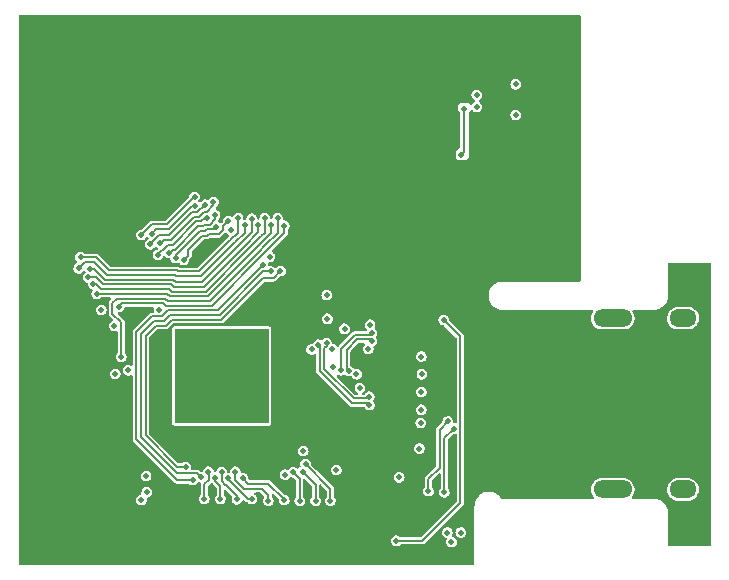
<source format=gbr>
%TF.GenerationSoftware,KiCad,Pcbnew,(6.0.7)*%
%TF.CreationDate,2022-11-13T02:02:31+01:00*%
%TF.ProjectId,TTL_to_HDMI,54544c5f-746f-45f4-9844-4d492e6b6963,rev?*%
%TF.SameCoordinates,Original*%
%TF.FileFunction,Copper,L4,Bot*%
%TF.FilePolarity,Positive*%
%FSLAX46Y46*%
G04 Gerber Fmt 4.6, Leading zero omitted, Abs format (unit mm)*
G04 Created by KiCad (PCBNEW (6.0.7)) date 2022-11-13 02:02:31*
%MOMM*%
%LPD*%
G01*
G04 APERTURE LIST*
%TA.AperFunction,ComponentPad*%
%ADD10C,0.500000*%
%TD*%
%TA.AperFunction,SMDPad,CuDef*%
%ADD11R,8.000000X8.000000*%
%TD*%
%TA.AperFunction,ComponentPad*%
%ADD12O,3.300000X1.500000*%
%TD*%
%TA.AperFunction,ComponentPad*%
%ADD13O,2.300000X1.500000*%
%TD*%
%TA.AperFunction,ViaPad*%
%ADD14C,0.500000*%
%TD*%
%TA.AperFunction,Conductor*%
%ADD15C,0.200000*%
%TD*%
G04 APERTURE END LIST*
D10*
%TO.P,U3,65,EP*%
%TO.N,GND*%
X94900000Y-106300000D03*
X92900000Y-100300000D03*
X89900000Y-103300000D03*
X94900000Y-103300000D03*
X95900000Y-101300000D03*
X90900000Y-100300000D03*
X91900000Y-106300000D03*
X92900000Y-102300000D03*
X95900000Y-104300000D03*
X92900000Y-105300000D03*
X91900000Y-103300000D03*
X91900000Y-99300000D03*
X93900000Y-103300000D03*
X91900000Y-100300000D03*
X89900000Y-106300000D03*
X92900000Y-103300000D03*
X96900000Y-99300000D03*
X95900000Y-102300000D03*
X95900000Y-105300000D03*
X96900000Y-105300000D03*
X91900000Y-105300000D03*
X92900000Y-101300000D03*
X92900000Y-99300000D03*
X93900000Y-106300000D03*
X93900000Y-104300000D03*
X92900000Y-106300000D03*
X95900000Y-100300000D03*
X89900000Y-105300000D03*
X96900000Y-103300000D03*
X93900000Y-105300000D03*
X93900000Y-100300000D03*
X89900000Y-101300000D03*
X90900000Y-103300000D03*
X91900000Y-101300000D03*
X90900000Y-105300000D03*
X94900000Y-102300000D03*
X89900000Y-104300000D03*
X95900000Y-106300000D03*
X94900000Y-100300000D03*
X95900000Y-99300000D03*
X96900000Y-104300000D03*
X91900000Y-102300000D03*
X93900000Y-99300000D03*
X89900000Y-99300000D03*
X96900000Y-102300000D03*
X93900000Y-102300000D03*
X96900000Y-100300000D03*
X94900000Y-99300000D03*
X90900000Y-106300000D03*
X89900000Y-102300000D03*
X90900000Y-104300000D03*
X94900000Y-105300000D03*
X90900000Y-102300000D03*
X93900000Y-101300000D03*
X94900000Y-104300000D03*
X96900000Y-101300000D03*
X90900000Y-101300000D03*
X90900000Y-99300000D03*
X91900000Y-104300000D03*
X89900000Y-100300000D03*
X96900000Y-106300000D03*
X95900000Y-103300000D03*
D11*
X93400000Y-102800000D03*
D10*
X92900000Y-104300000D03*
X94900000Y-101300000D03*
%TD*%
D12*
%TO.P,J1,SH,SH*%
%TO.N,GND*%
X126507000Y-97906000D03*
X126507000Y-112406000D03*
D13*
X132467000Y-97906000D03*
X132467000Y-112406000D03*
%TD*%
D14*
%TO.N,GND*%
X112500000Y-116050000D03*
X87050000Y-112650000D03*
X113650000Y-116050000D03*
X83200500Y-97200000D03*
X110250000Y-106765186D03*
X112850000Y-116850000D03*
X101012387Y-100550500D03*
X100300000Y-109150000D03*
X118300000Y-78100000D03*
X98750000Y-111150000D03*
X84300000Y-98550000D03*
X103800000Y-98800000D03*
X102350000Y-97950000D03*
X110300000Y-104150000D03*
X88100000Y-97200000D03*
X97486444Y-92686444D03*
X103100000Y-110750000D03*
X115000000Y-79000000D03*
X110136444Y-108936444D03*
X110300000Y-105650000D03*
X110350000Y-102650000D03*
X118300000Y-80700000D03*
X105100000Y-103800000D03*
X102817746Y-102049500D03*
X102777505Y-100525377D03*
X108426696Y-111378643D03*
X105963607Y-98464421D03*
X84385694Y-102622590D03*
X94203740Y-90419149D03*
X102300000Y-95950000D03*
X110300000Y-101150000D03*
X104805060Y-102645074D03*
X115000000Y-80000000D03*
X86600000Y-113300000D03*
X105815905Y-100489214D03*
X85480073Y-102319927D03*
X87000000Y-111250000D03*
%TO.N,+5V*%
X108200000Y-116750000D03*
X112200000Y-98050000D03*
%TO.N,B5*%
X82816949Y-95856803D03*
X97599000Y-90029092D03*
%TO.N,B4*%
X82519377Y-94994026D03*
X97049500Y-89450000D03*
%TO.N,B3*%
X96489984Y-90005193D03*
X82091021Y-94441021D03*
%TO.N,B2*%
X82250000Y-93699500D03*
X95940484Y-89475767D03*
%TO.N,B1*%
X81288556Y-93688556D03*
X95333591Y-90050000D03*
%TO.N,B0*%
X81450000Y-92750000D03*
X94784091Y-89426856D03*
%TO.N,G5*%
X88968302Y-92368670D03*
X92834183Y-89149500D03*
%TO.N,G4*%
X92163391Y-89426477D03*
X88004617Y-92554536D03*
%TO.N,G3*%
X88215742Y-91566300D03*
X92700000Y-88050000D03*
%TO.N,G2*%
X87352112Y-91652112D03*
X91986444Y-88286444D03*
%TO.N,G1*%
X91103083Y-88366169D03*
X87488556Y-90738556D03*
%TO.N,G0*%
X86600000Y-90850000D03*
X91109229Y-87608729D03*
%TO.N,/13*%
X110900000Y-112550000D03*
X112550000Y-106650000D03*
%TO.N,SCL*%
X102600000Y-113350000D03*
X100497872Y-110245888D03*
%TO.N,SDA*%
X100250000Y-110900000D03*
X101350000Y-113350000D03*
%TO.N,EDGE*%
X95952515Y-113203521D03*
X93950000Y-111450000D03*
%TO.N,MSEN*%
X95200000Y-111450000D03*
X98700000Y-113300000D03*
%TO.N,nPD*%
X97347485Y-113349500D03*
X94550000Y-110900000D03*
%TO.N,nRST*%
X100000000Y-113350000D03*
X99450000Y-110950000D03*
%TO.N,CTL1*%
X94699577Y-113237095D03*
X93400000Y-110900000D03*
%TO.N,CTL2*%
X93288005Y-113196619D03*
X92849500Y-111409083D03*
%TO.N,CTL3*%
X92270653Y-110900000D03*
X91925592Y-113187177D03*
%TO.N,/14*%
X113050000Y-107250000D03*
X112250000Y-112650000D03*
%TO.N,+3V3*%
X107350000Y-92500000D03*
X103800000Y-92450000D03*
X96975500Y-111200000D03*
X103186444Y-104663556D03*
X88750000Y-113550000D03*
X114400000Y-76800000D03*
X102100500Y-106750000D03*
X106550000Y-92450000D03*
X113700000Y-84100000D03*
X113600000Y-76800000D03*
X113949500Y-80200000D03*
X89500000Y-113800000D03*
X99350000Y-111650000D03*
X105650000Y-111650000D03*
X99900000Y-97000000D03*
%TO.N,/TX0+*%
X106100000Y-99150497D03*
X103467619Y-102308278D03*
%TO.N,/TX0-*%
X106100000Y-99850000D03*
X104164983Y-102362930D03*
%TO.N,/TX2+*%
X102276045Y-100037686D03*
X105900000Y-104550000D03*
%TO.N,/TX2-*%
X105900000Y-105250000D03*
X101585537Y-100149500D03*
%TO.N,Net-(U1-Pad9)*%
X98371399Y-93921399D03*
X90371153Y-110500500D03*
%TO.N,Net-(U1-Pad11)*%
X90949500Y-111599500D03*
X96900000Y-93400000D03*
%TO.N,Net-(U1-Pad10)*%
X91634074Y-111358194D03*
X97550000Y-93950000D03*
%TO.N,G7*%
X93959911Y-89685349D03*
X90186585Y-92963697D03*
%TO.N,G6*%
X92956166Y-90188631D03*
X89501767Y-92821129D03*
%TO.N,B7*%
X98698500Y-90075654D03*
X84700500Y-96950000D03*
%TO.N,B6*%
X98150000Y-89450000D03*
X84887916Y-101162084D03*
%TD*%
D15*
%TO.N,+5V*%
X110400000Y-116750000D02*
X113600000Y-113550000D01*
X113600000Y-113550000D02*
X113600000Y-99450000D01*
X108200000Y-116750000D02*
X110400000Y-116750000D01*
X113600000Y-99450000D02*
X112200000Y-98050000D01*
%TO.N,B5*%
X88793505Y-95850000D02*
X88993505Y-96050000D01*
X88993505Y-96050000D02*
X92218628Y-96050000D01*
X97599000Y-90669628D02*
X97599000Y-90029092D01*
X82816949Y-95856803D02*
X82823752Y-95850000D01*
X92218628Y-96050000D02*
X96136444Y-92132184D01*
X96136444Y-92132184D02*
X96136444Y-92127254D01*
X96136444Y-92127254D02*
X96927254Y-91336444D01*
X82823752Y-95850000D02*
X88793505Y-95850000D01*
X96932184Y-91336444D02*
X97599000Y-90669628D01*
X96927254Y-91336444D02*
X96932184Y-91336444D01*
%TO.N,B4*%
X96766498Y-90936444D02*
X97049500Y-90653442D01*
X83187256Y-95450000D02*
X88959191Y-95450000D01*
X96761568Y-90936444D02*
X96766498Y-90936444D01*
X95736444Y-91966498D02*
X95736444Y-91961568D01*
X92052942Y-95650000D02*
X95736444Y-91966498D01*
X97049500Y-90653442D02*
X97049500Y-89450000D01*
X82731282Y-94994026D02*
X83187256Y-95450000D01*
X95736444Y-91961568D02*
X96761568Y-90936444D01*
X82519377Y-94994026D02*
X82731282Y-94994026D01*
X89159191Y-95650000D02*
X92052942Y-95650000D01*
X88959191Y-95450000D02*
X89159191Y-95650000D01*
%TO.N,B3*%
X82743963Y-94441021D02*
X83352942Y-95050000D01*
X95336444Y-91800812D02*
X95336444Y-91795882D01*
X83352942Y-95050000D02*
X89124877Y-95050000D01*
X89324877Y-95250000D02*
X91887256Y-95250000D01*
X89124877Y-95050000D02*
X89324877Y-95250000D01*
X82091021Y-94441021D02*
X82743963Y-94441021D01*
X91887256Y-95250000D02*
X95336444Y-91800812D01*
X96489984Y-90642342D02*
X96489984Y-90005193D01*
X95336444Y-91795882D02*
X96489984Y-90642342D01*
%TO.N,B2*%
X95940484Y-90626156D02*
X95940484Y-89475767D01*
X89290563Y-94650000D02*
X89490563Y-94850000D01*
X94936444Y-91635126D02*
X94936444Y-91630196D01*
X82568128Y-93699500D02*
X83518628Y-94650000D01*
X91721570Y-94850000D02*
X94936444Y-91635126D01*
X82250000Y-93699500D02*
X82568128Y-93699500D01*
X83518628Y-94650000D02*
X89290563Y-94650000D01*
X89490563Y-94850000D02*
X91721570Y-94850000D01*
X94936444Y-91630196D02*
X95940484Y-90626156D01*
%TO.N,B1*%
X82584314Y-93150000D02*
X83684314Y-94250000D01*
X89456248Y-94250000D02*
X89556248Y-94350000D01*
X81288556Y-93688556D02*
X81827113Y-93150000D01*
X81827113Y-93150000D02*
X82584314Y-93150000D01*
X91655884Y-94350000D02*
X94536444Y-91469440D01*
X94536444Y-91469440D02*
X94536444Y-91464510D01*
X83684314Y-94250000D02*
X89456248Y-94250000D01*
X95333591Y-90667363D02*
X95333591Y-90050000D01*
X89556248Y-94350000D02*
X91655884Y-94350000D01*
X94536444Y-91464510D02*
X95333591Y-90667363D01*
%TO.N,B0*%
X94136444Y-91298824D02*
X94784091Y-90651177D01*
X94136444Y-91303754D02*
X94136444Y-91298824D01*
X91490198Y-93950000D02*
X94136444Y-91303754D01*
X82750000Y-92750000D02*
X83850000Y-93850000D01*
X94784091Y-90651177D02*
X94784091Y-89426856D01*
X83850000Y-93850000D02*
X89621934Y-93850000D01*
X81450000Y-92750000D02*
X82750000Y-92750000D01*
X89621934Y-93850000D02*
X89721934Y-93950000D01*
X89721934Y-93950000D02*
X91490198Y-93950000D01*
%TO.N,G5*%
X88968302Y-92368670D02*
X89236972Y-92100000D01*
X89236972Y-92100000D02*
X89419863Y-92100000D01*
X91967651Y-89976477D02*
X92391209Y-89976477D01*
X91827959Y-90116169D02*
X91967651Y-89976477D01*
X89419863Y-92100000D02*
X91403695Y-90116169D01*
X92391209Y-89976477D02*
X92834183Y-89533503D01*
X92834183Y-89533503D02*
X92834183Y-89149500D01*
X91403695Y-90116169D02*
X91827959Y-90116169D01*
%TO.N,G4*%
X88859860Y-91700000D02*
X89254177Y-91700000D01*
X88004617Y-92554536D02*
X88004617Y-92495383D01*
X89254177Y-91700000D02*
X91238009Y-89716169D01*
X88443560Y-92116300D02*
X88859860Y-91700000D01*
X91662273Y-89716169D02*
X91951965Y-89426477D01*
X88383700Y-92116300D02*
X88443560Y-92116300D01*
X91951965Y-89426477D02*
X92163391Y-89426477D01*
X88004617Y-92495383D02*
X88383700Y-92116300D01*
X91238009Y-89716169D02*
X91662273Y-89716169D01*
%TO.N,G3*%
X92173523Y-88876477D02*
X92700000Y-88350000D01*
X92700000Y-88350000D02*
X92700000Y-88050000D01*
X88482042Y-91300000D02*
X89088492Y-91300000D01*
X88215742Y-91566300D02*
X88482042Y-91300000D01*
X91072323Y-89316169D02*
X91496587Y-89316169D01*
X91936279Y-88876477D02*
X92173523Y-88876477D01*
X91496587Y-89316169D02*
X91936279Y-88876477D01*
X89088492Y-91300000D02*
X91072323Y-89316169D01*
%TO.N,G2*%
X87352112Y-91652112D02*
X87352818Y-91652112D01*
X88922806Y-90900000D02*
X90906637Y-88916169D01*
X88104930Y-90900000D02*
X88922806Y-90900000D01*
X91330901Y-88916169D02*
X91960626Y-88286444D01*
X90906637Y-88916169D02*
X91330901Y-88916169D01*
X91960626Y-88286444D02*
X91986444Y-88286444D01*
X87352818Y-91652112D02*
X88104930Y-90900000D01*
%TO.N,G1*%
X87488556Y-90738556D02*
X87877112Y-90350000D01*
X90890951Y-88366169D02*
X91103083Y-88366169D01*
X88907120Y-90350000D02*
X90890951Y-88366169D01*
X87877112Y-90350000D02*
X88907120Y-90350000D01*
%TO.N,G0*%
X91082705Y-87608729D02*
X91109229Y-87608729D01*
X88741434Y-89950000D02*
X91082705Y-87608729D01*
X87500000Y-89950000D02*
X88741434Y-89950000D01*
X86600000Y-90850000D02*
X87500000Y-89950000D01*
%TO.N,/13*%
X110900000Y-112550000D02*
X110900000Y-111500000D01*
X111850000Y-107350000D02*
X112550000Y-106650000D01*
X111850000Y-110550000D02*
X111850000Y-107350000D01*
X110900000Y-111500000D02*
X111850000Y-110550000D01*
%TO.N,SCL*%
X100497872Y-110245888D02*
X102600000Y-112348016D01*
X102600000Y-112348016D02*
X102600000Y-113350000D01*
%TO.N,SDA*%
X100250000Y-110900000D02*
X101350000Y-112000000D01*
X101350000Y-112000000D02*
X101350000Y-113350000D01*
%TO.N,EDGE*%
X93950000Y-111543504D02*
X93950000Y-111450000D01*
X95610017Y-113203521D02*
X93950000Y-111543504D01*
X95952515Y-113203521D02*
X95610017Y-113203521D01*
%TO.N,MSEN*%
X97350000Y-111900000D02*
X95650000Y-111900000D01*
X98700000Y-113300000D02*
X98700000Y-113250000D01*
X98700000Y-113250000D02*
X97350000Y-111900000D01*
X95650000Y-111900000D02*
X95200000Y-111450000D01*
%TO.N,nPD*%
X97347485Y-113349500D02*
X97347485Y-112897485D01*
X97347485Y-112897485D02*
X96800000Y-112350000D01*
X94550000Y-111577818D02*
X94550000Y-110900000D01*
X96800000Y-112350000D02*
X95322182Y-112350000D01*
X95322182Y-112350000D02*
X94550000Y-111577818D01*
%TO.N,nRST*%
X99450000Y-110950000D02*
X100000000Y-111500000D01*
X100000000Y-111500000D02*
X100000000Y-113350000D01*
%TO.N,CTL1*%
X93722182Y-112000000D02*
X93400000Y-111677818D01*
X93400000Y-111677818D02*
X93400000Y-110900000D01*
X94699577Y-113237095D02*
X94699577Y-112949577D01*
X93750000Y-112000000D02*
X93722182Y-112000000D01*
X94699577Y-112949577D02*
X93750000Y-112000000D01*
%TO.N,CTL2*%
X93288005Y-113196619D02*
X93288005Y-112131509D01*
X93288005Y-112131509D02*
X92849500Y-111693004D01*
X92849500Y-111693004D02*
X92849500Y-111409083D01*
%TO.N,CTL3*%
X92300000Y-110929347D02*
X92270653Y-110900000D01*
X92300000Y-111600000D02*
X92300000Y-110929347D01*
X91925592Y-113187177D02*
X91925592Y-111974408D01*
X91925592Y-111974408D02*
X92300000Y-111600000D01*
%TO.N,/14*%
X112250000Y-108050000D02*
X113050000Y-107250000D01*
X112250000Y-112650000D02*
X112250000Y-108050000D01*
%TO.N,+3V3*%
X113700000Y-84100000D02*
X113949500Y-83850500D01*
X113949500Y-83850500D02*
X113949500Y-80200000D01*
%TO.N,/TX0+*%
X105950497Y-99300000D02*
X106100000Y-99150497D01*
X103467619Y-102308278D02*
X103467619Y-100532381D01*
X103467619Y-100532381D02*
X104700000Y-99300000D01*
X104700000Y-99300000D02*
X105950497Y-99300000D01*
%TO.N,/TX0-*%
X104164983Y-102362930D02*
X104164983Y-102337165D01*
X105950000Y-99700000D02*
X106100000Y-99850000D01*
X104000000Y-102172182D02*
X104000000Y-100565686D01*
X104164983Y-102337165D02*
X104000000Y-102172182D01*
X104000000Y-100565686D02*
X104865686Y-99700000D01*
X104865686Y-99700000D02*
X105950000Y-99700000D01*
%TO.N,/TX2+*%
X102100000Y-102234314D02*
X104565686Y-104700000D01*
X102276045Y-100037686D02*
X102276045Y-100236810D01*
X105750000Y-104700000D02*
X105900000Y-104550000D01*
X102276045Y-100236810D02*
X102100000Y-100412855D01*
X102100000Y-100412855D02*
X102100000Y-102234314D01*
X104565686Y-104700000D02*
X105750000Y-104700000D01*
%TO.N,/TX2-*%
X105750000Y-105100000D02*
X105900000Y-105250000D01*
X101700000Y-100263963D02*
X101700000Y-102400000D01*
X101585537Y-100149500D02*
X101700000Y-100263963D01*
X101700000Y-102400000D02*
X104400000Y-105100000D01*
X104400000Y-105100000D02*
X105750000Y-105100000D01*
%TO.N,Net-(U1-Pad9)*%
X86950000Y-99400000D02*
X87800500Y-98549500D01*
X93381370Y-98050000D02*
X96931370Y-94500000D01*
X97792798Y-94500000D02*
X98371399Y-93921399D01*
X86950000Y-107818628D02*
X86950000Y-99400000D01*
X90371153Y-110500500D02*
X89631872Y-110500500D01*
X89159190Y-98050000D02*
X93381370Y-98050000D01*
X88659690Y-98549500D02*
X89159190Y-98050000D01*
X89631872Y-110500500D02*
X86950000Y-107818628D01*
X87800500Y-98549500D02*
X88659690Y-98549500D01*
X96931370Y-94500000D02*
X97792798Y-94500000D01*
%TO.N,Net-(U1-Pad11)*%
X89599500Y-111599500D02*
X86150000Y-108149998D01*
X88328318Y-97749500D02*
X88827820Y-97250000D01*
X86150000Y-99068629D02*
X87469129Y-97749500D01*
X88827820Y-97250000D02*
X93050000Y-97250000D01*
X93050000Y-97250000D02*
X96900000Y-93400000D01*
X87469129Y-97749500D02*
X88328318Y-97749500D01*
X86150000Y-108149998D02*
X86150000Y-99068629D01*
X90949500Y-111599500D02*
X89599500Y-111599500D01*
%TO.N,Net-(U1-Pad10)*%
X91325880Y-111050000D02*
X89615686Y-111050000D01*
X88494004Y-98149500D02*
X88993505Y-97650000D01*
X93215685Y-97650000D02*
X96915685Y-93950000D01*
X89615686Y-111050000D02*
X86550000Y-107984313D01*
X91634074Y-111358194D02*
X91325880Y-111050000D01*
X88993505Y-97650000D02*
X93215685Y-97650000D01*
X86550000Y-107984313D02*
X86550000Y-99234314D01*
X87634814Y-98149500D02*
X88494004Y-98149500D01*
X96915685Y-93950000D02*
X97550000Y-93950000D01*
X86550000Y-99234314D02*
X87634814Y-98149500D01*
%TO.N,G7*%
X92159330Y-90916169D02*
X92299023Y-90776477D01*
X93506166Y-90139094D02*
X93959911Y-89685349D01*
X91735067Y-90916169D02*
X92159330Y-90916169D01*
X92299023Y-90776477D02*
X93146138Y-90776477D01*
X93506166Y-90416449D02*
X93506166Y-90139094D01*
X90546279Y-92604003D02*
X90546279Y-92104957D01*
X90546279Y-92104957D02*
X91735067Y-90916169D01*
X93146138Y-90776477D02*
X93506166Y-90416449D01*
X90186585Y-92963697D02*
X90546279Y-92604003D01*
%TO.N,G6*%
X92768320Y-90376477D02*
X92956166Y-90188631D01*
X89501767Y-92583782D02*
X91569381Y-90516169D01*
X89501767Y-92821129D02*
X89501767Y-92583782D01*
X91569381Y-90516169D02*
X91993645Y-90516169D01*
X92133337Y-90376477D02*
X92768320Y-90376477D01*
X91993645Y-90516169D02*
X92133337Y-90376477D01*
%TO.N,B7*%
X85000500Y-96650000D02*
X88462135Y-96650000D01*
X88662135Y-96850000D02*
X92550000Y-96850000D01*
X92550000Y-96850000D02*
X96936444Y-92463556D01*
X88462135Y-96650000D02*
X88662135Y-96850000D01*
X96936444Y-92463556D02*
X96936444Y-92458626D01*
X84700500Y-96950000D02*
X85000500Y-96650000D01*
X97258626Y-92136444D02*
X97263556Y-92136444D01*
X97263556Y-92136444D02*
X98698500Y-90701500D01*
X96936444Y-92458626D02*
X97258626Y-92136444D01*
X98698500Y-90701500D02*
X98698500Y-90075654D01*
%TO.N,B6*%
X84887916Y-98265234D02*
X84887916Y-101162084D01*
X84150500Y-96599500D02*
X84150500Y-97527818D01*
X98149000Y-90685314D02*
X97097870Y-91736444D01*
X88627820Y-96250000D02*
X84500000Y-96250000D01*
X98149000Y-89451000D02*
X98149000Y-90685314D01*
X97097870Y-91736444D02*
X97092940Y-91736444D01*
X98150000Y-89450000D02*
X98149000Y-89451000D01*
X97092940Y-91736444D02*
X96536444Y-92292940D01*
X96536444Y-92297870D02*
X92384314Y-96450000D01*
X96536444Y-92292940D02*
X96536444Y-92297870D01*
X88827821Y-96450000D02*
X88627820Y-96250000D01*
X84500000Y-96250000D02*
X84150500Y-96599500D01*
X92384314Y-96450000D02*
X88827821Y-96450000D01*
X84150500Y-97527818D02*
X84887916Y-98265234D01*
%TD*%
%TA.AperFunction,Conductor*%
%TO.N,+3V3*%
G36*
X117141640Y-72200502D02*
G01*
X123701194Y-72246502D01*
X123759251Y-72265817D01*
X123794867Y-72315568D01*
X123799500Y-72345500D01*
X123799500Y-94700500D01*
X123780593Y-94758691D01*
X123731093Y-94794655D01*
X123700500Y-94799500D01*
X117234281Y-94799500D01*
X117211926Y-94796943D01*
X117210226Y-94796549D01*
X117200718Y-94794345D01*
X117200000Y-94794344D01*
X117194542Y-94795589D01*
X117189272Y-94796179D01*
X117183130Y-94797116D01*
X117015490Y-94810309D01*
X117015485Y-94810310D01*
X117011620Y-94810614D01*
X116932970Y-94829496D01*
X116831655Y-94853819D01*
X116831652Y-94853820D01*
X116827878Y-94854726D01*
X116824288Y-94856213D01*
X116656890Y-94925551D01*
X116656884Y-94925554D01*
X116653299Y-94927039D01*
X116649988Y-94929068D01*
X116649984Y-94929070D01*
X116568459Y-94979029D01*
X116492182Y-95025772D01*
X116348494Y-95148494D01*
X116225772Y-95292182D01*
X116223742Y-95295495D01*
X116131715Y-95445669D01*
X116127039Y-95453299D01*
X116125554Y-95456884D01*
X116125551Y-95456890D01*
X116056213Y-95624288D01*
X116054726Y-95627878D01*
X116053820Y-95631652D01*
X116053819Y-95631655D01*
X116033245Y-95717352D01*
X116010614Y-95811620D01*
X116010310Y-95815485D01*
X116010309Y-95815490D01*
X116002920Y-95909376D01*
X115999149Y-95957299D01*
X115997156Y-95982618D01*
X115996849Y-95984617D01*
X115996846Y-95986557D01*
X115996582Y-95989907D01*
X115994344Y-95999641D01*
X115996515Y-96009234D01*
X115996801Y-96012866D01*
X115996798Y-96014526D01*
X115997075Y-96016351D01*
X116010274Y-96184054D01*
X116010614Y-96188380D01*
X116013404Y-96200002D01*
X116052003Y-96360778D01*
X116054726Y-96372122D01*
X116056213Y-96375712D01*
X116125551Y-96543110D01*
X116125554Y-96543116D01*
X116127039Y-96546701D01*
X116129068Y-96550012D01*
X116129070Y-96550016D01*
X116192610Y-96653702D01*
X116225772Y-96707818D01*
X116348494Y-96851506D01*
X116492182Y-96974228D01*
X116495495Y-96976258D01*
X116649984Y-97070930D01*
X116649988Y-97070932D01*
X116653299Y-97072961D01*
X116656884Y-97074446D01*
X116656890Y-97074449D01*
X116778297Y-97124737D01*
X116827878Y-97145274D01*
X116831652Y-97146180D01*
X116831655Y-97146181D01*
X117007846Y-97188480D01*
X117011620Y-97189386D01*
X117015485Y-97189690D01*
X117015490Y-97189691D01*
X117182113Y-97202805D01*
X117188248Y-97203752D01*
X117188248Y-97203748D01*
X117193820Y-97204389D01*
X117199282Y-97205655D01*
X117200000Y-97205656D01*
X117205452Y-97204412D01*
X117205455Y-97204412D01*
X117211734Y-97202980D01*
X117233752Y-97200500D01*
X124749215Y-97200500D01*
X124807406Y-97219407D01*
X124843370Y-97268907D01*
X124843370Y-97330093D01*
X124827441Y-97360177D01*
X124796773Y-97399714D01*
X124711519Y-97572974D01*
X124695483Y-97634539D01*
X124668352Y-97738696D01*
X124662845Y-97759837D01*
X124662582Y-97764849D01*
X124662582Y-97764851D01*
X124659910Y-97815837D01*
X124652739Y-97952671D01*
X124681614Y-98143599D01*
X124748290Y-98324821D01*
X124750930Y-98329079D01*
X124750931Y-98329081D01*
X124834846Y-98464421D01*
X124850045Y-98488934D01*
X124982721Y-98629235D01*
X124986826Y-98632109D01*
X124986829Y-98632112D01*
X125090827Y-98704931D01*
X125140898Y-98739991D01*
X125145494Y-98741980D01*
X125145496Y-98741981D01*
X125233935Y-98780252D01*
X125318115Y-98816680D01*
X125449458Y-98844119D01*
X125503408Y-98855390D01*
X125503410Y-98855390D01*
X125507133Y-98856168D01*
X125513468Y-98856500D01*
X127455259Y-98856500D01*
X127457747Y-98856247D01*
X127457752Y-98856247D01*
X127594123Y-98842395D01*
X127594127Y-98842394D01*
X127599110Y-98841888D01*
X127744870Y-98796210D01*
X127778590Y-98785643D01*
X127778591Y-98785643D01*
X127783373Y-98784144D01*
X127952261Y-98690528D01*
X128065736Y-98593268D01*
X128095065Y-98568130D01*
X128095067Y-98568128D01*
X128098875Y-98564864D01*
X128148343Y-98501091D01*
X128214156Y-98416246D01*
X128214159Y-98416241D01*
X128217227Y-98412286D01*
X128302481Y-98239026D01*
X128330283Y-98132291D01*
X128349890Y-98057021D01*
X128349891Y-98057017D01*
X128351155Y-98052163D01*
X128351425Y-98047022D01*
X128356369Y-97952671D01*
X131112739Y-97952671D01*
X131141614Y-98143599D01*
X131208290Y-98324821D01*
X131210930Y-98329079D01*
X131210931Y-98329081D01*
X131294846Y-98464421D01*
X131310045Y-98488934D01*
X131442721Y-98629235D01*
X131446826Y-98632109D01*
X131446829Y-98632112D01*
X131550827Y-98704931D01*
X131600898Y-98739991D01*
X131605494Y-98741980D01*
X131605496Y-98741981D01*
X131693935Y-98780252D01*
X131778115Y-98816680D01*
X131909458Y-98844119D01*
X131963408Y-98855390D01*
X131963410Y-98855390D01*
X131967133Y-98856168D01*
X131973468Y-98856500D01*
X132915259Y-98856500D01*
X132917747Y-98856247D01*
X132917752Y-98856247D01*
X133054123Y-98842395D01*
X133054127Y-98842394D01*
X133059110Y-98841888D01*
X133204870Y-98796210D01*
X133238590Y-98785643D01*
X133238591Y-98785643D01*
X133243373Y-98784144D01*
X133412261Y-98690528D01*
X133525736Y-98593268D01*
X133555065Y-98568130D01*
X133555067Y-98568128D01*
X133558875Y-98564864D01*
X133608343Y-98501091D01*
X133674156Y-98416246D01*
X133674159Y-98416241D01*
X133677227Y-98412286D01*
X133762481Y-98239026D01*
X133790283Y-98132291D01*
X133809890Y-98057021D01*
X133809891Y-98057017D01*
X133811155Y-98052163D01*
X133811425Y-98047022D01*
X133816708Y-97946210D01*
X133821261Y-97859329D01*
X133792386Y-97668401D01*
X133725710Y-97487179D01*
X133710482Y-97462618D01*
X133626599Y-97327330D01*
X133626598Y-97327329D01*
X133623955Y-97323066D01*
X133491279Y-97182765D01*
X133487174Y-97179891D01*
X133487171Y-97179888D01*
X133337208Y-97074884D01*
X133333102Y-97072009D01*
X133328506Y-97070020D01*
X133328504Y-97070019D01*
X133160481Y-96997309D01*
X133160482Y-96997309D01*
X133155885Y-96995320D01*
X132992620Y-96961212D01*
X132970592Y-96956610D01*
X132970590Y-96956610D01*
X132966867Y-96955832D01*
X132960532Y-96955500D01*
X132018741Y-96955500D01*
X132016253Y-96955753D01*
X132016248Y-96955753D01*
X131879877Y-96969605D01*
X131879873Y-96969606D01*
X131874890Y-96970112D01*
X131731869Y-97014932D01*
X131719184Y-97018907D01*
X131690627Y-97027856D01*
X131521739Y-97121472D01*
X131517930Y-97124737D01*
X131402409Y-97223751D01*
X131375125Y-97247136D01*
X131372048Y-97251103D01*
X131259844Y-97395754D01*
X131259843Y-97395756D01*
X131256773Y-97399714D01*
X131171519Y-97572974D01*
X131155483Y-97634539D01*
X131128352Y-97738696D01*
X131122845Y-97759837D01*
X131122582Y-97764849D01*
X131122582Y-97764851D01*
X131119910Y-97815837D01*
X131112739Y-97952671D01*
X128356369Y-97952671D01*
X128356708Y-97946210D01*
X128361261Y-97859329D01*
X128332386Y-97668401D01*
X128265710Y-97487179D01*
X128250482Y-97462618D01*
X128181690Y-97351669D01*
X128167095Y-97292250D01*
X128190213Y-97235600D01*
X128242214Y-97203358D01*
X128265829Y-97200500D01*
X129965719Y-97200500D01*
X129988074Y-97203057D01*
X129999282Y-97205655D01*
X130000000Y-97205656D01*
X130005458Y-97204411D01*
X130010728Y-97203821D01*
X130016870Y-97202884D01*
X130184510Y-97189691D01*
X130184515Y-97189690D01*
X130188380Y-97189386D01*
X130279210Y-97167580D01*
X130368345Y-97146181D01*
X130368348Y-97146180D01*
X130372122Y-97145274D01*
X130421703Y-97124737D01*
X130543110Y-97074449D01*
X130543116Y-97074446D01*
X130546701Y-97072961D01*
X130550012Y-97070932D01*
X130550016Y-97070930D01*
X130704505Y-96976258D01*
X130707818Y-96974228D01*
X130851506Y-96851506D01*
X130974228Y-96707818D01*
X131007390Y-96653702D01*
X131070930Y-96550016D01*
X131070932Y-96550012D01*
X131072961Y-96546701D01*
X131074446Y-96543116D01*
X131074449Y-96543110D01*
X131143787Y-96375712D01*
X131145274Y-96372122D01*
X131147998Y-96360778D01*
X131188480Y-96192154D01*
X131188480Y-96192153D01*
X131189386Y-96188380D01*
X131189727Y-96184054D01*
X131202805Y-96017887D01*
X131203752Y-96011752D01*
X131203748Y-96011752D01*
X131204389Y-96006180D01*
X131205655Y-96000718D01*
X131205656Y-96000000D01*
X131203354Y-95989907D01*
X131202980Y-95988266D01*
X131200500Y-95966248D01*
X131200500Y-93299500D01*
X131219407Y-93241309D01*
X131268907Y-93205345D01*
X131299500Y-93200500D01*
X134700500Y-93200500D01*
X134758691Y-93219407D01*
X134794655Y-93268907D01*
X134799500Y-93299500D01*
X134799500Y-117100500D01*
X134780593Y-117158691D01*
X134731093Y-117194655D01*
X134700500Y-117199500D01*
X131299500Y-117199500D01*
X131241309Y-117180593D01*
X131205345Y-117131093D01*
X131200500Y-117100500D01*
X131200500Y-114434281D01*
X131203057Y-114411926D01*
X131204388Y-114406183D01*
X131205655Y-114400718D01*
X131205656Y-114400000D01*
X131204411Y-114394542D01*
X131203821Y-114389272D01*
X131202884Y-114383130D01*
X131189691Y-114215490D01*
X131189690Y-114215485D01*
X131189386Y-114211620D01*
X131145274Y-114027878D01*
X131143787Y-114024288D01*
X131074449Y-113856890D01*
X131074446Y-113856884D01*
X131072961Y-113853299D01*
X131054368Y-113822957D01*
X130991002Y-113719554D01*
X130974228Y-113692182D01*
X130895924Y-113600500D01*
X130854035Y-113551455D01*
X130851506Y-113548494D01*
X130832341Y-113532125D01*
X130738156Y-113451683D01*
X130707818Y-113425772D01*
X130640503Y-113384521D01*
X130550016Y-113329070D01*
X130550012Y-113329068D01*
X130546701Y-113327039D01*
X130543116Y-113325554D01*
X130543110Y-113325551D01*
X130375712Y-113256213D01*
X130372122Y-113254726D01*
X130368348Y-113253820D01*
X130368345Y-113253819D01*
X130192154Y-113211520D01*
X130192153Y-113211520D01*
X130188380Y-113210614D01*
X130184515Y-113210310D01*
X130184510Y-113210309D01*
X130017887Y-113197195D01*
X130011752Y-113196248D01*
X130011752Y-113196252D01*
X130006180Y-113195611D01*
X130000718Y-113194345D01*
X130000000Y-113194344D01*
X129994548Y-113195588D01*
X129994545Y-113195588D01*
X129988266Y-113197020D01*
X129966248Y-113199500D01*
X128196525Y-113199500D01*
X128138334Y-113180593D01*
X128102370Y-113131093D01*
X128102370Y-113069907D01*
X128118300Y-113039822D01*
X128181528Y-112958309D01*
X128217227Y-112912286D01*
X128302481Y-112739026D01*
X128339515Y-112596851D01*
X128349890Y-112557021D01*
X128349891Y-112557017D01*
X128351155Y-112552163D01*
X128353002Y-112516932D01*
X128356369Y-112452671D01*
X131112739Y-112452671D01*
X131141614Y-112643599D01*
X131208290Y-112824821D01*
X131210930Y-112829079D01*
X131210931Y-112829081D01*
X131301307Y-112974841D01*
X131310045Y-112988934D01*
X131442721Y-113129235D01*
X131446826Y-113132109D01*
X131446829Y-113132112D01*
X131590014Y-113232370D01*
X131600898Y-113239991D01*
X131605494Y-113241980D01*
X131605496Y-113241981D01*
X131639949Y-113256890D01*
X131778115Y-113316680D01*
X131896170Y-113341343D01*
X131963408Y-113355390D01*
X131963410Y-113355390D01*
X131967133Y-113356168D01*
X131973468Y-113356500D01*
X132915259Y-113356500D01*
X132917747Y-113356247D01*
X132917752Y-113356247D01*
X133054123Y-113342395D01*
X133054127Y-113342394D01*
X133059110Y-113341888D01*
X133232766Y-113287468D01*
X133238590Y-113285643D01*
X133238591Y-113285643D01*
X133243373Y-113284144D01*
X133412261Y-113190528D01*
X133505051Y-113110997D01*
X133555065Y-113068130D01*
X133555067Y-113068128D01*
X133558875Y-113064864D01*
X133585624Y-113030380D01*
X133674156Y-112916246D01*
X133674159Y-112916241D01*
X133677227Y-112912286D01*
X133762481Y-112739026D01*
X133799515Y-112596851D01*
X133809890Y-112557021D01*
X133809891Y-112557017D01*
X133811155Y-112552163D01*
X133813002Y-112516932D01*
X133818242Y-112416932D01*
X133821261Y-112359329D01*
X133792386Y-112168401D01*
X133725710Y-111987179D01*
X133714030Y-111968340D01*
X133626599Y-111827330D01*
X133626598Y-111827329D01*
X133623955Y-111823066D01*
X133491279Y-111682765D01*
X133487174Y-111679891D01*
X133487171Y-111679888D01*
X133337208Y-111574884D01*
X133333102Y-111572009D01*
X133328506Y-111570020D01*
X133328504Y-111570019D01*
X133160481Y-111497309D01*
X133160482Y-111497309D01*
X133155885Y-111495320D01*
X133009177Y-111464671D01*
X132970592Y-111456610D01*
X132970590Y-111456610D01*
X132966867Y-111455832D01*
X132960532Y-111455500D01*
X132018741Y-111455500D01*
X132016253Y-111455753D01*
X132016248Y-111455753D01*
X131879877Y-111469605D01*
X131879873Y-111469606D01*
X131874890Y-111470112D01*
X131734883Y-111513987D01*
X131704952Y-111523367D01*
X131690627Y-111527856D01*
X131521739Y-111621472D01*
X131503233Y-111637334D01*
X131385930Y-111737875D01*
X131375125Y-111747136D01*
X131372048Y-111751103D01*
X131259844Y-111895754D01*
X131259841Y-111895759D01*
X131256773Y-111899714D01*
X131171519Y-112072974D01*
X131154806Y-112137138D01*
X131126203Y-112246947D01*
X131122845Y-112259837D01*
X131122582Y-112264849D01*
X131122582Y-112264851D01*
X131119148Y-112330380D01*
X131112739Y-112452671D01*
X128356369Y-112452671D01*
X128358242Y-112416932D01*
X128361261Y-112359329D01*
X128332386Y-112168401D01*
X128265710Y-111987179D01*
X128254030Y-111968340D01*
X128166599Y-111827330D01*
X128166598Y-111827329D01*
X128163955Y-111823066D01*
X128031279Y-111682765D01*
X128027174Y-111679891D01*
X128027171Y-111679888D01*
X127877208Y-111574884D01*
X127873102Y-111572009D01*
X127868506Y-111570020D01*
X127868504Y-111570019D01*
X127700481Y-111497309D01*
X127700482Y-111497309D01*
X127695885Y-111495320D01*
X127549177Y-111464671D01*
X127510592Y-111456610D01*
X127510590Y-111456610D01*
X127506867Y-111455832D01*
X127500532Y-111455500D01*
X125558741Y-111455500D01*
X125556253Y-111455753D01*
X125556248Y-111455753D01*
X125419877Y-111469605D01*
X125419873Y-111469606D01*
X125414890Y-111470112D01*
X125274883Y-111513987D01*
X125244952Y-111523367D01*
X125230627Y-111527856D01*
X125061739Y-111621472D01*
X125043233Y-111637334D01*
X124925930Y-111737875D01*
X124915125Y-111747136D01*
X124912048Y-111751103D01*
X124799844Y-111895754D01*
X124799841Y-111895759D01*
X124796773Y-111899714D01*
X124711519Y-112072974D01*
X124694806Y-112137138D01*
X124666203Y-112246947D01*
X124662845Y-112259837D01*
X124662582Y-112264849D01*
X124662582Y-112264851D01*
X124659148Y-112330380D01*
X124652739Y-112452671D01*
X124681614Y-112643599D01*
X124748290Y-112824821D01*
X124750930Y-112829079D01*
X124750931Y-112829081D01*
X124841307Y-112974841D01*
X124850045Y-112988934D01*
X124853488Y-112992575D01*
X124853495Y-112992584D01*
X124891222Y-113032479D01*
X124917467Y-113087750D01*
X124906211Y-113147891D01*
X124861755Y-113189930D01*
X124819291Y-113199500D01*
X117168241Y-113199500D01*
X117110050Y-113180593D01*
X117084740Y-113153684D01*
X117071558Y-113132988D01*
X117071555Y-113132984D01*
X117069506Y-113129767D01*
X116999434Y-113050122D01*
X116935729Y-112977714D01*
X116935727Y-112977712D01*
X116933201Y-112974841D01*
X116855091Y-112909735D01*
X116777632Y-112845172D01*
X116777629Y-112845170D01*
X116774691Y-112842721D01*
X116653908Y-112770249D01*
X116601023Y-112738517D01*
X116601020Y-112738516D01*
X116597746Y-112736551D01*
X116406579Y-112658858D01*
X116341879Y-112643599D01*
X116209457Y-112612368D01*
X116209453Y-112612367D01*
X116205737Y-112611491D01*
X116016481Y-112596850D01*
X116011766Y-112596125D01*
X116011751Y-112596253D01*
X116006185Y-112595612D01*
X116000718Y-112594345D01*
X116000000Y-112594344D01*
X115994550Y-112595587D01*
X115989299Y-112596175D01*
X115983132Y-112597116D01*
X115948069Y-112599875D01*
X115815490Y-112610309D01*
X115815485Y-112610310D01*
X115811620Y-112610614D01*
X115727921Y-112630708D01*
X115631655Y-112653819D01*
X115631652Y-112653820D01*
X115627878Y-112654726D01*
X115624288Y-112656213D01*
X115456890Y-112725551D01*
X115456884Y-112725554D01*
X115453299Y-112727039D01*
X115449988Y-112729068D01*
X115449984Y-112729070D01*
X115368756Y-112778847D01*
X115292182Y-112825772D01*
X115148494Y-112948494D01*
X115025772Y-113092182D01*
X115005298Y-113125592D01*
X114933975Y-113241981D01*
X114927039Y-113253299D01*
X114925554Y-113256884D01*
X114925551Y-113256890D01*
X114881023Y-113364391D01*
X114854726Y-113427878D01*
X114853820Y-113431652D01*
X114853819Y-113431655D01*
X114811520Y-113607846D01*
X114810614Y-113611620D01*
X114810310Y-113615485D01*
X114810309Y-113615490D01*
X114804720Y-113686502D01*
X114798660Y-113763511D01*
X114797156Y-113782618D01*
X114796849Y-113784618D01*
X114796846Y-113786557D01*
X114796582Y-113789907D01*
X114794344Y-113799641D01*
X114796804Y-113810512D01*
X114797059Y-113811638D01*
X114799500Y-113833488D01*
X114799500Y-118700500D01*
X114780593Y-118758691D01*
X114731093Y-118794655D01*
X114700500Y-118799500D01*
X76299500Y-118799500D01*
X76241309Y-118780593D01*
X76205345Y-118731093D01*
X76200500Y-118700500D01*
X76200500Y-116744440D01*
X107744901Y-116744440D01*
X107761633Y-116872394D01*
X107764471Y-116878845D01*
X107764472Y-116878847D01*
X107809604Y-116981418D01*
X107813605Y-116990510D01*
X107839430Y-117021232D01*
X107892100Y-117083892D01*
X107892103Y-117083894D01*
X107896639Y-117089291D01*
X108004060Y-117160796D01*
X108010788Y-117162898D01*
X108010790Y-117162899D01*
X108065647Y-117180037D01*
X108127233Y-117199278D01*
X108191744Y-117200461D01*
X108249202Y-117201514D01*
X108249204Y-117201514D01*
X108256255Y-117201643D01*
X108263058Y-117199788D01*
X108263060Y-117199788D01*
X108321364Y-117183892D01*
X108380755Y-117167700D01*
X108490724Y-117100179D01*
X108499476Y-117090510D01*
X108506217Y-117083063D01*
X108559285Y-117052610D01*
X108579614Y-117050500D01*
X110346492Y-117050500D01*
X110350617Y-117050803D01*
X110355342Y-117052425D01*
X110404761Y-117050570D01*
X110408474Y-117050500D01*
X110427948Y-117050500D01*
X110432378Y-117049675D01*
X110437571Y-117049339D01*
X110453602Y-117048737D01*
X110458075Y-117048569D01*
X110467208Y-117048226D01*
X110475602Y-117044620D01*
X110475605Y-117044619D01*
X110477783Y-117043683D01*
X110498734Y-117037317D01*
X110510053Y-117035209D01*
X110532729Y-117021232D01*
X110545596Y-117014548D01*
X110563642Y-117006795D01*
X110563643Y-117006794D01*
X110570063Y-117004036D01*
X110574949Y-117000022D01*
X110579313Y-116995658D01*
X110597368Y-116981387D01*
X110605348Y-116976468D01*
X110623018Y-116953231D01*
X110631810Y-116943161D01*
X111530531Y-116044440D01*
X112044901Y-116044440D01*
X112045816Y-116051437D01*
X112045816Y-116051438D01*
X112047082Y-116061120D01*
X112061633Y-116172394D01*
X112064471Y-116178845D01*
X112064472Y-116178847D01*
X112071458Y-116194724D01*
X112113605Y-116290510D01*
X112136860Y-116318175D01*
X112192100Y-116383892D01*
X112192103Y-116383894D01*
X112196639Y-116389291D01*
X112304060Y-116460796D01*
X112310790Y-116462898D01*
X112310797Y-116462902D01*
X112397144Y-116489879D01*
X112447049Y-116525279D01*
X112466615Y-116583251D01*
X112457236Y-116626448D01*
X112414754Y-116716932D01*
X112394901Y-116844440D01*
X112395816Y-116851437D01*
X112395816Y-116851438D01*
X112397082Y-116861120D01*
X112411633Y-116972394D01*
X112414471Y-116978845D01*
X112414472Y-116978847D01*
X112460328Y-117083063D01*
X112463605Y-117090510D01*
X112497719Y-117131093D01*
X112542100Y-117183892D01*
X112542103Y-117183894D01*
X112546639Y-117189291D01*
X112654060Y-117260796D01*
X112660788Y-117262898D01*
X112660790Y-117262899D01*
X112715647Y-117280037D01*
X112777233Y-117299278D01*
X112841744Y-117300460D01*
X112899202Y-117301514D01*
X112899204Y-117301514D01*
X112906255Y-117301643D01*
X112913058Y-117299788D01*
X112913060Y-117299788D01*
X112954828Y-117288400D01*
X113030755Y-117267700D01*
X113140724Y-117200179D01*
X113155466Y-117183892D01*
X113222590Y-117109735D01*
X113222590Y-117109734D01*
X113227322Y-117104507D01*
X113283588Y-116988375D01*
X113302015Y-116878847D01*
X113304363Y-116864891D01*
X113304363Y-116864886D01*
X113304997Y-116861120D01*
X113305133Y-116850000D01*
X113286839Y-116722259D01*
X113233428Y-116604788D01*
X113149193Y-116507028D01*
X113143276Y-116503193D01*
X113143274Y-116503191D01*
X113046824Y-116440677D01*
X113040906Y-116436841D01*
X113034151Y-116434821D01*
X113034147Y-116434819D01*
X112953472Y-116410692D01*
X112903138Y-116375904D01*
X112882865Y-116318175D01*
X112892744Y-116272677D01*
X112930512Y-116194724D01*
X112930512Y-116194723D01*
X112933588Y-116188375D01*
X112954997Y-116061120D01*
X112955133Y-116050000D01*
X112954337Y-116044440D01*
X113194901Y-116044440D01*
X113195816Y-116051437D01*
X113195816Y-116051438D01*
X113197082Y-116061120D01*
X113211633Y-116172394D01*
X113214471Y-116178845D01*
X113214472Y-116178847D01*
X113221458Y-116194724D01*
X113263605Y-116290510D01*
X113286860Y-116318175D01*
X113342100Y-116383892D01*
X113342103Y-116383894D01*
X113346639Y-116389291D01*
X113454060Y-116460796D01*
X113460788Y-116462898D01*
X113460790Y-116462899D01*
X113515647Y-116480037D01*
X113577233Y-116499278D01*
X113641744Y-116500460D01*
X113699202Y-116501514D01*
X113699204Y-116501514D01*
X113706255Y-116501643D01*
X113713058Y-116499788D01*
X113713060Y-116499788D01*
X113754828Y-116488400D01*
X113830755Y-116467700D01*
X113940724Y-116400179D01*
X113999884Y-116334820D01*
X114022590Y-116309735D01*
X114022590Y-116309734D01*
X114027322Y-116304507D01*
X114083588Y-116188375D01*
X114104997Y-116061120D01*
X114105133Y-116050000D01*
X114086839Y-115922259D01*
X114033428Y-115804788D01*
X113949193Y-115707028D01*
X113943276Y-115703193D01*
X113943274Y-115703191D01*
X113846824Y-115640677D01*
X113840906Y-115636841D01*
X113834150Y-115634821D01*
X113834149Y-115634820D01*
X113791335Y-115622016D01*
X113717273Y-115599866D01*
X113640644Y-115599398D01*
X113595282Y-115599121D01*
X113588231Y-115599078D01*
X113581454Y-115601015D01*
X113581453Y-115601015D01*
X113470935Y-115632601D01*
X113470933Y-115632602D01*
X113464155Y-115634539D01*
X113355019Y-115703399D01*
X113269596Y-115800122D01*
X113214754Y-115916932D01*
X113194901Y-116044440D01*
X112954337Y-116044440D01*
X112936839Y-115922259D01*
X112883428Y-115804788D01*
X112799193Y-115707028D01*
X112793276Y-115703193D01*
X112793274Y-115703191D01*
X112696824Y-115640677D01*
X112690906Y-115636841D01*
X112684150Y-115634821D01*
X112684149Y-115634820D01*
X112641335Y-115622016D01*
X112567273Y-115599866D01*
X112490644Y-115599398D01*
X112445282Y-115599121D01*
X112438231Y-115599078D01*
X112431454Y-115601015D01*
X112431453Y-115601015D01*
X112320935Y-115632601D01*
X112320933Y-115632602D01*
X112314155Y-115634539D01*
X112205019Y-115703399D01*
X112119596Y-115800122D01*
X112064754Y-115916932D01*
X112044901Y-116044440D01*
X111530531Y-116044440D01*
X113774656Y-113800316D01*
X113777781Y-113797619D01*
X113782269Y-113795425D01*
X113815880Y-113759192D01*
X113818456Y-113756516D01*
X113832248Y-113742724D01*
X113834793Y-113739013D01*
X113838234Y-113735094D01*
X113852185Y-113720055D01*
X113852185Y-113720054D01*
X113858401Y-113713354D01*
X113861787Y-113704866D01*
X113861789Y-113704863D01*
X113862667Y-113702662D01*
X113872981Y-113683346D01*
X113874322Y-113681391D01*
X113874323Y-113681389D01*
X113879492Y-113673854D01*
X113882458Y-113661358D01*
X113885641Y-113647942D01*
X113890014Y-113634116D01*
X113897294Y-113615868D01*
X113897294Y-113615866D01*
X113899883Y-113609378D01*
X113900500Y-113603085D01*
X113900500Y-113596916D01*
X113903175Y-113574057D01*
X113903230Y-113573827D01*
X113903230Y-113573825D01*
X113905340Y-113564934D01*
X113901404Y-113536012D01*
X113900500Y-113522663D01*
X113900500Y-99503508D01*
X113900803Y-99499383D01*
X113902425Y-99494658D01*
X113900570Y-99445239D01*
X113900500Y-99441526D01*
X113900500Y-99422052D01*
X113899675Y-99417622D01*
X113899338Y-99412417D01*
X113898569Y-99391925D01*
X113898226Y-99382792D01*
X113894620Y-99374398D01*
X113894619Y-99374395D01*
X113893683Y-99372217D01*
X113887317Y-99351266D01*
X113885209Y-99339947D01*
X113871232Y-99317271D01*
X113864548Y-99304404D01*
X113856795Y-99286358D01*
X113856794Y-99286357D01*
X113854036Y-99279937D01*
X113850022Y-99275051D01*
X113845658Y-99270687D01*
X113831387Y-99252632D01*
X113831264Y-99252433D01*
X113826468Y-99244652D01*
X113803231Y-99226982D01*
X113793161Y-99218190D01*
X112683282Y-98108311D01*
X112655505Y-98053794D01*
X112655128Y-98050416D01*
X112655133Y-98050000D01*
X112636839Y-97922259D01*
X112583428Y-97804788D01*
X112521715Y-97733166D01*
X112503798Y-97712372D01*
X112503797Y-97712371D01*
X112499193Y-97707028D01*
X112493276Y-97703193D01*
X112493274Y-97703191D01*
X112410094Y-97649278D01*
X112390906Y-97636841D01*
X112384150Y-97634821D01*
X112384149Y-97634820D01*
X112341335Y-97622016D01*
X112267273Y-97599866D01*
X112190644Y-97599398D01*
X112145282Y-97599121D01*
X112138231Y-97599078D01*
X112131454Y-97601015D01*
X112131453Y-97601015D01*
X112020935Y-97632601D01*
X112020933Y-97632602D01*
X112014155Y-97634539D01*
X111905019Y-97703399D01*
X111819596Y-97800122D01*
X111764754Y-97916932D01*
X111744901Y-98044440D01*
X111761633Y-98172394D01*
X111764471Y-98178845D01*
X111764472Y-98178847D01*
X111810693Y-98283892D01*
X111813605Y-98290510D01*
X111842572Y-98324970D01*
X111892100Y-98383892D01*
X111892103Y-98383894D01*
X111896639Y-98389291D01*
X112004060Y-98460796D01*
X112010788Y-98462898D01*
X112010790Y-98462899D01*
X112094124Y-98488934D01*
X112127233Y-98499278D01*
X112161452Y-98499905D01*
X112186178Y-98500359D01*
X112244013Y-98520330D01*
X112254367Y-98529338D01*
X113270504Y-99545475D01*
X113298281Y-99599992D01*
X113299500Y-99615479D01*
X113299500Y-106721424D01*
X113280593Y-106779615D01*
X113231093Y-106815579D01*
X113172133Y-106816273D01*
X113117273Y-106799866D01*
X113100083Y-106799761D01*
X113098116Y-106799749D01*
X113040042Y-106780487D01*
X113004381Y-106730768D01*
X113001093Y-106684327D01*
X113004362Y-106664894D01*
X113004997Y-106661120D01*
X113005133Y-106650000D01*
X112986839Y-106522259D01*
X112933428Y-106404788D01*
X112849193Y-106307028D01*
X112843276Y-106303193D01*
X112843274Y-106303191D01*
X112746824Y-106240677D01*
X112740906Y-106236841D01*
X112734150Y-106234821D01*
X112734149Y-106234820D01*
X112691335Y-106222016D01*
X112617273Y-106199866D01*
X112540644Y-106199398D01*
X112495282Y-106199121D01*
X112488231Y-106199078D01*
X112481454Y-106201015D01*
X112481453Y-106201015D01*
X112370935Y-106232601D01*
X112370933Y-106232602D01*
X112364155Y-106234539D01*
X112255019Y-106303399D01*
X112169596Y-106400122D01*
X112114754Y-106516932D01*
X112094901Y-106644440D01*
X112094246Y-106644338D01*
X112076348Y-106697214D01*
X112066976Y-106708053D01*
X111675349Y-107099680D01*
X111672220Y-107102380D01*
X111667731Y-107104575D01*
X111661513Y-107111278D01*
X111634107Y-107140822D01*
X111631531Y-107143498D01*
X111617752Y-107157277D01*
X111615207Y-107160987D01*
X111611771Y-107164900D01*
X111591599Y-107186646D01*
X111588212Y-107195134D01*
X111588212Y-107195135D01*
X111587334Y-107197336D01*
X111577020Y-107216652D01*
X111575679Y-107218607D01*
X111575678Y-107218610D01*
X111570508Y-107226146D01*
X111568398Y-107235038D01*
X111564359Y-107252058D01*
X111559986Y-107265884D01*
X111555950Y-107276001D01*
X111550117Y-107290622D01*
X111549500Y-107296915D01*
X111549500Y-107303084D01*
X111546825Y-107325943D01*
X111544660Y-107335066D01*
X111548596Y-107363987D01*
X111549500Y-107377337D01*
X111549500Y-110384521D01*
X111530593Y-110442712D01*
X111520504Y-110454525D01*
X110725349Y-111249680D01*
X110722220Y-111252380D01*
X110717731Y-111254575D01*
X110711513Y-111261278D01*
X110684107Y-111290822D01*
X110681531Y-111293498D01*
X110667752Y-111307277D01*
X110665207Y-111310987D01*
X110661771Y-111314900D01*
X110641599Y-111336646D01*
X110638212Y-111345134D01*
X110638212Y-111345135D01*
X110637334Y-111347336D01*
X110627020Y-111366652D01*
X110625679Y-111368607D01*
X110625678Y-111368610D01*
X110620508Y-111376146D01*
X110615818Y-111395909D01*
X110614359Y-111402058D01*
X110609986Y-111415884D01*
X110604619Y-111429338D01*
X110600117Y-111440622D01*
X110599500Y-111446915D01*
X110599500Y-111453084D01*
X110596825Y-111475943D01*
X110594660Y-111485066D01*
X110598017Y-111509735D01*
X110598596Y-111513987D01*
X110599500Y-111527337D01*
X110599500Y-112172189D01*
X110580593Y-112230380D01*
X110574704Y-112237724D01*
X110519596Y-112300122D01*
X110464754Y-112416932D01*
X110444901Y-112544440D01*
X110445816Y-112551437D01*
X110445816Y-112551438D01*
X110447082Y-112561120D01*
X110461633Y-112672394D01*
X110464471Y-112678845D01*
X110464472Y-112678847D01*
X110508473Y-112778847D01*
X110513605Y-112790510D01*
X110543246Y-112825772D01*
X110592100Y-112883892D01*
X110592103Y-112883894D01*
X110596639Y-112889291D01*
X110704060Y-112960796D01*
X110710788Y-112962898D01*
X110710790Y-112962899D01*
X110749015Y-112974841D01*
X110827233Y-112999278D01*
X110891744Y-113000460D01*
X110949202Y-113001514D01*
X110949204Y-113001514D01*
X110956255Y-113001643D01*
X110963058Y-112999788D01*
X110963060Y-112999788D01*
X111004828Y-112988400D01*
X111080755Y-112967700D01*
X111190724Y-112900179D01*
X111197042Y-112893199D01*
X111272590Y-112809735D01*
X111272590Y-112809734D01*
X111277322Y-112804507D01*
X111333588Y-112688375D01*
X111349083Y-112596275D01*
X111354363Y-112564891D01*
X111354363Y-112564886D01*
X111354997Y-112561120D01*
X111355133Y-112550000D01*
X111336839Y-112422259D01*
X111292448Y-112324627D01*
X111286349Y-112311212D01*
X111286348Y-112311211D01*
X111283428Y-112304788D01*
X111224501Y-112236399D01*
X111200840Y-112179975D01*
X111200500Y-112171777D01*
X111200500Y-111665479D01*
X111219407Y-111607288D01*
X111229496Y-111595475D01*
X111780496Y-111044475D01*
X111835013Y-111016698D01*
X111895445Y-111026269D01*
X111938710Y-111069534D01*
X111949500Y-111114479D01*
X111949500Y-112272189D01*
X111930593Y-112330380D01*
X111924704Y-112337724D01*
X111869596Y-112400122D01*
X111814754Y-112516932D01*
X111794901Y-112644440D01*
X111795816Y-112651437D01*
X111795816Y-112651438D01*
X111798556Y-112672394D01*
X111811633Y-112772394D01*
X111814471Y-112778845D01*
X111814472Y-112778847D01*
X111854709Y-112870292D01*
X111863605Y-112890510D01*
X111898494Y-112932015D01*
X111942100Y-112983892D01*
X111942103Y-112983894D01*
X111946639Y-112989291D01*
X112054060Y-113060796D01*
X112060788Y-113062898D01*
X112060790Y-113062899D01*
X112102283Y-113075862D01*
X112177233Y-113099278D01*
X112241744Y-113100460D01*
X112299202Y-113101514D01*
X112299204Y-113101514D01*
X112306255Y-113101643D01*
X112313058Y-113099788D01*
X112313060Y-113099788D01*
X112357213Y-113087750D01*
X112430755Y-113067700D01*
X112540724Y-113000179D01*
X112550579Y-112989291D01*
X112622590Y-112909735D01*
X112622590Y-112909734D01*
X112627322Y-112904507D01*
X112673418Y-112809366D01*
X112680512Y-112794724D01*
X112680512Y-112794723D01*
X112683588Y-112788375D01*
X112701582Y-112681418D01*
X112704363Y-112664891D01*
X112704363Y-112664886D01*
X112704997Y-112661120D01*
X112705133Y-112650000D01*
X112686839Y-112522259D01*
X112633428Y-112404788D01*
X112574501Y-112336399D01*
X112550840Y-112279975D01*
X112550500Y-112271777D01*
X112550500Y-108215479D01*
X112569407Y-108157288D01*
X112579496Y-108145475D01*
X112995071Y-107729900D01*
X113049588Y-107702123D01*
X113066887Y-107700921D01*
X113082467Y-107701207D01*
X113099202Y-107701514D01*
X113099204Y-107701514D01*
X113106255Y-107701643D01*
X113113058Y-107699788D01*
X113113060Y-107699788D01*
X113174460Y-107683048D01*
X113235575Y-107685984D01*
X113283292Y-107724281D01*
X113299500Y-107778562D01*
X113299500Y-113384521D01*
X113280593Y-113442712D01*
X113270504Y-113454525D01*
X110304525Y-116420504D01*
X110250008Y-116448281D01*
X110234521Y-116449500D01*
X108581167Y-116449500D01*
X108522976Y-116430593D01*
X108506168Y-116415123D01*
X108499193Y-116407028D01*
X108493276Y-116403193D01*
X108493274Y-116403191D01*
X108396824Y-116340677D01*
X108390906Y-116336841D01*
X108384150Y-116334821D01*
X108384149Y-116334820D01*
X108341335Y-116322016D01*
X108267273Y-116299866D01*
X108190644Y-116299398D01*
X108145282Y-116299121D01*
X108138231Y-116299078D01*
X108131454Y-116301015D01*
X108131453Y-116301015D01*
X108020935Y-116332601D01*
X108020933Y-116332602D01*
X108014155Y-116334539D01*
X107905019Y-116403399D01*
X107819596Y-116500122D01*
X107764754Y-116616932D01*
X107744901Y-116744440D01*
X76200500Y-116744440D01*
X76200500Y-113294440D01*
X86144901Y-113294440D01*
X86145816Y-113301437D01*
X86145816Y-113301438D01*
X86146880Y-113309571D01*
X86161633Y-113422394D01*
X86164471Y-113428845D01*
X86164472Y-113428847D01*
X86210764Y-113534054D01*
X86213605Y-113540510D01*
X86241611Y-113573827D01*
X86292100Y-113633892D01*
X86292103Y-113633894D01*
X86296639Y-113639291D01*
X86404060Y-113710796D01*
X86410788Y-113712898D01*
X86410790Y-113712899D01*
X86465646Y-113730037D01*
X86527233Y-113749278D01*
X86591744Y-113750460D01*
X86649202Y-113751514D01*
X86649204Y-113751514D01*
X86656255Y-113751643D01*
X86663058Y-113749788D01*
X86663060Y-113749788D01*
X86716955Y-113735094D01*
X86780755Y-113717700D01*
X86890724Y-113650179D01*
X86896332Y-113643983D01*
X86972590Y-113559735D01*
X86972590Y-113559734D01*
X86977322Y-113554507D01*
X87020493Y-113465403D01*
X87030512Y-113444724D01*
X87030512Y-113444723D01*
X87033588Y-113438375D01*
X87046332Y-113362625D01*
X87054363Y-113314891D01*
X87054363Y-113314886D01*
X87054997Y-113311120D01*
X87055133Y-113300000D01*
X87054337Y-113294440D01*
X87042110Y-113209060D01*
X87052577Y-113148777D01*
X87096479Y-113106159D01*
X87114067Y-113099513D01*
X87230755Y-113067700D01*
X87340724Y-113000179D01*
X87350579Y-112989291D01*
X87422590Y-112909735D01*
X87422590Y-112909734D01*
X87427322Y-112904507D01*
X87473418Y-112809366D01*
X87480512Y-112794724D01*
X87480512Y-112794723D01*
X87483588Y-112788375D01*
X87501582Y-112681418D01*
X87504363Y-112664891D01*
X87504363Y-112664886D01*
X87504997Y-112661120D01*
X87505133Y-112650000D01*
X87486839Y-112522259D01*
X87433428Y-112404788D01*
X87349193Y-112307028D01*
X87343276Y-112303193D01*
X87343274Y-112303191D01*
X87268890Y-112254979D01*
X87240906Y-112236841D01*
X87234150Y-112234821D01*
X87234149Y-112234820D01*
X87168839Y-112215288D01*
X87117273Y-112199866D01*
X87040644Y-112199398D01*
X86995282Y-112199121D01*
X86988231Y-112199078D01*
X86981454Y-112201015D01*
X86981453Y-112201015D01*
X86870935Y-112232601D01*
X86870933Y-112232602D01*
X86864155Y-112234539D01*
X86755019Y-112303399D01*
X86669596Y-112400122D01*
X86614754Y-112516932D01*
X86594901Y-112644440D01*
X86595816Y-112651437D01*
X86595816Y-112651439D01*
X86607594Y-112741509D01*
X86596392Y-112801660D01*
X86551973Y-112843738D01*
X86536635Y-112849534D01*
X86420935Y-112882601D01*
X86420933Y-112882602D01*
X86414155Y-112884539D01*
X86305019Y-112953399D01*
X86219596Y-113050122D01*
X86164754Y-113166932D01*
X86144901Y-113294440D01*
X76200500Y-113294440D01*
X76200500Y-111244440D01*
X86544901Y-111244440D01*
X86545816Y-111251437D01*
X86545816Y-111251438D01*
X86546659Y-111257886D01*
X86561633Y-111372394D01*
X86564471Y-111378845D01*
X86564472Y-111378847D01*
X86607794Y-111477303D01*
X86613605Y-111490510D01*
X86641224Y-111523367D01*
X86692100Y-111583892D01*
X86692103Y-111583894D01*
X86696639Y-111589291D01*
X86804060Y-111660796D01*
X86810788Y-111662898D01*
X86810790Y-111662899D01*
X86865170Y-111679888D01*
X86927233Y-111699278D01*
X86991744Y-111700460D01*
X87049202Y-111701514D01*
X87049204Y-111701514D01*
X87056255Y-111701643D01*
X87063058Y-111699788D01*
X87063060Y-111699788D01*
X87104828Y-111688400D01*
X87180755Y-111667700D01*
X87290724Y-111600179D01*
X87305466Y-111583892D01*
X87372590Y-111509735D01*
X87372590Y-111509734D01*
X87377322Y-111504507D01*
X87428243Y-111399407D01*
X87430512Y-111394724D01*
X87430512Y-111394723D01*
X87433588Y-111388375D01*
X87446632Y-111310843D01*
X87454363Y-111264891D01*
X87454363Y-111264886D01*
X87454997Y-111261120D01*
X87455133Y-111250000D01*
X87436839Y-111122259D01*
X87401473Y-111044475D01*
X87386349Y-111011212D01*
X87386348Y-111011211D01*
X87383428Y-111004788D01*
X87326821Y-110939092D01*
X87303798Y-110912372D01*
X87303797Y-110912371D01*
X87299193Y-110907028D01*
X87293276Y-110903193D01*
X87293274Y-110903191D01*
X87196824Y-110840677D01*
X87190906Y-110836841D01*
X87184150Y-110834821D01*
X87184149Y-110834820D01*
X87116723Y-110814655D01*
X87067273Y-110799866D01*
X86990644Y-110799398D01*
X86945282Y-110799121D01*
X86938231Y-110799078D01*
X86931454Y-110801015D01*
X86931453Y-110801015D01*
X86820935Y-110832601D01*
X86820933Y-110832602D01*
X86814155Y-110834539D01*
X86705019Y-110903399D01*
X86619596Y-111000122D01*
X86564754Y-111116932D01*
X86544901Y-111244440D01*
X76200500Y-111244440D01*
X76200500Y-102617030D01*
X83930595Y-102617030D01*
X83931510Y-102624027D01*
X83931510Y-102624028D01*
X83932528Y-102631810D01*
X83947327Y-102744984D01*
X83950165Y-102751435D01*
X83950166Y-102751437D01*
X83988162Y-102837790D01*
X83999299Y-102863100D01*
X84034105Y-102904507D01*
X84077794Y-102956482D01*
X84077797Y-102956484D01*
X84082333Y-102961881D01*
X84189754Y-103033386D01*
X84196482Y-103035488D01*
X84196484Y-103035489D01*
X84249212Y-103051962D01*
X84312927Y-103071868D01*
X84377438Y-103073051D01*
X84434896Y-103074104D01*
X84434898Y-103074104D01*
X84441949Y-103074233D01*
X84448752Y-103072378D01*
X84448754Y-103072378D01*
X84491235Y-103060796D01*
X84566449Y-103040290D01*
X84676418Y-102972769D01*
X84738206Y-102904507D01*
X84758284Y-102882325D01*
X84758284Y-102882324D01*
X84763016Y-102877097D01*
X84806002Y-102788375D01*
X84816206Y-102767314D01*
X84816206Y-102767313D01*
X84819282Y-102760965D01*
X84830290Y-102695531D01*
X84840057Y-102637481D01*
X84840057Y-102637476D01*
X84840691Y-102633710D01*
X84840827Y-102622590D01*
X84822533Y-102494849D01*
X84790042Y-102423389D01*
X84772043Y-102383802D01*
X84772042Y-102383801D01*
X84769122Y-102377378D01*
X84705199Y-102303191D01*
X84689492Y-102284962D01*
X84689491Y-102284961D01*
X84684887Y-102279618D01*
X84678970Y-102275783D01*
X84678968Y-102275781D01*
X84608171Y-102229894D01*
X84576600Y-102209431D01*
X84569844Y-102207411D01*
X84569843Y-102207410D01*
X84527029Y-102194606D01*
X84452967Y-102172456D01*
X84376338Y-102171988D01*
X84330976Y-102171711D01*
X84323925Y-102171668D01*
X84317148Y-102173605D01*
X84317147Y-102173605D01*
X84206629Y-102205191D01*
X84206627Y-102205192D01*
X84199849Y-102207129D01*
X84193885Y-102210892D01*
X84156407Y-102234539D01*
X84090713Y-102275989D01*
X84005290Y-102372712D01*
X83950448Y-102489522D01*
X83930595Y-102617030D01*
X76200500Y-102617030D01*
X76200500Y-97194440D01*
X82745401Y-97194440D01*
X82746316Y-97201437D01*
X82746316Y-97201438D01*
X82746868Y-97205656D01*
X82762133Y-97322394D01*
X82764971Y-97328845D01*
X82764972Y-97328847D01*
X82810563Y-97432461D01*
X82814105Y-97440510D01*
X82849956Y-97483160D01*
X82892600Y-97533892D01*
X82892603Y-97533894D01*
X82897139Y-97539291D01*
X83004560Y-97610796D01*
X83011288Y-97612898D01*
X83011290Y-97612899D01*
X83055014Y-97626559D01*
X83127733Y-97649278D01*
X83192244Y-97650461D01*
X83249702Y-97651514D01*
X83249704Y-97651514D01*
X83256755Y-97651643D01*
X83263558Y-97649788D01*
X83263560Y-97649788D01*
X83305689Y-97638302D01*
X83381255Y-97617700D01*
X83491224Y-97550179D01*
X83515796Y-97523032D01*
X83573090Y-97459735D01*
X83573090Y-97459734D01*
X83577822Y-97454507D01*
X83634088Y-97338375D01*
X83653372Y-97223751D01*
X83662777Y-97205723D01*
X83653000Y-97181615D01*
X83647925Y-97146181D01*
X83637339Y-97072259D01*
X83591577Y-96971611D01*
X83586849Y-96961212D01*
X83586848Y-96961211D01*
X83583928Y-96954788D01*
X83499693Y-96857028D01*
X83493776Y-96853193D01*
X83493774Y-96853191D01*
X83397324Y-96790677D01*
X83391406Y-96786841D01*
X83384650Y-96784821D01*
X83384649Y-96784820D01*
X83341835Y-96772016D01*
X83267773Y-96749866D01*
X83191144Y-96749398D01*
X83145782Y-96749121D01*
X83138731Y-96749078D01*
X83131954Y-96751015D01*
X83131953Y-96751015D01*
X83021435Y-96782601D01*
X83021433Y-96782602D01*
X83014655Y-96784539D01*
X83008691Y-96788302D01*
X82990943Y-96799500D01*
X82905519Y-96853399D01*
X82820096Y-96950122D01*
X82765254Y-97066932D01*
X82745401Y-97194440D01*
X76200500Y-97194440D01*
X76200500Y-93682996D01*
X80833457Y-93682996D01*
X80850189Y-93810950D01*
X80853027Y-93817401D01*
X80853028Y-93817403D01*
X80897120Y-93917609D01*
X80902161Y-93929066D01*
X80943678Y-93978456D01*
X80980656Y-94022448D01*
X80980659Y-94022450D01*
X80985195Y-94027847D01*
X81092616Y-94099352D01*
X81099344Y-94101454D01*
X81099346Y-94101455D01*
X81149744Y-94117200D01*
X81215789Y-94137834D01*
X81280300Y-94139017D01*
X81337758Y-94140070D01*
X81337760Y-94140070D01*
X81344811Y-94140199D01*
X81351614Y-94138344D01*
X81351616Y-94138344D01*
X81393384Y-94126956D01*
X81469311Y-94106256D01*
X81579280Y-94038735D01*
X81589135Y-94027847D01*
X81661146Y-93948291D01*
X81661146Y-93948290D01*
X81665878Y-93943063D01*
X81668952Y-93936719D01*
X81668955Y-93936714D01*
X81676785Y-93920553D01*
X81719173Y-93876429D01*
X81779401Y-93865648D01*
X81834464Y-93892327D01*
X81856494Y-93923848D01*
X81863033Y-93938709D01*
X81863606Y-93940012D01*
X81863380Y-93940112D01*
X81877108Y-93995598D01*
X81854086Y-94052287D01*
X81831190Y-94072242D01*
X81796040Y-94094420D01*
X81710617Y-94191143D01*
X81655775Y-94307953D01*
X81635922Y-94435461D01*
X81652654Y-94563415D01*
X81704626Y-94681531D01*
X81746143Y-94730922D01*
X81783121Y-94774913D01*
X81783124Y-94774915D01*
X81787660Y-94780312D01*
X81895081Y-94851817D01*
X81901811Y-94853920D01*
X81901812Y-94853920D01*
X81995924Y-94883323D01*
X82045829Y-94918724D01*
X82065394Y-94979029D01*
X82065364Y-94981492D01*
X82064278Y-94988466D01*
X82081010Y-95116420D01*
X82083848Y-95122871D01*
X82083849Y-95122873D01*
X82124765Y-95215862D01*
X82132982Y-95234536D01*
X82174499Y-95283927D01*
X82211477Y-95327918D01*
X82211480Y-95327920D01*
X82216016Y-95333317D01*
X82323437Y-95404822D01*
X82330164Y-95406924D01*
X82330169Y-95406926D01*
X82406187Y-95430675D01*
X82456092Y-95466075D01*
X82475659Y-95524048D01*
X82457413Y-95582449D01*
X82450869Y-95590705D01*
X82442982Y-95599636D01*
X82436545Y-95606925D01*
X82381703Y-95723735D01*
X82361850Y-95851243D01*
X82378582Y-95979197D01*
X82381420Y-95985648D01*
X82381421Y-95985650D01*
X82423560Y-96081418D01*
X82430554Y-96097313D01*
X82472071Y-96146704D01*
X82509049Y-96190695D01*
X82509052Y-96190697D01*
X82513588Y-96196094D01*
X82621009Y-96267599D01*
X82627737Y-96269701D01*
X82627739Y-96269702D01*
X82682596Y-96286840D01*
X82744182Y-96306081D01*
X82808693Y-96307264D01*
X82866151Y-96308317D01*
X82866153Y-96308317D01*
X82873204Y-96308446D01*
X82880007Y-96306591D01*
X82880009Y-96306591D01*
X82921777Y-96295203D01*
X82997704Y-96274503D01*
X83107673Y-96206982D01*
X83113991Y-96200002D01*
X83129324Y-96183063D01*
X83182392Y-96152610D01*
X83202721Y-96150500D01*
X83935522Y-96150500D01*
X83993713Y-96169407D01*
X84029677Y-96218907D01*
X84029677Y-96280093D01*
X84005528Y-96319501D01*
X83975846Y-96349183D01*
X83972722Y-96351880D01*
X83968231Y-96354075D01*
X83962013Y-96360778D01*
X83934607Y-96390322D01*
X83932031Y-96392998D01*
X83918252Y-96406777D01*
X83915707Y-96410487D01*
X83912271Y-96414400D01*
X83892099Y-96436146D01*
X83888712Y-96444634D01*
X83888712Y-96444635D01*
X83887834Y-96446836D01*
X83877520Y-96466152D01*
X83876179Y-96468107D01*
X83876178Y-96468110D01*
X83871008Y-96475646D01*
X83868898Y-96484538D01*
X83864859Y-96501558D01*
X83860486Y-96515384D01*
X83853206Y-96533632D01*
X83850617Y-96540122D01*
X83850000Y-96546415D01*
X83850000Y-96552584D01*
X83847325Y-96575443D01*
X83845160Y-96584566D01*
X83849096Y-96613487D01*
X83850000Y-96626837D01*
X83850000Y-97167580D01*
X83840100Y-97198050D01*
X83850000Y-97240176D01*
X83850000Y-97474310D01*
X83849697Y-97478435D01*
X83848075Y-97483160D01*
X83848778Y-97501888D01*
X83849930Y-97532579D01*
X83850000Y-97536292D01*
X83850000Y-97555766D01*
X83850825Y-97560196D01*
X83851161Y-97565389D01*
X83852274Y-97595026D01*
X83855880Y-97603420D01*
X83855881Y-97603423D01*
X83856817Y-97605601D01*
X83863183Y-97626552D01*
X83865291Y-97637871D01*
X83870088Y-97645653D01*
X83879268Y-97660546D01*
X83885951Y-97673413D01*
X83896464Y-97697881D01*
X83900478Y-97702767D01*
X83904842Y-97707131D01*
X83919113Y-97725186D01*
X83924032Y-97733166D01*
X83947269Y-97750836D01*
X83957339Y-97759628D01*
X84164811Y-97967100D01*
X84192588Y-98021617D01*
X84183017Y-98082049D01*
X84139752Y-98125314D01*
X84122017Y-98132291D01*
X84120941Y-98132599D01*
X84120938Y-98132601D01*
X84114155Y-98134539D01*
X84005019Y-98203399D01*
X83919596Y-98300122D01*
X83864754Y-98416932D01*
X83844901Y-98544440D01*
X83845816Y-98551437D01*
X83845816Y-98551438D01*
X83847053Y-98560897D01*
X83861633Y-98672394D01*
X83864471Y-98678845D01*
X83864472Y-98678847D01*
X83910764Y-98784054D01*
X83913605Y-98790510D01*
X83941087Y-98823204D01*
X83992100Y-98883892D01*
X83992103Y-98883894D01*
X83996639Y-98889291D01*
X84104060Y-98960796D01*
X84110788Y-98962898D01*
X84110790Y-98962899D01*
X84142197Y-98972711D01*
X84227233Y-98999278D01*
X84291744Y-99000460D01*
X84349202Y-99001514D01*
X84349204Y-99001514D01*
X84356255Y-99001643D01*
X84363058Y-98999788D01*
X84363060Y-98999788D01*
X84462376Y-98972711D01*
X84523491Y-98975647D01*
X84571208Y-99013944D01*
X84587416Y-99068225D01*
X84587416Y-100784273D01*
X84568509Y-100842464D01*
X84562620Y-100849808D01*
X84507512Y-100912206D01*
X84452670Y-101029016D01*
X84432817Y-101156524D01*
X84433732Y-101163521D01*
X84433732Y-101163522D01*
X84434998Y-101173204D01*
X84449549Y-101284478D01*
X84452387Y-101290929D01*
X84452388Y-101290931D01*
X84498680Y-101396138D01*
X84501521Y-101402594D01*
X84543038Y-101451985D01*
X84580016Y-101495976D01*
X84580019Y-101495978D01*
X84584555Y-101501375D01*
X84691976Y-101572880D01*
X84698704Y-101574982D01*
X84698706Y-101574983D01*
X84753562Y-101592121D01*
X84815149Y-101611362D01*
X84879660Y-101612545D01*
X84937118Y-101613598D01*
X84937120Y-101613598D01*
X84944171Y-101613727D01*
X84950974Y-101611872D01*
X84950976Y-101611872D01*
X84995298Y-101599788D01*
X85068671Y-101579784D01*
X85178640Y-101512263D01*
X85265238Y-101416591D01*
X85321504Y-101300459D01*
X85342913Y-101173204D01*
X85343049Y-101162084D01*
X85324755Y-101034343D01*
X85296660Y-100972552D01*
X85274265Y-100923296D01*
X85274264Y-100923295D01*
X85271344Y-100916872D01*
X85212417Y-100848483D01*
X85188756Y-100792059D01*
X85188416Y-100783861D01*
X85188416Y-98318747D01*
X85188719Y-98314618D01*
X85190342Y-98309892D01*
X85188486Y-98260457D01*
X85188416Y-98256743D01*
X85188416Y-98237286D01*
X85187591Y-98232856D01*
X85187255Y-98227670D01*
X85186485Y-98207159D01*
X85186485Y-98207158D01*
X85186142Y-98198026D01*
X85182536Y-98189632D01*
X85182535Y-98189629D01*
X85181599Y-98187451D01*
X85175233Y-98166500D01*
X85173125Y-98155181D01*
X85159148Y-98132505D01*
X85152464Y-98119638D01*
X85144709Y-98101587D01*
X85144708Y-98101585D01*
X85141952Y-98095171D01*
X85137939Y-98090285D01*
X85133573Y-98085919D01*
X85119301Y-98067863D01*
X85119180Y-98067666D01*
X85119179Y-98067665D01*
X85114384Y-98059886D01*
X85103275Y-98051438D01*
X85091160Y-98042226D01*
X85081080Y-98033426D01*
X84617039Y-97569385D01*
X84589262Y-97514868D01*
X84598833Y-97454436D01*
X84642098Y-97411171D01*
X84688856Y-97400398D01*
X84725687Y-97401074D01*
X84749702Y-97401514D01*
X84749704Y-97401514D01*
X84756755Y-97401643D01*
X84763558Y-97399788D01*
X84763560Y-97399788D01*
X84819590Y-97384512D01*
X84881255Y-97367700D01*
X84991224Y-97300179D01*
X85019530Y-97268907D01*
X85073090Y-97209735D01*
X85073090Y-97209734D01*
X85077822Y-97204507D01*
X85116471Y-97124737D01*
X85131012Y-97094724D01*
X85131012Y-97094723D01*
X85134088Y-97088375D01*
X85135259Y-97081417D01*
X85143392Y-97033075D01*
X85171692Y-96978827D01*
X85226473Y-96951575D01*
X85241020Y-96950500D01*
X87567606Y-96950500D01*
X87625797Y-96969407D01*
X87661761Y-97018907D01*
X87662175Y-97066530D01*
X87664754Y-97066932D01*
X87644901Y-97194440D01*
X87645816Y-97201437D01*
X87645816Y-97201438D01*
X87646368Y-97205656D01*
X87661633Y-97322394D01*
X87662869Y-97325204D01*
X87660382Y-97384512D01*
X87622375Y-97432461D01*
X87567592Y-97449000D01*
X87522637Y-97449000D01*
X87518512Y-97448697D01*
X87513787Y-97447075D01*
X87464368Y-97448930D01*
X87460655Y-97449000D01*
X87441181Y-97449000D01*
X87436751Y-97449825D01*
X87431558Y-97450161D01*
X87415527Y-97450763D01*
X87411054Y-97450931D01*
X87401921Y-97451274D01*
X87393527Y-97454880D01*
X87393524Y-97454881D01*
X87391346Y-97455817D01*
X87370395Y-97462183D01*
X87359076Y-97464291D01*
X87351293Y-97469088D01*
X87351294Y-97469088D01*
X87336401Y-97478268D01*
X87323533Y-97484952D01*
X87305487Y-97492705D01*
X87305486Y-97492706D01*
X87299066Y-97495464D01*
X87294180Y-97499478D01*
X87289816Y-97503842D01*
X87271761Y-97518113D01*
X87263781Y-97523032D01*
X87246111Y-97546269D01*
X87237319Y-97556339D01*
X85975349Y-98818309D01*
X85972220Y-98821009D01*
X85967731Y-98823204D01*
X85961513Y-98829907D01*
X85934107Y-98859451D01*
X85931531Y-98862127D01*
X85917752Y-98875906D01*
X85915207Y-98879616D01*
X85911771Y-98883529D01*
X85891599Y-98905275D01*
X85888212Y-98913763D01*
X85888212Y-98913764D01*
X85887334Y-98915965D01*
X85877020Y-98935281D01*
X85875679Y-98937236D01*
X85875678Y-98937239D01*
X85870508Y-98944775D01*
X85868398Y-98953667D01*
X85864359Y-98970687D01*
X85859986Y-98984513D01*
X85853152Y-99001643D01*
X85850117Y-99009251D01*
X85849500Y-99015544D01*
X85849500Y-99021713D01*
X85846825Y-99044572D01*
X85844660Y-99053695D01*
X85848596Y-99082616D01*
X85849500Y-99095966D01*
X85849500Y-101840333D01*
X85830593Y-101898524D01*
X85781093Y-101934488D01*
X85719907Y-101934488D01*
X85696655Y-101923409D01*
X85676901Y-101910606D01*
X85676899Y-101910605D01*
X85670979Y-101906768D01*
X85664223Y-101904748D01*
X85664222Y-101904747D01*
X85621408Y-101891943D01*
X85547346Y-101869793D01*
X85470717Y-101869325D01*
X85425355Y-101869048D01*
X85418304Y-101869005D01*
X85411527Y-101870942D01*
X85411526Y-101870942D01*
X85301008Y-101902528D01*
X85301006Y-101902529D01*
X85294228Y-101904466D01*
X85185092Y-101973326D01*
X85099669Y-102070049D01*
X85044827Y-102186859D01*
X85024974Y-102314367D01*
X85041706Y-102442321D01*
X85044544Y-102448772D01*
X85044545Y-102448774D01*
X85087148Y-102545596D01*
X85093678Y-102560437D01*
X85124722Y-102597368D01*
X85172173Y-102653819D01*
X85172176Y-102653821D01*
X85176712Y-102659218D01*
X85284133Y-102730723D01*
X85290861Y-102732825D01*
X85290863Y-102732826D01*
X85345719Y-102749964D01*
X85407306Y-102769205D01*
X85471817Y-102770388D01*
X85529275Y-102771441D01*
X85529277Y-102771441D01*
X85536328Y-102771570D01*
X85543131Y-102769715D01*
X85543133Y-102769715D01*
X85584901Y-102758327D01*
X85660828Y-102737627D01*
X85698700Y-102714374D01*
X85758181Y-102700038D01*
X85814729Y-102723404D01*
X85846744Y-102775545D01*
X85849500Y-102798740D01*
X85849500Y-108096490D01*
X85849197Y-108100615D01*
X85847575Y-108105340D01*
X85847918Y-108114474D01*
X85849430Y-108154759D01*
X85849500Y-108158472D01*
X85849500Y-108177946D01*
X85850325Y-108182376D01*
X85850661Y-108187569D01*
X85851774Y-108217206D01*
X85855380Y-108225600D01*
X85855381Y-108225603D01*
X85856317Y-108227781D01*
X85862683Y-108248732D01*
X85864791Y-108260051D01*
X85869588Y-108267833D01*
X85878768Y-108282726D01*
X85885451Y-108295593D01*
X85895964Y-108320061D01*
X85899978Y-108324947D01*
X85904342Y-108329311D01*
X85918613Y-108347366D01*
X85923532Y-108355346D01*
X85946769Y-108373016D01*
X85956839Y-108381808D01*
X86522594Y-108947564D01*
X89349184Y-111774156D01*
X89351881Y-111777281D01*
X89354075Y-111781769D01*
X89360777Y-111787986D01*
X89390308Y-111815380D01*
X89392984Y-111817956D01*
X89406776Y-111831748D01*
X89410487Y-111834293D01*
X89414406Y-111837734D01*
X89436146Y-111857901D01*
X89444634Y-111861287D01*
X89444637Y-111861289D01*
X89446838Y-111862167D01*
X89466154Y-111872481D01*
X89468109Y-111873822D01*
X89468111Y-111873823D01*
X89475646Y-111878992D01*
X89484534Y-111881101D01*
X89484536Y-111881102D01*
X89501558Y-111885141D01*
X89515384Y-111889514D01*
X89533632Y-111896794D01*
X89533634Y-111896794D01*
X89540122Y-111899383D01*
X89546415Y-111900000D01*
X89552584Y-111900000D01*
X89575443Y-111902675D01*
X89575673Y-111902730D01*
X89575675Y-111902730D01*
X89584566Y-111904840D01*
X89613488Y-111900904D01*
X89626837Y-111900000D01*
X90567420Y-111900000D01*
X90625611Y-111918907D01*
X90636238Y-111928809D01*
X90636343Y-111928691D01*
X90641600Y-111933391D01*
X90646139Y-111938791D01*
X90753560Y-112010296D01*
X90760288Y-112012398D01*
X90760290Y-112012399D01*
X90815146Y-112029537D01*
X90876733Y-112048778D01*
X90941244Y-112049961D01*
X90998702Y-112051014D01*
X90998704Y-112051014D01*
X91005755Y-112051143D01*
X91012558Y-112049288D01*
X91012560Y-112049288D01*
X91054328Y-112037900D01*
X91130255Y-112017200D01*
X91240224Y-111949679D01*
X91259115Y-111928809D01*
X91322090Y-111859235D01*
X91322090Y-111859234D01*
X91326822Y-111854007D01*
X91332748Y-111841777D01*
X91340037Y-111826732D01*
X91382424Y-111782607D01*
X91442652Y-111771825D01*
X91458654Y-111775401D01*
X91557798Y-111806376D01*
X91607702Y-111841777D01*
X91627269Y-111899749D01*
X91625527Y-111915012D01*
X91625709Y-111915030D01*
X91625329Y-111918907D01*
X91625092Y-111921323D01*
X91625092Y-111927492D01*
X91622417Y-111950351D01*
X91620252Y-111959474D01*
X91624188Y-111988395D01*
X91625092Y-112001745D01*
X91625092Y-112809366D01*
X91606185Y-112867557D01*
X91600296Y-112874901D01*
X91592212Y-112884054D01*
X91545188Y-112937299D01*
X91490346Y-113054109D01*
X91470493Y-113181617D01*
X91471408Y-113188614D01*
X91471408Y-113188615D01*
X91472235Y-113194939D01*
X91487225Y-113309571D01*
X91490063Y-113316022D01*
X91490064Y-113316024D01*
X91523498Y-113392008D01*
X91539197Y-113427687D01*
X91574991Y-113470269D01*
X91617692Y-113521069D01*
X91617695Y-113521071D01*
X91622231Y-113526468D01*
X91729652Y-113597973D01*
X91736380Y-113600075D01*
X91736382Y-113600076D01*
X91769457Y-113610409D01*
X91852825Y-113636455D01*
X91917336Y-113637637D01*
X91974794Y-113638691D01*
X91974796Y-113638691D01*
X91981847Y-113638820D01*
X91988650Y-113636965D01*
X91988652Y-113636965D01*
X92039598Y-113623075D01*
X92106347Y-113604877D01*
X92216316Y-113537356D01*
X92226171Y-113526468D01*
X92298182Y-113446912D01*
X92298182Y-113446911D01*
X92302914Y-113441684D01*
X92340120Y-113364891D01*
X92356104Y-113331901D01*
X92356104Y-113331900D01*
X92359180Y-113325552D01*
X92370188Y-113260118D01*
X92379955Y-113202068D01*
X92379955Y-113202063D01*
X92380589Y-113198297D01*
X92380638Y-113194345D01*
X92380659Y-113192565D01*
X92380725Y-113187177D01*
X92362431Y-113059436D01*
X92322575Y-112971777D01*
X92311941Y-112948389D01*
X92311940Y-112948388D01*
X92309020Y-112941965D01*
X92250093Y-112873576D01*
X92226432Y-112817152D01*
X92226092Y-112808954D01*
X92226092Y-112139887D01*
X92244999Y-112081696D01*
X92255088Y-112069883D01*
X92458304Y-111866667D01*
X92512821Y-111838890D01*
X92573253Y-111848461D01*
X92599161Y-111868270D01*
X92599478Y-111867953D01*
X92603842Y-111872317D01*
X92618113Y-111890372D01*
X92623032Y-111898352D01*
X92646269Y-111916022D01*
X92656339Y-111924814D01*
X92958509Y-112226984D01*
X92986286Y-112281501D01*
X92987505Y-112296988D01*
X92987505Y-112818808D01*
X92968598Y-112876999D01*
X92962709Y-112884343D01*
X92907601Y-112946741D01*
X92852759Y-113063551D01*
X92832906Y-113191059D01*
X92833821Y-113198056D01*
X92833821Y-113198057D01*
X92836986Y-113222259D01*
X92849638Y-113319013D01*
X92852476Y-113325464D01*
X92852477Y-113325466D01*
X92895960Y-113424288D01*
X92901610Y-113437129D01*
X92938839Y-113481418D01*
X92980105Y-113530511D01*
X92980108Y-113530513D01*
X92984644Y-113535910D01*
X93092065Y-113607415D01*
X93098793Y-113609517D01*
X93098795Y-113609518D01*
X93124447Y-113617532D01*
X93215238Y-113645897D01*
X93279749Y-113647080D01*
X93337207Y-113648133D01*
X93337209Y-113648133D01*
X93344260Y-113648262D01*
X93351063Y-113646407D01*
X93351065Y-113646407D01*
X93396968Y-113633892D01*
X93468760Y-113614319D01*
X93578729Y-113546798D01*
X93585047Y-113539818D01*
X93660595Y-113456354D01*
X93660595Y-113456353D01*
X93665327Y-113451126D01*
X93710786Y-113357299D01*
X93718517Y-113341343D01*
X93718517Y-113341342D01*
X93721593Y-113334994D01*
X93736080Y-113248883D01*
X93742368Y-113211510D01*
X93742368Y-113211505D01*
X93743002Y-113207739D01*
X93743138Y-113196619D01*
X93724844Y-113068878D01*
X93680695Y-112971777D01*
X93674354Y-112957831D01*
X93674353Y-112957830D01*
X93671433Y-112951407D01*
X93612506Y-112883018D01*
X93588845Y-112826594D01*
X93588505Y-112818396D01*
X93588505Y-112502484D01*
X93607412Y-112444293D01*
X93656912Y-112408329D01*
X93718098Y-112408329D01*
X93757509Y-112432480D01*
X94267806Y-112942777D01*
X94295583Y-112997294D01*
X94287417Y-113054855D01*
X94281185Y-113068130D01*
X94264331Y-113104027D01*
X94244478Y-113231535D01*
X94245393Y-113238532D01*
X94245393Y-113238533D01*
X94246890Y-113249984D01*
X94261210Y-113359489D01*
X94264048Y-113365940D01*
X94264049Y-113365942D01*
X94307813Y-113465403D01*
X94313182Y-113477605D01*
X94341140Y-113510865D01*
X94391677Y-113570987D01*
X94391680Y-113570989D01*
X94396216Y-113576386D01*
X94503637Y-113647891D01*
X94510365Y-113649993D01*
X94510367Y-113649994D01*
X94546742Y-113661358D01*
X94626810Y-113686373D01*
X94691321Y-113687556D01*
X94748779Y-113688609D01*
X94748781Y-113688609D01*
X94755832Y-113688738D01*
X94762635Y-113686883D01*
X94762637Y-113686883D01*
X94810425Y-113673854D01*
X94880332Y-113654795D01*
X94974597Y-113596916D01*
X94984288Y-113590966D01*
X94990301Y-113587274D01*
X95000156Y-113576386D01*
X95072167Y-113496830D01*
X95072167Y-113496829D01*
X95076899Y-113491602D01*
X95133165Y-113375470D01*
X95134335Y-113368513D01*
X95136479Y-113361796D01*
X95139076Y-113362625D01*
X95161836Y-113318987D01*
X95216614Y-113291729D01*
X95276952Y-113301875D01*
X95301174Y-113319649D01*
X95359697Y-113378172D01*
X95362397Y-113381301D01*
X95364592Y-113385790D01*
X95371295Y-113392008D01*
X95400839Y-113419414D01*
X95403515Y-113421990D01*
X95417294Y-113435769D01*
X95421004Y-113438314D01*
X95424917Y-113441750D01*
X95428185Y-113444781D01*
X95446663Y-113461922D01*
X95455149Y-113465308D01*
X95455151Y-113465309D01*
X95457354Y-113466188D01*
X95476665Y-113476499D01*
X95478624Y-113477843D01*
X95478627Y-113477844D01*
X95486163Y-113483014D01*
X95495055Y-113485124D01*
X95495057Y-113485125D01*
X95512083Y-113489165D01*
X95525902Y-113493535D01*
X95550639Y-113503404D01*
X95556932Y-113504021D01*
X95563102Y-113504021D01*
X95585958Y-113506696D01*
X95595083Y-113508861D01*
X95595084Y-113508861D01*
X95594200Y-113512586D01*
X95635483Y-113529008D01*
X95639289Y-113532789D01*
X95639358Y-113532712D01*
X95644614Y-113537411D01*
X95649154Y-113542812D01*
X95738130Y-113602039D01*
X95749692Y-113609735D01*
X95756575Y-113614317D01*
X95763303Y-113616419D01*
X95763305Y-113616420D01*
X95818162Y-113633558D01*
X95879748Y-113652799D01*
X95944259Y-113653981D01*
X96001717Y-113655035D01*
X96001719Y-113655035D01*
X96008770Y-113655164D01*
X96015573Y-113653309D01*
X96015575Y-113653309D01*
X96068718Y-113638820D01*
X96133270Y-113621221D01*
X96243239Y-113553700D01*
X96248252Y-113548162D01*
X96325105Y-113463256D01*
X96325105Y-113463255D01*
X96329837Y-113458028D01*
X96376060Y-113362625D01*
X96383027Y-113348245D01*
X96383027Y-113348244D01*
X96386103Y-113341896D01*
X96401864Y-113248215D01*
X96406878Y-113218412D01*
X96406878Y-113218407D01*
X96407512Y-113214641D01*
X96407648Y-113203521D01*
X96389354Y-113075780D01*
X96358557Y-113008045D01*
X96338864Y-112964733D01*
X96338863Y-112964732D01*
X96335943Y-112958309D01*
X96265882Y-112876999D01*
X96256313Y-112865893D01*
X96256312Y-112865892D01*
X96251708Y-112860549D01*
X96208550Y-112832576D01*
X96170003Y-112785060D01*
X96166747Y-112723961D01*
X96200025Y-112672618D01*
X96262396Y-112650500D01*
X96634521Y-112650500D01*
X96692712Y-112669407D01*
X96704525Y-112679496D01*
X96975183Y-112950154D01*
X97002960Y-113004671D01*
X96993389Y-113065103D01*
X96979384Y-113085691D01*
X96973652Y-113092182D01*
X96967081Y-113099622D01*
X96912239Y-113216432D01*
X96892386Y-113343940D01*
X96893301Y-113350937D01*
X96893301Y-113350938D01*
X96894721Y-113361796D01*
X96909118Y-113471894D01*
X96911956Y-113478345D01*
X96911957Y-113478347D01*
X96955095Y-113576386D01*
X96961090Y-113590010D01*
X97000560Y-113636965D01*
X97039585Y-113683392D01*
X97039588Y-113683394D01*
X97044124Y-113688791D01*
X97151545Y-113760296D01*
X97158273Y-113762398D01*
X97158275Y-113762399D01*
X97213132Y-113779537D01*
X97274718Y-113798778D01*
X97339229Y-113799961D01*
X97396687Y-113801014D01*
X97396689Y-113801014D01*
X97403740Y-113801143D01*
X97410543Y-113799288D01*
X97410545Y-113799288D01*
X97464352Y-113784618D01*
X97528240Y-113767200D01*
X97638209Y-113699679D01*
X97642944Y-113694448D01*
X97720075Y-113609235D01*
X97720075Y-113609234D01*
X97724807Y-113604007D01*
X97764218Y-113522663D01*
X97777997Y-113494224D01*
X97777997Y-113494223D01*
X97781073Y-113487875D01*
X97792591Y-113419414D01*
X97801848Y-113364391D01*
X97801848Y-113364386D01*
X97802482Y-113360620D01*
X97802533Y-113356500D01*
X97802571Y-113353325D01*
X97802618Y-113349500D01*
X97784324Y-113221759D01*
X97741196Y-113126904D01*
X97733834Y-113110712D01*
X97733833Y-113110711D01*
X97730913Y-113104288D01*
X97671986Y-113035899D01*
X97648325Y-112979475D01*
X97647985Y-112971277D01*
X97647985Y-112950998D01*
X97648288Y-112946869D01*
X97649911Y-112942143D01*
X97648055Y-112892708D01*
X97647985Y-112888994D01*
X97647985Y-112869537D01*
X97647903Y-112869099D01*
X97661113Y-112810610D01*
X97707099Y-112770249D01*
X97768025Y-112764626D01*
X97816219Y-112791191D01*
X98219394Y-113194367D01*
X98247171Y-113248883D01*
X98247212Y-113279597D01*
X98244901Y-113294440D01*
X98245816Y-113301437D01*
X98245816Y-113301438D01*
X98246880Y-113309571D01*
X98261633Y-113422394D01*
X98264471Y-113428845D01*
X98264472Y-113428847D01*
X98310764Y-113534054D01*
X98313605Y-113540510D01*
X98341611Y-113573827D01*
X98392100Y-113633892D01*
X98392103Y-113633894D01*
X98396639Y-113639291D01*
X98504060Y-113710796D01*
X98510788Y-113712898D01*
X98510790Y-113712899D01*
X98565646Y-113730037D01*
X98627233Y-113749278D01*
X98691744Y-113750460D01*
X98749202Y-113751514D01*
X98749204Y-113751514D01*
X98756255Y-113751643D01*
X98763058Y-113749788D01*
X98763060Y-113749788D01*
X98816955Y-113735094D01*
X98880755Y-113717700D01*
X98990724Y-113650179D01*
X98996332Y-113643983D01*
X99072590Y-113559735D01*
X99072590Y-113559734D01*
X99077322Y-113554507D01*
X99120493Y-113465403D01*
X99130512Y-113444724D01*
X99130512Y-113444723D01*
X99133588Y-113438375D01*
X99146332Y-113362625D01*
X99154363Y-113314891D01*
X99154363Y-113314886D01*
X99154997Y-113311120D01*
X99155133Y-113300000D01*
X99136839Y-113172259D01*
X99083428Y-113054788D01*
X99018965Y-112979975D01*
X99003798Y-112962372D01*
X99003797Y-112962371D01*
X98999193Y-112957028D01*
X98993276Y-112953193D01*
X98993274Y-112953191D01*
X98896824Y-112890677D01*
X98890906Y-112886841D01*
X98884150Y-112884821D01*
X98884149Y-112884820D01*
X98820862Y-112865893D01*
X98767273Y-112849866D01*
X98760216Y-112849823D01*
X98753245Y-112848781D01*
X98753659Y-112846011D01*
X98707175Y-112830606D01*
X98695831Y-112820860D01*
X97600320Y-111725349D01*
X97597620Y-111722220D01*
X97595425Y-111717731D01*
X97575533Y-111699278D01*
X97559178Y-111684107D01*
X97556502Y-111681531D01*
X97542723Y-111667752D01*
X97539013Y-111665207D01*
X97535100Y-111661771D01*
X97520055Y-111647815D01*
X97513354Y-111641599D01*
X97502664Y-111637334D01*
X97483348Y-111627020D01*
X97481393Y-111625679D01*
X97481390Y-111625678D01*
X97473854Y-111620508D01*
X97447941Y-111614359D01*
X97434116Y-111609986D01*
X97415868Y-111602706D01*
X97415866Y-111602706D01*
X97409378Y-111600117D01*
X97403085Y-111599500D01*
X97396916Y-111599500D01*
X97374057Y-111596825D01*
X97373827Y-111596770D01*
X97373825Y-111596770D01*
X97364934Y-111594660D01*
X97336013Y-111598596D01*
X97322663Y-111599500D01*
X95815479Y-111599500D01*
X95757288Y-111580593D01*
X95745475Y-111570504D01*
X95683282Y-111508311D01*
X95655505Y-111453794D01*
X95655128Y-111450416D01*
X95655133Y-111450000D01*
X95636839Y-111322259D01*
X95583428Y-111204788D01*
X95531429Y-111144440D01*
X98294901Y-111144440D01*
X98311633Y-111272394D01*
X98314471Y-111278845D01*
X98314472Y-111278847D01*
X98358383Y-111378643D01*
X98363605Y-111390510D01*
X98396243Y-111429338D01*
X98442100Y-111483892D01*
X98442103Y-111483894D01*
X98446639Y-111489291D01*
X98554060Y-111560796D01*
X98560788Y-111562898D01*
X98560790Y-111562899D01*
X98615646Y-111580037D01*
X98677233Y-111599278D01*
X98741744Y-111600461D01*
X98799202Y-111601514D01*
X98799204Y-111601514D01*
X98806255Y-111601643D01*
X98813058Y-111599788D01*
X98813060Y-111599788D01*
X98871364Y-111583892D01*
X98930755Y-111567700D01*
X99040724Y-111500179D01*
X99055466Y-111483892D01*
X99122592Y-111409733D01*
X99122593Y-111409732D01*
X99127322Y-111404507D01*
X99130394Y-111398166D01*
X99132432Y-111395145D01*
X99180647Y-111357477D01*
X99241795Y-111355343D01*
X99251249Y-111358925D01*
X99254060Y-111360796D01*
X99260785Y-111362897D01*
X99260787Y-111362898D01*
X99334547Y-111385942D01*
X99377233Y-111399278D01*
X99411452Y-111399905D01*
X99436178Y-111400359D01*
X99494013Y-111420330D01*
X99504367Y-111429338D01*
X99670504Y-111595475D01*
X99698281Y-111649992D01*
X99699500Y-111665479D01*
X99699500Y-112972189D01*
X99680593Y-113030380D01*
X99674704Y-113037724D01*
X99619596Y-113100122D01*
X99564754Y-113216932D01*
X99544901Y-113344440D01*
X99545816Y-113351437D01*
X99545816Y-113351438D01*
X99547279Y-113362625D01*
X99561633Y-113472394D01*
X99564471Y-113478845D01*
X99564472Y-113478847D01*
X99607390Y-113576386D01*
X99613605Y-113590510D01*
X99654105Y-113638691D01*
X99692100Y-113683892D01*
X99692103Y-113683894D01*
X99696639Y-113689291D01*
X99804060Y-113760796D01*
X99810788Y-113762898D01*
X99810790Y-113762899D01*
X99865646Y-113780037D01*
X99927233Y-113799278D01*
X99991744Y-113800460D01*
X100049202Y-113801514D01*
X100049204Y-113801514D01*
X100056255Y-113801643D01*
X100063058Y-113799788D01*
X100063060Y-113799788D01*
X100118701Y-113784618D01*
X100180755Y-113767700D01*
X100290724Y-113700179D01*
X100295459Y-113694948D01*
X100372590Y-113609735D01*
X100372590Y-113609734D01*
X100377322Y-113604507D01*
X100413173Y-113530511D01*
X100430512Y-113494724D01*
X100430512Y-113494723D01*
X100433588Y-113488375D01*
X100445865Y-113415403D01*
X100454363Y-113364891D01*
X100454363Y-113364886D01*
X100454997Y-113361120D01*
X100455133Y-113350000D01*
X100436839Y-113222259D01*
X100394785Y-113129767D01*
X100386349Y-113111212D01*
X100386348Y-113111211D01*
X100383428Y-113104788D01*
X100324501Y-113036399D01*
X100300840Y-112979975D01*
X100300500Y-112971777D01*
X100300500Y-111614479D01*
X100319407Y-111556288D01*
X100368907Y-111520324D01*
X100430093Y-111520324D01*
X100469504Y-111544475D01*
X101020504Y-112095475D01*
X101048281Y-112149992D01*
X101049500Y-112165479D01*
X101049500Y-112972189D01*
X101030593Y-113030380D01*
X101024704Y-113037724D01*
X100969596Y-113100122D01*
X100914754Y-113216932D01*
X100894901Y-113344440D01*
X100895816Y-113351437D01*
X100895816Y-113351438D01*
X100897279Y-113362625D01*
X100911633Y-113472394D01*
X100914471Y-113478845D01*
X100914472Y-113478847D01*
X100957390Y-113576386D01*
X100963605Y-113590510D01*
X101004105Y-113638691D01*
X101042100Y-113683892D01*
X101042103Y-113683894D01*
X101046639Y-113689291D01*
X101154060Y-113760796D01*
X101160788Y-113762898D01*
X101160790Y-113762899D01*
X101215646Y-113780037D01*
X101277233Y-113799278D01*
X101341744Y-113800460D01*
X101399202Y-113801514D01*
X101399204Y-113801514D01*
X101406255Y-113801643D01*
X101413058Y-113799788D01*
X101413060Y-113799788D01*
X101468701Y-113784618D01*
X101530755Y-113767700D01*
X101640724Y-113700179D01*
X101645459Y-113694948D01*
X101722590Y-113609735D01*
X101722590Y-113609734D01*
X101727322Y-113604507D01*
X101763173Y-113530511D01*
X101780512Y-113494724D01*
X101780512Y-113494723D01*
X101783588Y-113488375D01*
X101795865Y-113415403D01*
X101804363Y-113364891D01*
X101804363Y-113364886D01*
X101804997Y-113361120D01*
X101805133Y-113350000D01*
X101786839Y-113222259D01*
X101744785Y-113129767D01*
X101736349Y-113111212D01*
X101736348Y-113111211D01*
X101733428Y-113104788D01*
X101674501Y-113036399D01*
X101650840Y-112979975D01*
X101650500Y-112971777D01*
X101650500Y-112062495D01*
X101669407Y-112004304D01*
X101718907Y-111968340D01*
X101780093Y-111968340D01*
X101819504Y-111992491D01*
X102270504Y-112443491D01*
X102298281Y-112498008D01*
X102299500Y-112513495D01*
X102299500Y-112972189D01*
X102280593Y-113030380D01*
X102274704Y-113037724D01*
X102219596Y-113100122D01*
X102164754Y-113216932D01*
X102144901Y-113344440D01*
X102145816Y-113351437D01*
X102145816Y-113351438D01*
X102147279Y-113362625D01*
X102161633Y-113472394D01*
X102164471Y-113478845D01*
X102164472Y-113478847D01*
X102207390Y-113576386D01*
X102213605Y-113590510D01*
X102254105Y-113638691D01*
X102292100Y-113683892D01*
X102292103Y-113683894D01*
X102296639Y-113689291D01*
X102404060Y-113760796D01*
X102410788Y-113762898D01*
X102410790Y-113762899D01*
X102465646Y-113780037D01*
X102527233Y-113799278D01*
X102591744Y-113800460D01*
X102649202Y-113801514D01*
X102649204Y-113801514D01*
X102656255Y-113801643D01*
X102663058Y-113799788D01*
X102663060Y-113799788D01*
X102718701Y-113784618D01*
X102780755Y-113767700D01*
X102890724Y-113700179D01*
X102895459Y-113694948D01*
X102972590Y-113609735D01*
X102972590Y-113609734D01*
X102977322Y-113604507D01*
X103013173Y-113530511D01*
X103030512Y-113494724D01*
X103030512Y-113494723D01*
X103033588Y-113488375D01*
X103045865Y-113415403D01*
X103054363Y-113364891D01*
X103054363Y-113364886D01*
X103054997Y-113361120D01*
X103055133Y-113350000D01*
X103036839Y-113222259D01*
X102994785Y-113129767D01*
X102986349Y-113111212D01*
X102986348Y-113111211D01*
X102983428Y-113104788D01*
X102924501Y-113036399D01*
X102900840Y-112979975D01*
X102900500Y-112971777D01*
X102900500Y-112401524D01*
X102900803Y-112397399D01*
X102902425Y-112392674D01*
X102900570Y-112343255D01*
X102900500Y-112339542D01*
X102900500Y-112320068D01*
X102899675Y-112315638D01*
X102899338Y-112310433D01*
X102899273Y-112308684D01*
X102898226Y-112280808D01*
X102894620Y-112272414D01*
X102894619Y-112272411D01*
X102893683Y-112270233D01*
X102887317Y-112249282D01*
X102885209Y-112237963D01*
X102871232Y-112215287D01*
X102864548Y-112202420D01*
X102864320Y-112201888D01*
X102854036Y-112177953D01*
X102850022Y-112173067D01*
X102845658Y-112168703D01*
X102831387Y-112150648D01*
X102831264Y-112150449D01*
X102826468Y-112142668D01*
X102803231Y-112124998D01*
X102793161Y-112116206D01*
X102050038Y-111373083D01*
X107971597Y-111373083D01*
X107972512Y-111380080D01*
X107972512Y-111380081D01*
X107973597Y-111388375D01*
X107988329Y-111501037D01*
X107991167Y-111507488D01*
X107991168Y-111507490D01*
X108035080Y-111607288D01*
X108040301Y-111619153D01*
X108059169Y-111641599D01*
X108118796Y-111712535D01*
X108118799Y-111712537D01*
X108123335Y-111717934D01*
X108230756Y-111789439D01*
X108237484Y-111791541D01*
X108237486Y-111791542D01*
X108274344Y-111803057D01*
X108353929Y-111827921D01*
X108418440Y-111829103D01*
X108475898Y-111830157D01*
X108475900Y-111830157D01*
X108482951Y-111830286D01*
X108489754Y-111828431D01*
X108489756Y-111828431D01*
X108537625Y-111815380D01*
X108607451Y-111796343D01*
X108717420Y-111728822D01*
X108744162Y-111699278D01*
X108799286Y-111638378D01*
X108799286Y-111638377D01*
X108804018Y-111633150D01*
X108855033Y-111527856D01*
X108857208Y-111523367D01*
X108857208Y-111523366D01*
X108860284Y-111517018D01*
X108873137Y-111440622D01*
X108881059Y-111393534D01*
X108881059Y-111393529D01*
X108881693Y-111389763D01*
X108881829Y-111378643D01*
X108863535Y-111250902D01*
X108840295Y-111199788D01*
X108813045Y-111139855D01*
X108813044Y-111139854D01*
X108810124Y-111133431D01*
X108725889Y-111035671D01*
X108719972Y-111031836D01*
X108719970Y-111031834D01*
X108640328Y-110980214D01*
X108617602Y-110965484D01*
X108610846Y-110963464D01*
X108610845Y-110963463D01*
X108529355Y-110939092D01*
X108493969Y-110928509D01*
X108417340Y-110928041D01*
X108371978Y-110927764D01*
X108364927Y-110927721D01*
X108358150Y-110929658D01*
X108358149Y-110929658D01*
X108247631Y-110961244D01*
X108247629Y-110961245D01*
X108240851Y-110963182D01*
X108131715Y-111032042D01*
X108046292Y-111128765D01*
X107991450Y-111245575D01*
X107971597Y-111373083D01*
X102050038Y-111373083D01*
X101421395Y-110744440D01*
X102644901Y-110744440D01*
X102645816Y-110751437D01*
X102645816Y-110751438D01*
X102647082Y-110761120D01*
X102661633Y-110872394D01*
X102664471Y-110878845D01*
X102664472Y-110878847D01*
X102710764Y-110984054D01*
X102713605Y-110990510D01*
X102748516Y-111032042D01*
X102792100Y-111083892D01*
X102792103Y-111083894D01*
X102796639Y-111089291D01*
X102904060Y-111160796D01*
X102910788Y-111162898D01*
X102910790Y-111162899D01*
X102965646Y-111180037D01*
X103027233Y-111199278D01*
X103091744Y-111200460D01*
X103149202Y-111201514D01*
X103149204Y-111201514D01*
X103156255Y-111201643D01*
X103163058Y-111199788D01*
X103163060Y-111199788D01*
X103204828Y-111188400D01*
X103280755Y-111167700D01*
X103390724Y-111100179D01*
X103405466Y-111083892D01*
X103472590Y-111009735D01*
X103472590Y-111009734D01*
X103477322Y-111004507D01*
X103524051Y-110908060D01*
X103530512Y-110894724D01*
X103530512Y-110894723D01*
X103533588Y-110888375D01*
X103548285Y-110801015D01*
X103554363Y-110764891D01*
X103554363Y-110764886D01*
X103554997Y-110761120D01*
X103555133Y-110750000D01*
X103536839Y-110622259D01*
X103488250Y-110515394D01*
X103486349Y-110511212D01*
X103486348Y-110511211D01*
X103483428Y-110504788D01*
X103429940Y-110442712D01*
X103403798Y-110412372D01*
X103403797Y-110412371D01*
X103399193Y-110407028D01*
X103393276Y-110403193D01*
X103393274Y-110403191D01*
X103296824Y-110340677D01*
X103290906Y-110336841D01*
X103284150Y-110334821D01*
X103284149Y-110334820D01*
X103241335Y-110322016D01*
X103167273Y-110299866D01*
X103090644Y-110299398D01*
X103045282Y-110299121D01*
X103038231Y-110299078D01*
X103031454Y-110301015D01*
X103031453Y-110301015D01*
X102920935Y-110332601D01*
X102920933Y-110332602D01*
X102914155Y-110334539D01*
X102805019Y-110403399D01*
X102719596Y-110500122D01*
X102664754Y-110616932D01*
X102644901Y-110744440D01*
X101421395Y-110744440D01*
X100981154Y-110304199D01*
X100953377Y-110249682D01*
X100953000Y-110246304D01*
X100953005Y-110245888D01*
X100934711Y-110118147D01*
X100903554Y-110049621D01*
X100884221Y-110007100D01*
X100884220Y-110007099D01*
X100881300Y-110000676D01*
X100797065Y-109902916D01*
X100791148Y-109899081D01*
X100791146Y-109899079D01*
X100694696Y-109836565D01*
X100688778Y-109832729D01*
X100682022Y-109830709D01*
X100682021Y-109830708D01*
X100639207Y-109817904D01*
X100565145Y-109795754D01*
X100488516Y-109795286D01*
X100443154Y-109795009D01*
X100436103Y-109794966D01*
X100429326Y-109796903D01*
X100429325Y-109796903D01*
X100318807Y-109828489D01*
X100318805Y-109828490D01*
X100312027Y-109830427D01*
X100202891Y-109899287D01*
X100117468Y-109996010D01*
X100062626Y-110112820D01*
X100042773Y-110240328D01*
X100059505Y-110368282D01*
X100062343Y-110374733D01*
X100062344Y-110374735D01*
X100066198Y-110383493D01*
X100072328Y-110444371D01*
X100041504Y-110497225D01*
X100028410Y-110507092D01*
X99978946Y-110538302D01*
X99955019Y-110553399D01*
X99907655Y-110607028D01*
X99902571Y-110612785D01*
X99849879Y-110643885D01*
X99788970Y-110638073D01*
X99759594Y-110616456D01*
X99759112Y-110617008D01*
X99753797Y-110612371D01*
X99749193Y-110607028D01*
X99743276Y-110603193D01*
X99743274Y-110603191D01*
X99666131Y-110553191D01*
X99640906Y-110536841D01*
X99634150Y-110534821D01*
X99634149Y-110534820D01*
X99569194Y-110515394D01*
X99517273Y-110499866D01*
X99440644Y-110499398D01*
X99395282Y-110499121D01*
X99388231Y-110499078D01*
X99381454Y-110501015D01*
X99381453Y-110501015D01*
X99270935Y-110532601D01*
X99270933Y-110532602D01*
X99264155Y-110534539D01*
X99258191Y-110538302D01*
X99234264Y-110553399D01*
X99155019Y-110603399D01*
X99069596Y-110700122D01*
X99067536Y-110704511D01*
X99020573Y-110742135D01*
X98959456Y-110745017D01*
X98945873Y-110740060D01*
X98940906Y-110736841D01*
X98934153Y-110734821D01*
X98934150Y-110734820D01*
X98864896Y-110714109D01*
X98817273Y-110699866D01*
X98740644Y-110699398D01*
X98695282Y-110699121D01*
X98688231Y-110699078D01*
X98681454Y-110701015D01*
X98681453Y-110701015D01*
X98570935Y-110732601D01*
X98570933Y-110732602D01*
X98564155Y-110734539D01*
X98455019Y-110803399D01*
X98369596Y-110900122D01*
X98314754Y-111016932D01*
X98294901Y-111144440D01*
X95531429Y-111144440D01*
X95517337Y-111128085D01*
X95503798Y-111112372D01*
X95503797Y-111112371D01*
X95499193Y-111107028D01*
X95493276Y-111103193D01*
X95493274Y-111103191D01*
X95402684Y-111044475D01*
X95390906Y-111036841D01*
X95384150Y-111034821D01*
X95384149Y-111034820D01*
X95323554Y-111016698D01*
X95267273Y-110999866D01*
X95190644Y-110999398D01*
X95145282Y-110999121D01*
X95138231Y-110999078D01*
X95131450Y-111001016D01*
X95131270Y-111001067D01*
X95131115Y-111001061D01*
X95124460Y-111001973D01*
X95124302Y-111000817D01*
X95070124Y-110998876D01*
X95021944Y-110961162D01*
X95005953Y-110907605D01*
X95005335Y-110907645D01*
X95005159Y-110904947D01*
X95005076Y-110904668D01*
X95005086Y-110903826D01*
X95005133Y-110900000D01*
X94986839Y-110772259D01*
X94933428Y-110654788D01*
X94849193Y-110557028D01*
X94843276Y-110553193D01*
X94843274Y-110553191D01*
X94762774Y-110501015D01*
X94740906Y-110486841D01*
X94734150Y-110484821D01*
X94734149Y-110484820D01*
X94691335Y-110472016D01*
X94617273Y-110449866D01*
X94540644Y-110449398D01*
X94495282Y-110449121D01*
X94488231Y-110449078D01*
X94481454Y-110451015D01*
X94481453Y-110451015D01*
X94370935Y-110482601D01*
X94370933Y-110482602D01*
X94364155Y-110484539D01*
X94255019Y-110553399D01*
X94169596Y-110650122D01*
X94114754Y-110766932D01*
X94094901Y-110894440D01*
X94095816Y-110901439D01*
X94095810Y-110901948D01*
X94076193Y-110959904D01*
X94026257Y-110995260D01*
X93996212Y-110999737D01*
X93953473Y-110999476D01*
X93895399Y-110980214D01*
X93859738Y-110930495D01*
X93855287Y-110906911D01*
X93855086Y-110903826D01*
X93855133Y-110900000D01*
X93836839Y-110772259D01*
X93783428Y-110654788D01*
X93699193Y-110557028D01*
X93693276Y-110553193D01*
X93693274Y-110553191D01*
X93612774Y-110501015D01*
X93590906Y-110486841D01*
X93584150Y-110484821D01*
X93584149Y-110484820D01*
X93541335Y-110472016D01*
X93467273Y-110449866D01*
X93390644Y-110449398D01*
X93345282Y-110449121D01*
X93338231Y-110449078D01*
X93331454Y-110451015D01*
X93331453Y-110451015D01*
X93220935Y-110482601D01*
X93220933Y-110482602D01*
X93214155Y-110484539D01*
X93105019Y-110553399D01*
X93019596Y-110650122D01*
X92964754Y-110766932D01*
X92961441Y-110788212D01*
X92947963Y-110874771D01*
X92920328Y-110929360D01*
X92865885Y-110957280D01*
X92849538Y-110958538D01*
X92819371Y-110958354D01*
X92761297Y-110939092D01*
X92725636Y-110889374D01*
X92721975Y-110873390D01*
X92707492Y-110772259D01*
X92654081Y-110654788D01*
X92569846Y-110557028D01*
X92563929Y-110553193D01*
X92563927Y-110553191D01*
X92483427Y-110501015D01*
X92461559Y-110486841D01*
X92454803Y-110484821D01*
X92454802Y-110484820D01*
X92411988Y-110472016D01*
X92337926Y-110449866D01*
X92261297Y-110449398D01*
X92215935Y-110449121D01*
X92208884Y-110449078D01*
X92202107Y-110451015D01*
X92202106Y-110451015D01*
X92091588Y-110482601D01*
X92091586Y-110482602D01*
X92084808Y-110484539D01*
X91975672Y-110553399D01*
X91890249Y-110650122D01*
X91835407Y-110766932D01*
X91826993Y-110820971D01*
X91825869Y-110828192D01*
X91798235Y-110882782D01*
X91743792Y-110910702D01*
X91713415Y-110910875D01*
X91708108Y-110910082D01*
X91701347Y-110908060D01*
X91682418Y-110907944D01*
X91648996Y-110907740D01*
X91590922Y-110888477D01*
X91579597Y-110878746D01*
X91576200Y-110875349D01*
X91573500Y-110872220D01*
X91571305Y-110867731D01*
X91535058Y-110834107D01*
X91532382Y-110831531D01*
X91518603Y-110817752D01*
X91514893Y-110815207D01*
X91510980Y-110811771D01*
X91495935Y-110797815D01*
X91489234Y-110791599D01*
X91478544Y-110787334D01*
X91459228Y-110777020D01*
X91457273Y-110775679D01*
X91457270Y-110775678D01*
X91449734Y-110770508D01*
X91423821Y-110764359D01*
X91409996Y-110759986D01*
X91391748Y-110752706D01*
X91391746Y-110752706D01*
X91385258Y-110750117D01*
X91378965Y-110749500D01*
X91372796Y-110749500D01*
X91349937Y-110746825D01*
X91349707Y-110746770D01*
X91349705Y-110746770D01*
X91340814Y-110744660D01*
X91311893Y-110748596D01*
X91298543Y-110749500D01*
X90903177Y-110749500D01*
X90844986Y-110730593D01*
X90809022Y-110681093D01*
X90805549Y-110634076D01*
X90825515Y-110515394D01*
X90826150Y-110511620D01*
X90826206Y-110507092D01*
X90826220Y-110505888D01*
X90826286Y-110500500D01*
X90807992Y-110372759D01*
X90775372Y-110301015D01*
X90757502Y-110261712D01*
X90757501Y-110261711D01*
X90754581Y-110255288D01*
X90670346Y-110157528D01*
X90664429Y-110153693D01*
X90664427Y-110153691D01*
X90567977Y-110091177D01*
X90562059Y-110087341D01*
X90555303Y-110085321D01*
X90555302Y-110085320D01*
X90512488Y-110072516D01*
X90438426Y-110050366D01*
X90361797Y-110049898D01*
X90316435Y-110049621D01*
X90309384Y-110049578D01*
X90302607Y-110051515D01*
X90302606Y-110051515D01*
X90192088Y-110083101D01*
X90192086Y-110083102D01*
X90185308Y-110085039D01*
X90076172Y-110153899D01*
X90071504Y-110159185D01*
X90071500Y-110159188D01*
X90065011Y-110166535D01*
X90012319Y-110197635D01*
X89990808Y-110200000D01*
X89797352Y-110200000D01*
X89739161Y-110181093D01*
X89727348Y-110171004D01*
X88700784Y-109144440D01*
X99844901Y-109144440D01*
X99845816Y-109151437D01*
X99845816Y-109151438D01*
X99847082Y-109161120D01*
X99861633Y-109272394D01*
X99864471Y-109278845D01*
X99864472Y-109278847D01*
X99898419Y-109355998D01*
X99913605Y-109390510D01*
X99955122Y-109439900D01*
X99992100Y-109483892D01*
X99992103Y-109483894D01*
X99996639Y-109489291D01*
X100104060Y-109560796D01*
X100110788Y-109562898D01*
X100110790Y-109562899D01*
X100165646Y-109580037D01*
X100227233Y-109599278D01*
X100291744Y-109600461D01*
X100349202Y-109601514D01*
X100349204Y-109601514D01*
X100356255Y-109601643D01*
X100363058Y-109599788D01*
X100363060Y-109599788D01*
X100404828Y-109588400D01*
X100480755Y-109567700D01*
X100590724Y-109500179D01*
X100677322Y-109404507D01*
X100733588Y-109288375D01*
X100749099Y-109196179D01*
X100754363Y-109164891D01*
X100754363Y-109164886D01*
X100754997Y-109161120D01*
X100755133Y-109150000D01*
X100736839Y-109022259D01*
X100695293Y-108930884D01*
X109681345Y-108930884D01*
X109682260Y-108937881D01*
X109682260Y-108937882D01*
X109683526Y-108947564D01*
X109698077Y-109058838D01*
X109700915Y-109065289D01*
X109700916Y-109065291D01*
X109743082Y-109161120D01*
X109750049Y-109176954D01*
X109791566Y-109226344D01*
X109828544Y-109270336D01*
X109828547Y-109270338D01*
X109833083Y-109275735D01*
X109940504Y-109347240D01*
X109947232Y-109349342D01*
X109947234Y-109349343D01*
X110002091Y-109366481D01*
X110063677Y-109385722D01*
X110128188Y-109386905D01*
X110185646Y-109387958D01*
X110185648Y-109387958D01*
X110192699Y-109388087D01*
X110199502Y-109386232D01*
X110199504Y-109386232D01*
X110241272Y-109374844D01*
X110317199Y-109354144D01*
X110427168Y-109286623D01*
X110433486Y-109279643D01*
X110509034Y-109196179D01*
X110509034Y-109196178D01*
X110513766Y-109190951D01*
X110570032Y-109074819D01*
X110591441Y-108947564D01*
X110591577Y-108936444D01*
X110573283Y-108808703D01*
X110523459Y-108699121D01*
X110522793Y-108697656D01*
X110522792Y-108697655D01*
X110519872Y-108691232D01*
X110435637Y-108593472D01*
X110429720Y-108589637D01*
X110429718Y-108589635D01*
X110333268Y-108527121D01*
X110327350Y-108523285D01*
X110320594Y-108521265D01*
X110320593Y-108521264D01*
X110277779Y-108508460D01*
X110203717Y-108486310D01*
X110127088Y-108485842D01*
X110081726Y-108485565D01*
X110074675Y-108485522D01*
X110067898Y-108487459D01*
X110067897Y-108487459D01*
X109957379Y-108519045D01*
X109957377Y-108519046D01*
X109950599Y-108520983D01*
X109841463Y-108589843D01*
X109756040Y-108686566D01*
X109701198Y-108803376D01*
X109681345Y-108930884D01*
X100695293Y-108930884D01*
X100683428Y-108904788D01*
X100599193Y-108807028D01*
X100593276Y-108803193D01*
X100593274Y-108803191D01*
X100496824Y-108740677D01*
X100490906Y-108736841D01*
X100484150Y-108734821D01*
X100484149Y-108734820D01*
X100441335Y-108722016D01*
X100367273Y-108699866D01*
X100290644Y-108699398D01*
X100245282Y-108699121D01*
X100238231Y-108699078D01*
X100231454Y-108701015D01*
X100231453Y-108701015D01*
X100120935Y-108732601D01*
X100120933Y-108732602D01*
X100114155Y-108734539D01*
X100005019Y-108803399D01*
X99919596Y-108900122D01*
X99864754Y-109016932D01*
X99844901Y-109144440D01*
X88700784Y-109144440D01*
X87279496Y-107723153D01*
X87251719Y-107668636D01*
X87250500Y-107653149D01*
X87250500Y-106819748D01*
X89199500Y-106819748D01*
X89211133Y-106878231D01*
X89255448Y-106944552D01*
X89321769Y-106988867D01*
X89331332Y-106990769D01*
X89331334Y-106990770D01*
X89354005Y-106995279D01*
X89380252Y-107000500D01*
X97419748Y-107000500D01*
X97445995Y-106995279D01*
X97468666Y-106990770D01*
X97468668Y-106990769D01*
X97478231Y-106988867D01*
X97544552Y-106944552D01*
X97588867Y-106878231D01*
X97600500Y-106819748D01*
X97600500Y-106759626D01*
X109794901Y-106759626D01*
X109795816Y-106766623D01*
X109795816Y-106766624D01*
X109797082Y-106776306D01*
X109811633Y-106887580D01*
X109814471Y-106894031D01*
X109814472Y-106894033D01*
X109856200Y-106988867D01*
X109863605Y-107005696D01*
X109905122Y-107055087D01*
X109942100Y-107099078D01*
X109942103Y-107099080D01*
X109946639Y-107104477D01*
X110054060Y-107175982D01*
X110060788Y-107178084D01*
X110060790Y-107178085D01*
X110088193Y-107186646D01*
X110177233Y-107214464D01*
X110241744Y-107215647D01*
X110299202Y-107216700D01*
X110299204Y-107216700D01*
X110306255Y-107216829D01*
X110313058Y-107214974D01*
X110313060Y-107214974D01*
X110354828Y-107203586D01*
X110430755Y-107182886D01*
X110540724Y-107115365D01*
X110627322Y-107019693D01*
X110683588Y-106903561D01*
X110696887Y-106824512D01*
X110704363Y-106780077D01*
X110704363Y-106780072D01*
X110704997Y-106776306D01*
X110705133Y-106765186D01*
X110686839Y-106637445D01*
X110668464Y-106597032D01*
X110636349Y-106526398D01*
X110636348Y-106526397D01*
X110633428Y-106519974D01*
X110549193Y-106422214D01*
X110543276Y-106418379D01*
X110543274Y-106418377D01*
X110446824Y-106355863D01*
X110440906Y-106352027D01*
X110434150Y-106350007D01*
X110434149Y-106350006D01*
X110391335Y-106337202D01*
X110317273Y-106315052D01*
X110240644Y-106314584D01*
X110195282Y-106314307D01*
X110188231Y-106314264D01*
X110181454Y-106316201D01*
X110181453Y-106316201D01*
X110070935Y-106347787D01*
X110070933Y-106347788D01*
X110064155Y-106349725D01*
X109955019Y-106418585D01*
X109869596Y-106515308D01*
X109814754Y-106632118D01*
X109794901Y-106759626D01*
X97600500Y-106759626D01*
X97600500Y-100544940D01*
X100557288Y-100544940D01*
X100574020Y-100672894D01*
X100576858Y-100679345D01*
X100576859Y-100679347D01*
X100623151Y-100784554D01*
X100625992Y-100791010D01*
X100657510Y-100828505D01*
X100704487Y-100884392D01*
X100704490Y-100884394D01*
X100709026Y-100889791D01*
X100816447Y-100961296D01*
X100823175Y-100963398D01*
X100823177Y-100963399D01*
X100866363Y-100976891D01*
X100939620Y-100999778D01*
X101004131Y-101000960D01*
X101061589Y-101002014D01*
X101061591Y-101002014D01*
X101068642Y-101002143D01*
X101075445Y-101000288D01*
X101075447Y-101000288D01*
X101117215Y-100988900D01*
X101193142Y-100968200D01*
X101248699Y-100934088D01*
X101308181Y-100919752D01*
X101364730Y-100943118D01*
X101396744Y-100995259D01*
X101399500Y-101018454D01*
X101399500Y-102346492D01*
X101399197Y-102350617D01*
X101397575Y-102355342D01*
X101398227Y-102372712D01*
X101399430Y-102404761D01*
X101399500Y-102408474D01*
X101399500Y-102427948D01*
X101400325Y-102432378D01*
X101400661Y-102437571D01*
X101401774Y-102467208D01*
X101405380Y-102475602D01*
X101405381Y-102475605D01*
X101406317Y-102477783D01*
X101412683Y-102498734D01*
X101414791Y-102510053D01*
X101419588Y-102517835D01*
X101428768Y-102532728D01*
X101435451Y-102545595D01*
X101445964Y-102570063D01*
X101449978Y-102574949D01*
X101454342Y-102579313D01*
X101468613Y-102597368D01*
X101473532Y-102605348D01*
X101496769Y-102623018D01*
X101506839Y-102631810D01*
X104149680Y-105274651D01*
X104152380Y-105277780D01*
X104154575Y-105282269D01*
X104161278Y-105288487D01*
X104190822Y-105315893D01*
X104193498Y-105318469D01*
X104207277Y-105332248D01*
X104210987Y-105334793D01*
X104214900Y-105338229D01*
X104236646Y-105358401D01*
X104245132Y-105361787D01*
X104245134Y-105361788D01*
X104247337Y-105362667D01*
X104266648Y-105372978D01*
X104268607Y-105374322D01*
X104268610Y-105374323D01*
X104276146Y-105379493D01*
X104285038Y-105381603D01*
X104285040Y-105381604D01*
X104302066Y-105385644D01*
X104315885Y-105390014D01*
X104340622Y-105399883D01*
X104346915Y-105400500D01*
X104353085Y-105400500D01*
X104375941Y-105403175D01*
X104385066Y-105405340D01*
X104413988Y-105401404D01*
X104427337Y-105400500D01*
X105409401Y-105400500D01*
X105467592Y-105419407D01*
X105500017Y-105459629D01*
X105513605Y-105490510D01*
X105555122Y-105539901D01*
X105592100Y-105583892D01*
X105592103Y-105583894D01*
X105596639Y-105589291D01*
X105704060Y-105660796D01*
X105710788Y-105662898D01*
X105710790Y-105662899D01*
X105765646Y-105680037D01*
X105827233Y-105699278D01*
X105891744Y-105700461D01*
X105949202Y-105701514D01*
X105949204Y-105701514D01*
X105956255Y-105701643D01*
X105963058Y-105699788D01*
X105963060Y-105699788D01*
X106004828Y-105688400D01*
X106080755Y-105667700D01*
X106118638Y-105644440D01*
X109844901Y-105644440D01*
X109845816Y-105651437D01*
X109845816Y-105651438D01*
X109847040Y-105660796D01*
X109861633Y-105772394D01*
X109864471Y-105778845D01*
X109864472Y-105778847D01*
X109871458Y-105794724D01*
X109913605Y-105890510D01*
X109955122Y-105939900D01*
X109992100Y-105983892D01*
X109992103Y-105983894D01*
X109996639Y-105989291D01*
X110104060Y-106060796D01*
X110110788Y-106062898D01*
X110110790Y-106062899D01*
X110165646Y-106080037D01*
X110227233Y-106099278D01*
X110291744Y-106100460D01*
X110349202Y-106101514D01*
X110349204Y-106101514D01*
X110356255Y-106101643D01*
X110363058Y-106099788D01*
X110363060Y-106099788D01*
X110404828Y-106088400D01*
X110480755Y-106067700D01*
X110590724Y-106000179D01*
X110677322Y-105904507D01*
X110733588Y-105788375D01*
X110748556Y-105699407D01*
X110754363Y-105664891D01*
X110754363Y-105664886D01*
X110754997Y-105661120D01*
X110755133Y-105650000D01*
X110736839Y-105522259D01*
X110683428Y-105404788D01*
X110599193Y-105307028D01*
X110593276Y-105303193D01*
X110593274Y-105303191D01*
X110522469Y-105257299D01*
X110490906Y-105236841D01*
X110484150Y-105234821D01*
X110484149Y-105234820D01*
X110441335Y-105222016D01*
X110367273Y-105199866D01*
X110290644Y-105199398D01*
X110245282Y-105199121D01*
X110238231Y-105199078D01*
X110231454Y-105201015D01*
X110231453Y-105201015D01*
X110120935Y-105232601D01*
X110120933Y-105232602D01*
X110114155Y-105234539D01*
X110005019Y-105303399D01*
X109919596Y-105400122D01*
X109864754Y-105516932D01*
X109844901Y-105644440D01*
X106118638Y-105644440D01*
X106190724Y-105600179D01*
X106261254Y-105522259D01*
X106272590Y-105509735D01*
X106272590Y-105509734D01*
X106277322Y-105504507D01*
X106318553Y-105419407D01*
X106330512Y-105394724D01*
X106330512Y-105394723D01*
X106333588Y-105388375D01*
X106345349Y-105318469D01*
X106354363Y-105264891D01*
X106354363Y-105264886D01*
X106354997Y-105261120D01*
X106355133Y-105250000D01*
X106336839Y-105122259D01*
X106283428Y-105004788D01*
X106249112Y-104964963D01*
X106225451Y-104908539D01*
X106239474Y-104848982D01*
X106250714Y-104833903D01*
X106272590Y-104809735D01*
X106272590Y-104809734D01*
X106277322Y-104804507D01*
X106333588Y-104688375D01*
X106348556Y-104599407D01*
X106354363Y-104564891D01*
X106354363Y-104564886D01*
X106354997Y-104561120D01*
X106355133Y-104550000D01*
X106336839Y-104422259D01*
X106283428Y-104304788D01*
X106208389Y-104217700D01*
X106203798Y-104212372D01*
X106203797Y-104212371D01*
X106199193Y-104207028D01*
X106193276Y-104203193D01*
X106193274Y-104203191D01*
X106117177Y-104153869D01*
X106102630Y-104144440D01*
X109844901Y-104144440D01*
X109845816Y-104151437D01*
X109845816Y-104151438D01*
X109847082Y-104161120D01*
X109861633Y-104272394D01*
X109864471Y-104278845D01*
X109864472Y-104278847D01*
X109903985Y-104368647D01*
X109913605Y-104390510D01*
X109955122Y-104439900D01*
X109992100Y-104483892D01*
X109992103Y-104483894D01*
X109996639Y-104489291D01*
X110104060Y-104560796D01*
X110110788Y-104562898D01*
X110110790Y-104562899D01*
X110165647Y-104580037D01*
X110227233Y-104599278D01*
X110291744Y-104600461D01*
X110349202Y-104601514D01*
X110349204Y-104601514D01*
X110356255Y-104601643D01*
X110363058Y-104599788D01*
X110363060Y-104599788D01*
X110404828Y-104588400D01*
X110480755Y-104567700D01*
X110590724Y-104500179D01*
X110677322Y-104404507D01*
X110721453Y-104313422D01*
X110730512Y-104294724D01*
X110730512Y-104294723D01*
X110733588Y-104288375D01*
X110747919Y-104203191D01*
X110754363Y-104164891D01*
X110754363Y-104164886D01*
X110754997Y-104161120D01*
X110755133Y-104150000D01*
X110736839Y-104022259D01*
X110691433Y-103922394D01*
X110686349Y-103911212D01*
X110686348Y-103911211D01*
X110683428Y-103904788D01*
X110599193Y-103807028D01*
X110593276Y-103803193D01*
X110593274Y-103803191D01*
X110496824Y-103740677D01*
X110490906Y-103736841D01*
X110484150Y-103734821D01*
X110484149Y-103734820D01*
X110441335Y-103722016D01*
X110367273Y-103699866D01*
X110290644Y-103699398D01*
X110245282Y-103699121D01*
X110238231Y-103699078D01*
X110231454Y-103701015D01*
X110231453Y-103701015D01*
X110120935Y-103732601D01*
X110120933Y-103732602D01*
X110114155Y-103734539D01*
X110005019Y-103803399D01*
X109919596Y-103900122D01*
X109864754Y-104016932D01*
X109844901Y-104144440D01*
X106102630Y-104144440D01*
X106090906Y-104136841D01*
X106084150Y-104134821D01*
X106084149Y-104134820D01*
X106041335Y-104122016D01*
X105967273Y-104099866D01*
X105890644Y-104099398D01*
X105845282Y-104099121D01*
X105838231Y-104099078D01*
X105831454Y-104101015D01*
X105831453Y-104101015D01*
X105720935Y-104132601D01*
X105720933Y-104132602D01*
X105714155Y-104134539D01*
X105605019Y-104203399D01*
X105603503Y-104200996D01*
X105558330Y-104219607D01*
X105547207Y-104216914D01*
X105549343Y-104249965D01*
X105527613Y-104291045D01*
X105519596Y-104300122D01*
X105513352Y-104313422D01*
X105499665Y-104342574D01*
X105457820Y-104387213D01*
X105410050Y-104399500D01*
X105335106Y-104399500D01*
X105276915Y-104380593D01*
X105240951Y-104331093D01*
X105240951Y-104269907D01*
X105276915Y-104220407D01*
X105283305Y-104216134D01*
X105289433Y-104212372D01*
X105322642Y-104191981D01*
X105384715Y-104153869D01*
X105384717Y-104153867D01*
X105390724Y-104150179D01*
X105392226Y-104148519D01*
X105447026Y-104126714D01*
X105456959Y-104129246D01*
X105454529Y-104097604D01*
X105468676Y-104065537D01*
X105472589Y-104059735D01*
X105477322Y-104054507D01*
X105487232Y-104034054D01*
X105530512Y-103944724D01*
X105530512Y-103944723D01*
X105533588Y-103938375D01*
X105554997Y-103811120D01*
X105555133Y-103800000D01*
X105536839Y-103672259D01*
X105483428Y-103554788D01*
X105399193Y-103457028D01*
X105393276Y-103453193D01*
X105393274Y-103453191D01*
X105296824Y-103390677D01*
X105290906Y-103386841D01*
X105284150Y-103384821D01*
X105284149Y-103384820D01*
X105241335Y-103372016D01*
X105167273Y-103349866D01*
X105090644Y-103349398D01*
X105045282Y-103349121D01*
X105038231Y-103349078D01*
X105031454Y-103351015D01*
X105031453Y-103351015D01*
X104920935Y-103382601D01*
X104920933Y-103382602D01*
X104914155Y-103384539D01*
X104805019Y-103453399D01*
X104719596Y-103550122D01*
X104664754Y-103666932D01*
X104644901Y-103794440D01*
X104645816Y-103801437D01*
X104645816Y-103801438D01*
X104646764Y-103808684D01*
X104661633Y-103922394D01*
X104664471Y-103928845D01*
X104664472Y-103928847D01*
X104703230Y-104016932D01*
X104713605Y-104040510D01*
X104755122Y-104089901D01*
X104792100Y-104133892D01*
X104792103Y-104133894D01*
X104796639Y-104139291D01*
X104904060Y-104210796D01*
X104908063Y-104212047D01*
X104951494Y-104253261D01*
X104962644Y-104313422D01*
X104936303Y-104368647D01*
X104882532Y-104397842D01*
X104864491Y-104399500D01*
X104731166Y-104399500D01*
X104672975Y-104380593D01*
X104661162Y-104370504D01*
X103951207Y-103660549D01*
X103175176Y-102884519D01*
X103147399Y-102830002D01*
X103156970Y-102769570D01*
X103200235Y-102726305D01*
X103260667Y-102716734D01*
X103274702Y-102720019D01*
X103388120Y-102755453D01*
X103388122Y-102755453D01*
X103394852Y-102757556D01*
X103459363Y-102758738D01*
X103516821Y-102759792D01*
X103516823Y-102759792D01*
X103523874Y-102759921D01*
X103530677Y-102758066D01*
X103530679Y-102758066D01*
X103572447Y-102746678D01*
X103648374Y-102725978D01*
X103667273Y-102714374D01*
X103729505Y-102676164D01*
X103788988Y-102661828D01*
X103845536Y-102685194D01*
X103857077Y-102696816D01*
X103857083Y-102696822D01*
X103861622Y-102702221D01*
X103969043Y-102773726D01*
X103975771Y-102775828D01*
X103975773Y-102775829D01*
X104000164Y-102783449D01*
X104092216Y-102812208D01*
X104156727Y-102813391D01*
X104214185Y-102814444D01*
X104214187Y-102814444D01*
X104221238Y-102814573D01*
X104287319Y-102796557D01*
X104348433Y-102799492D01*
X104396151Y-102837790D01*
X104403975Y-102852199D01*
X104414931Y-102877097D01*
X104418665Y-102885584D01*
X104438966Y-102909735D01*
X104497160Y-102978966D01*
X104497163Y-102978968D01*
X104501699Y-102984365D01*
X104609120Y-103055870D01*
X104615848Y-103057972D01*
X104615850Y-103057973D01*
X104653595Y-103069765D01*
X104732293Y-103094352D01*
X104796804Y-103095534D01*
X104854262Y-103096588D01*
X104854264Y-103096588D01*
X104861315Y-103096717D01*
X104868118Y-103094862D01*
X104868120Y-103094862D01*
X104943784Y-103074233D01*
X104985815Y-103062774D01*
X105095784Y-102995253D01*
X105105639Y-102984365D01*
X105177650Y-102904809D01*
X105177650Y-102904808D01*
X105182382Y-102899581D01*
X105238648Y-102783449D01*
X105255178Y-102685194D01*
X105259423Y-102659965D01*
X105259423Y-102659960D01*
X105260057Y-102656194D01*
X105260193Y-102645074D01*
X105260102Y-102644440D01*
X109894901Y-102644440D01*
X109911633Y-102772394D01*
X109914471Y-102778845D01*
X109914472Y-102778847D01*
X109960764Y-102884054D01*
X109963605Y-102890510D01*
X110005122Y-102939900D01*
X110042100Y-102983892D01*
X110042103Y-102983894D01*
X110046639Y-102989291D01*
X110154060Y-103060796D01*
X110160788Y-103062898D01*
X110160790Y-103062899D01*
X110196656Y-103074104D01*
X110277233Y-103099278D01*
X110341744Y-103100461D01*
X110399202Y-103101514D01*
X110399204Y-103101514D01*
X110406255Y-103101643D01*
X110413058Y-103099788D01*
X110413060Y-103099788D01*
X110454828Y-103088400D01*
X110530755Y-103067700D01*
X110640724Y-103000179D01*
X110659925Y-102978966D01*
X110722590Y-102909735D01*
X110722590Y-102909734D01*
X110727322Y-102904507D01*
X110783588Y-102788375D01*
X110802466Y-102676164D01*
X110804363Y-102664891D01*
X110804363Y-102664886D01*
X110804997Y-102661120D01*
X110805133Y-102650000D01*
X110786839Y-102522259D01*
X110743958Y-102427948D01*
X110736349Y-102411212D01*
X110736348Y-102411211D01*
X110733428Y-102404788D01*
X110680395Y-102343240D01*
X110653798Y-102312372D01*
X110653797Y-102312371D01*
X110649193Y-102307028D01*
X110643276Y-102303193D01*
X110643274Y-102303191D01*
X110546824Y-102240677D01*
X110540906Y-102236841D01*
X110534150Y-102234821D01*
X110534149Y-102234820D01*
X110491335Y-102222016D01*
X110417273Y-102199866D01*
X110340644Y-102199398D01*
X110295282Y-102199121D01*
X110288231Y-102199078D01*
X110281454Y-102201015D01*
X110281453Y-102201015D01*
X110170935Y-102232601D01*
X110170933Y-102232602D01*
X110164155Y-102234539D01*
X110055019Y-102303399D01*
X109969596Y-102400122D01*
X109914754Y-102516932D01*
X109894901Y-102644440D01*
X105260102Y-102644440D01*
X105241899Y-102517333D01*
X105192404Y-102408474D01*
X105191409Y-102406286D01*
X105191408Y-102406285D01*
X105188488Y-102399862D01*
X105113102Y-102312372D01*
X105108858Y-102307446D01*
X105108857Y-102307445D01*
X105104253Y-102302102D01*
X105098336Y-102298267D01*
X105098334Y-102298265D01*
X105001884Y-102235751D01*
X104995966Y-102231915D01*
X104989210Y-102229895D01*
X104989209Y-102229894D01*
X104933613Y-102213267D01*
X104872333Y-102194940D01*
X104795704Y-102194472D01*
X104750342Y-102194195D01*
X104743291Y-102194152D01*
X104736515Y-102196089D01*
X104736512Y-102196089D01*
X104683598Y-102211212D01*
X104622451Y-102209023D01*
X104574270Y-102171311D01*
X104566271Y-102156999D01*
X104551332Y-102124142D01*
X104551331Y-102124141D01*
X104548411Y-102117718D01*
X104464176Y-102019958D01*
X104458259Y-102016123D01*
X104458257Y-102016121D01*
X104361809Y-101953608D01*
X104355889Y-101949771D01*
X104355676Y-101949707D01*
X104313082Y-101910266D01*
X104300500Y-101861966D01*
X104300500Y-101144440D01*
X109844901Y-101144440D01*
X109845816Y-101151437D01*
X109845816Y-101151438D01*
X109846713Y-101158294D01*
X109861633Y-101272394D01*
X109864471Y-101278845D01*
X109864472Y-101278847D01*
X109876775Y-101306808D01*
X109913605Y-101390510D01*
X109939923Y-101421819D01*
X109992100Y-101483892D01*
X109992103Y-101483894D01*
X109996639Y-101489291D01*
X110104060Y-101560796D01*
X110110788Y-101562898D01*
X110110790Y-101562899D01*
X110153029Y-101576095D01*
X110227233Y-101599278D01*
X110291744Y-101600460D01*
X110349202Y-101601514D01*
X110349204Y-101601514D01*
X110356255Y-101601643D01*
X110363058Y-101599788D01*
X110363060Y-101599788D01*
X110404828Y-101588400D01*
X110480755Y-101567700D01*
X110590724Y-101500179D01*
X110677322Y-101404507D01*
X110733588Y-101288375D01*
X110753607Y-101169383D01*
X110754363Y-101164891D01*
X110754363Y-101164886D01*
X110754997Y-101161120D01*
X110755133Y-101150000D01*
X110736839Y-101022259D01*
X110712260Y-100968200D01*
X110686349Y-100911212D01*
X110686348Y-100911211D01*
X110683428Y-100904788D01*
X110611863Y-100821732D01*
X110603798Y-100812372D01*
X110603797Y-100812371D01*
X110599193Y-100807028D01*
X110593276Y-100803193D01*
X110593274Y-100803191D01*
X110522813Y-100757522D01*
X110490906Y-100736841D01*
X110484150Y-100734821D01*
X110484149Y-100734820D01*
X110441335Y-100722016D01*
X110367273Y-100699866D01*
X110290644Y-100699398D01*
X110245282Y-100699121D01*
X110238231Y-100699078D01*
X110231454Y-100701015D01*
X110231453Y-100701015D01*
X110120935Y-100732601D01*
X110120933Y-100732602D01*
X110114155Y-100734539D01*
X110005019Y-100803399D01*
X109919596Y-100900122D01*
X109864754Y-101016932D01*
X109844901Y-101144440D01*
X104300500Y-101144440D01*
X104300500Y-100731165D01*
X104319407Y-100672974D01*
X104329496Y-100661161D01*
X104961161Y-100029496D01*
X105015678Y-100001719D01*
X105031165Y-100000500D01*
X105426918Y-100000500D01*
X105485109Y-100019407D01*
X105521073Y-100068907D01*
X105521073Y-100130093D01*
X105501123Y-100165033D01*
X105435501Y-100239336D01*
X105380659Y-100356146D01*
X105360806Y-100483654D01*
X105361721Y-100490651D01*
X105361721Y-100490652D01*
X105362987Y-100500334D01*
X105377538Y-100611608D01*
X105380376Y-100618059D01*
X105380377Y-100618061D01*
X105417262Y-100701888D01*
X105429510Y-100729724D01*
X105469298Y-100777058D01*
X105508005Y-100823106D01*
X105508008Y-100823108D01*
X105512544Y-100828505D01*
X105619965Y-100900010D01*
X105626693Y-100902112D01*
X105626695Y-100902113D01*
X105672615Y-100916459D01*
X105743138Y-100938492D01*
X105807649Y-100939674D01*
X105865107Y-100940728D01*
X105865109Y-100940728D01*
X105872160Y-100940857D01*
X105878963Y-100939002D01*
X105878965Y-100939002D01*
X105949571Y-100919752D01*
X105996660Y-100906914D01*
X106106629Y-100839393D01*
X106131087Y-100812372D01*
X106188495Y-100748949D01*
X106188495Y-100748948D01*
X106193227Y-100743721D01*
X106249493Y-100627589D01*
X106270902Y-100500334D01*
X106271038Y-100489214D01*
X106252744Y-100361473D01*
X106254352Y-100361243D01*
X106255918Y-100308519D01*
X106297322Y-100257528D01*
X106384711Y-100203871D01*
X106390724Y-100200179D01*
X106454163Y-100130093D01*
X106472590Y-100109735D01*
X106472590Y-100109734D01*
X106477322Y-100104507D01*
X106527123Y-100001719D01*
X106530512Y-99994724D01*
X106530512Y-99994723D01*
X106533588Y-99988375D01*
X106554997Y-99861120D01*
X106555133Y-99850000D01*
X106536839Y-99722259D01*
X106483428Y-99604788D01*
X106467898Y-99586764D01*
X106449332Y-99565217D01*
X106425671Y-99508791D01*
X106439695Y-99449235D01*
X106450933Y-99434158D01*
X106472590Y-99410232D01*
X106472590Y-99410231D01*
X106477322Y-99405004D01*
X106533588Y-99288872D01*
X106546182Y-99214011D01*
X106554363Y-99165388D01*
X106554363Y-99165383D01*
X106554997Y-99161617D01*
X106555133Y-99150497D01*
X106536839Y-99022756D01*
X106513165Y-98970687D01*
X106486349Y-98911709D01*
X106486348Y-98911708D01*
X106483428Y-98905285D01*
X106418483Y-98829912D01*
X106403798Y-98812869D01*
X106403797Y-98812868D01*
X106399193Y-98807525D01*
X106393274Y-98803689D01*
X106387959Y-98799052D01*
X106389326Y-98797486D01*
X106357011Y-98757654D01*
X106353755Y-98696555D01*
X106360310Y-98678928D01*
X106394118Y-98609148D01*
X106394119Y-98609145D01*
X106397195Y-98602796D01*
X106408203Y-98537362D01*
X106417970Y-98479312D01*
X106417970Y-98479307D01*
X106418604Y-98475541D01*
X106418740Y-98464421D01*
X106400446Y-98336680D01*
X106364101Y-98256743D01*
X106349956Y-98225633D01*
X106349955Y-98225632D01*
X106347035Y-98219209D01*
X106277610Y-98138637D01*
X106267405Y-98126793D01*
X106267404Y-98126792D01*
X106262800Y-98121449D01*
X106256883Y-98117614D01*
X106256881Y-98117612D01*
X106160431Y-98055098D01*
X106154513Y-98051262D01*
X106147757Y-98049242D01*
X106147756Y-98049241D01*
X106055389Y-98021617D01*
X106030880Y-98014287D01*
X105954251Y-98013819D01*
X105908889Y-98013542D01*
X105901838Y-98013499D01*
X105895061Y-98015436D01*
X105895060Y-98015436D01*
X105784542Y-98047022D01*
X105784540Y-98047023D01*
X105777762Y-98048960D01*
X105668626Y-98117820D01*
X105583203Y-98214543D01*
X105528361Y-98331353D01*
X105508508Y-98458861D01*
X105509423Y-98465858D01*
X105509423Y-98465859D01*
X105512917Y-98492578D01*
X105525240Y-98586815D01*
X105528078Y-98593266D01*
X105528079Y-98593268D01*
X105573526Y-98696555D01*
X105577212Y-98704931D01*
X105612909Y-98747398D01*
X105655707Y-98798313D01*
X105655710Y-98798315D01*
X105660246Y-98803712D01*
X105669091Y-98809600D01*
X105669117Y-98809617D01*
X105670970Y-98811959D01*
X105671376Y-98812322D01*
X105671313Y-98812393D01*
X105707081Y-98857601D01*
X105709590Y-98918735D01*
X105703875Y-98934102D01*
X105699898Y-98942573D01*
X105658053Y-98987212D01*
X105610283Y-98999500D01*
X104753508Y-98999500D01*
X104749383Y-98999197D01*
X104744658Y-98997575D01*
X104695852Y-98999407D01*
X104695239Y-98999430D01*
X104691526Y-98999500D01*
X104672052Y-98999500D01*
X104667622Y-99000325D01*
X104662429Y-99000661D01*
X104646398Y-99001263D01*
X104641925Y-99001431D01*
X104632792Y-99001774D01*
X104624398Y-99005380D01*
X104624395Y-99005381D01*
X104622217Y-99006317D01*
X104601266Y-99012683D01*
X104589947Y-99014791D01*
X104577025Y-99022756D01*
X104567272Y-99028768D01*
X104554404Y-99035452D01*
X104536358Y-99043205D01*
X104536357Y-99043206D01*
X104529937Y-99045964D01*
X104525051Y-99049978D01*
X104520687Y-99054342D01*
X104502632Y-99068613D01*
X104494652Y-99073532D01*
X104476982Y-99096769D01*
X104468190Y-99106839D01*
X103298321Y-100276708D01*
X103243804Y-100304485D01*
X103183372Y-100294914D01*
X103153318Y-100271327D01*
X103081303Y-100187749D01*
X103081302Y-100187748D01*
X103076698Y-100182405D01*
X103070781Y-100178570D01*
X103070779Y-100178568D01*
X102974329Y-100116054D01*
X102968411Y-100112218D01*
X102961655Y-100110198D01*
X102961654Y-100110197D01*
X102918840Y-100097393D01*
X102844778Y-100075243D01*
X102834854Y-100075182D01*
X102821762Y-100075102D01*
X102763689Y-100055839D01*
X102728029Y-100006119D01*
X102724369Y-99990139D01*
X102713884Y-99916929D01*
X102712884Y-99909945D01*
X102659473Y-99792474D01*
X102580989Y-99701388D01*
X102579843Y-99700058D01*
X102579842Y-99700057D01*
X102575238Y-99694714D01*
X102569321Y-99690879D01*
X102569319Y-99690877D01*
X102472869Y-99628363D01*
X102466951Y-99624527D01*
X102460195Y-99622507D01*
X102460194Y-99622506D01*
X102400950Y-99604788D01*
X102343318Y-99587552D01*
X102266689Y-99587084D01*
X102221327Y-99586807D01*
X102214276Y-99586764D01*
X102207499Y-99588701D01*
X102207498Y-99588701D01*
X102096980Y-99620287D01*
X102096978Y-99620288D01*
X102090200Y-99622225D01*
X101981064Y-99691085D01*
X101976399Y-99696367D01*
X101976392Y-99696373D01*
X101937621Y-99740273D01*
X101884929Y-99771373D01*
X101824020Y-99765561D01*
X101809579Y-99757818D01*
X101776443Y-99736341D01*
X101769687Y-99734321D01*
X101769686Y-99734320D01*
X101707884Y-99715837D01*
X101652810Y-99699366D01*
X101576181Y-99698898D01*
X101530819Y-99698621D01*
X101523768Y-99698578D01*
X101516991Y-99700515D01*
X101516990Y-99700515D01*
X101406472Y-99732101D01*
X101406470Y-99732102D01*
X101399692Y-99734039D01*
X101290556Y-99802899D01*
X101205133Y-99899622D01*
X101150291Y-100016432D01*
X101149206Y-100023403D01*
X101147146Y-100030140D01*
X101112053Y-100080261D01*
X101051867Y-100100196D01*
X100957670Y-100099621D01*
X100950618Y-100099578D01*
X100943841Y-100101515D01*
X100943840Y-100101515D01*
X100833322Y-100133101D01*
X100833320Y-100133102D01*
X100826542Y-100135039D01*
X100717406Y-100203899D01*
X100631983Y-100300622D01*
X100577141Y-100417432D01*
X100557288Y-100544940D01*
X97600500Y-100544940D01*
X97600500Y-98794440D01*
X103344901Y-98794440D01*
X103345816Y-98801437D01*
X103345816Y-98801438D01*
X103350167Y-98834709D01*
X103361633Y-98922394D01*
X103364471Y-98928845D01*
X103364472Y-98928847D01*
X103410764Y-99034054D01*
X103413605Y-99040510D01*
X103448999Y-99082616D01*
X103492100Y-99133892D01*
X103492103Y-99133894D01*
X103496639Y-99139291D01*
X103604060Y-99210796D01*
X103610788Y-99212898D01*
X103610790Y-99212899D01*
X103655897Y-99226991D01*
X103727233Y-99249278D01*
X103791744Y-99250461D01*
X103849202Y-99251514D01*
X103849204Y-99251514D01*
X103856255Y-99251643D01*
X103863058Y-99249788D01*
X103863060Y-99249788D01*
X103904828Y-99238400D01*
X103980755Y-99217700D01*
X104090724Y-99150179D01*
X104105466Y-99133892D01*
X104172590Y-99059735D01*
X104172590Y-99059734D01*
X104177322Y-99054507D01*
X104222725Y-98960796D01*
X104230512Y-98944724D01*
X104230512Y-98944723D01*
X104233588Y-98938375D01*
X104246416Y-98862127D01*
X104254363Y-98814891D01*
X104254363Y-98814886D01*
X104254997Y-98811120D01*
X104255133Y-98800000D01*
X104236839Y-98672259D01*
X104215621Y-98625592D01*
X104186349Y-98561212D01*
X104186348Y-98561211D01*
X104183428Y-98554788D01*
X104115145Y-98475541D01*
X104103798Y-98462372D01*
X104103797Y-98462371D01*
X104099193Y-98457028D01*
X104093276Y-98453193D01*
X104093274Y-98453191D01*
X104010094Y-98399278D01*
X103990906Y-98386841D01*
X103984150Y-98384821D01*
X103984149Y-98384820D01*
X103941335Y-98372016D01*
X103867273Y-98349866D01*
X103790644Y-98349398D01*
X103745282Y-98349121D01*
X103738231Y-98349078D01*
X103731454Y-98351015D01*
X103731453Y-98351015D01*
X103620935Y-98382601D01*
X103620933Y-98382602D01*
X103614155Y-98384539D01*
X103505019Y-98453399D01*
X103419596Y-98550122D01*
X103364754Y-98666932D01*
X103344901Y-98794440D01*
X97600500Y-98794440D01*
X97600500Y-98780252D01*
X97595028Y-98752741D01*
X97590770Y-98731334D01*
X97590769Y-98731332D01*
X97588867Y-98721769D01*
X97544552Y-98655448D01*
X97478231Y-98611133D01*
X97468668Y-98609231D01*
X97468666Y-98609230D01*
X97445995Y-98604721D01*
X97419748Y-98599500D01*
X89380252Y-98599500D01*
X89354005Y-98604721D01*
X89331334Y-98609230D01*
X89331332Y-98609231D01*
X89321769Y-98611133D01*
X89263558Y-98650029D01*
X89257226Y-98654260D01*
X89255197Y-98654832D01*
X89254260Y-98657226D01*
X89211133Y-98721769D01*
X89209231Y-98731332D01*
X89209230Y-98731334D01*
X89204972Y-98752741D01*
X89199500Y-98780252D01*
X89199500Y-106819748D01*
X87250500Y-106819748D01*
X87250500Y-99565479D01*
X87269407Y-99507288D01*
X87279496Y-99495475D01*
X87895975Y-98878996D01*
X87950492Y-98851219D01*
X87965979Y-98850000D01*
X88606182Y-98850000D01*
X88610307Y-98850303D01*
X88615032Y-98851925D01*
X88664451Y-98850070D01*
X88668164Y-98850000D01*
X88687638Y-98850000D01*
X88692068Y-98849175D01*
X88697261Y-98848839D01*
X88713292Y-98848237D01*
X88717765Y-98848069D01*
X88726898Y-98847726D01*
X88735292Y-98844120D01*
X88735295Y-98844119D01*
X88737473Y-98843183D01*
X88758424Y-98836817D01*
X88769743Y-98834709D01*
X88792419Y-98820732D01*
X88805286Y-98814048D01*
X88809304Y-98812322D01*
X88812101Y-98811120D01*
X88823332Y-98806295D01*
X88823333Y-98806294D01*
X88829753Y-98803536D01*
X88834639Y-98799522D01*
X88839003Y-98795158D01*
X88857058Y-98780887D01*
X88865038Y-98775968D01*
X88882708Y-98752731D01*
X88891500Y-98742661D01*
X89101941Y-98532220D01*
X89118112Y-98523981D01*
X89132220Y-98501941D01*
X89254665Y-98379496D01*
X89309182Y-98351719D01*
X89324669Y-98350500D01*
X93327862Y-98350500D01*
X93331987Y-98350803D01*
X93336712Y-98352425D01*
X93386131Y-98350570D01*
X93389844Y-98350500D01*
X93409318Y-98350500D01*
X93413748Y-98349675D01*
X93418941Y-98349339D01*
X93434972Y-98348737D01*
X93439445Y-98348569D01*
X93448578Y-98348226D01*
X93456972Y-98344620D01*
X93456975Y-98344619D01*
X93459153Y-98343683D01*
X93480104Y-98337317D01*
X93491423Y-98335209D01*
X93514099Y-98321232D01*
X93526966Y-98314548D01*
X93545012Y-98306795D01*
X93545013Y-98306794D01*
X93551433Y-98304036D01*
X93556319Y-98300022D01*
X93560683Y-98295658D01*
X93578738Y-98281387D01*
X93586718Y-98276468D01*
X93604388Y-98253231D01*
X93613180Y-98243161D01*
X93911901Y-97944440D01*
X101894901Y-97944440D01*
X101895816Y-97951437D01*
X101895816Y-97951438D01*
X101896626Y-97957631D01*
X101911633Y-98072394D01*
X101914471Y-98078845D01*
X101914472Y-98078847D01*
X101957805Y-98177329D01*
X101963605Y-98190510D01*
X101993129Y-98225633D01*
X102042100Y-98283892D01*
X102042103Y-98283894D01*
X102046639Y-98289291D01*
X102154060Y-98360796D01*
X102160788Y-98362898D01*
X102160790Y-98362899D01*
X102213915Y-98379496D01*
X102277233Y-98399278D01*
X102341744Y-98400461D01*
X102399202Y-98401514D01*
X102399204Y-98401514D01*
X102406255Y-98401643D01*
X102413058Y-98399788D01*
X102413060Y-98399788D01*
X102476099Y-98382601D01*
X102530755Y-98367700D01*
X102640724Y-98300179D01*
X102645459Y-98294948D01*
X102722590Y-98209735D01*
X102722590Y-98209734D01*
X102727322Y-98204507D01*
X102783588Y-98088375D01*
X102804997Y-97961120D01*
X102805133Y-97950000D01*
X102786839Y-97822259D01*
X102742793Y-97725385D01*
X102736349Y-97711212D01*
X102736348Y-97711211D01*
X102733428Y-97704788D01*
X102649193Y-97607028D01*
X102643276Y-97603193D01*
X102643274Y-97603191D01*
X102546824Y-97540677D01*
X102540906Y-97536841D01*
X102534150Y-97534821D01*
X102534149Y-97534820D01*
X102491335Y-97522016D01*
X102417273Y-97499866D01*
X102340644Y-97499398D01*
X102295282Y-97499121D01*
X102288231Y-97499078D01*
X102281454Y-97501015D01*
X102281453Y-97501015D01*
X102170935Y-97532601D01*
X102170933Y-97532602D01*
X102164155Y-97534539D01*
X102055019Y-97603399D01*
X101969596Y-97700122D01*
X101914754Y-97816932D01*
X101894901Y-97944440D01*
X93911901Y-97944440D01*
X95911901Y-95944440D01*
X101844901Y-95944440D01*
X101845816Y-95951437D01*
X101845816Y-95951438D01*
X101847082Y-95961120D01*
X101861633Y-96072394D01*
X101864471Y-96078845D01*
X101864472Y-96078847D01*
X101910328Y-96183063D01*
X101913605Y-96190510D01*
X101930555Y-96210674D01*
X101992100Y-96283892D01*
X101992103Y-96283894D01*
X101996639Y-96289291D01*
X102104060Y-96360796D01*
X102110788Y-96362898D01*
X102110790Y-96362899D01*
X102140312Y-96372122D01*
X102227233Y-96399278D01*
X102291744Y-96400460D01*
X102349202Y-96401514D01*
X102349204Y-96401514D01*
X102356255Y-96401643D01*
X102363058Y-96399788D01*
X102363060Y-96399788D01*
X102404828Y-96388400D01*
X102480755Y-96367700D01*
X102590724Y-96300179D01*
X102617304Y-96270814D01*
X102672590Y-96209735D01*
X102672590Y-96209734D01*
X102677322Y-96204507D01*
X102733588Y-96088375D01*
X102746687Y-96010513D01*
X102754363Y-95964891D01*
X102754363Y-95964886D01*
X102754997Y-95961120D01*
X102755133Y-95950000D01*
X102736839Y-95822259D01*
X102683428Y-95704788D01*
X102620413Y-95631655D01*
X102603798Y-95612372D01*
X102603797Y-95612371D01*
X102599193Y-95607028D01*
X102593276Y-95603193D01*
X102593274Y-95603191D01*
X102496824Y-95540677D01*
X102490906Y-95536841D01*
X102484150Y-95534821D01*
X102484149Y-95534820D01*
X102401833Y-95510202D01*
X102367273Y-95499866D01*
X102290644Y-95499398D01*
X102245282Y-95499121D01*
X102238231Y-95499078D01*
X102231454Y-95501015D01*
X102231453Y-95501015D01*
X102120935Y-95532601D01*
X102120933Y-95532602D01*
X102114155Y-95534539D01*
X102005019Y-95603399D01*
X101919596Y-95700122D01*
X101864754Y-95816932D01*
X101844901Y-95944440D01*
X95911901Y-95944440D01*
X97026845Y-94829496D01*
X97081362Y-94801719D01*
X97096849Y-94800500D01*
X97739290Y-94800500D01*
X97743415Y-94800803D01*
X97748140Y-94802425D01*
X97797559Y-94800570D01*
X97801272Y-94800500D01*
X97820746Y-94800500D01*
X97825176Y-94799675D01*
X97830369Y-94799339D01*
X97846400Y-94798737D01*
X97850873Y-94798569D01*
X97860006Y-94798226D01*
X97868400Y-94794620D01*
X97868403Y-94794619D01*
X97870581Y-94793683D01*
X97891532Y-94787317D01*
X97902851Y-94785209D01*
X97925527Y-94771232D01*
X97938394Y-94764548D01*
X97956440Y-94756795D01*
X97956441Y-94756794D01*
X97962861Y-94754036D01*
X97967747Y-94750022D01*
X97972111Y-94745658D01*
X97990166Y-94731387D01*
X97998146Y-94726468D01*
X98015816Y-94703231D01*
X98024608Y-94693161D01*
X98316470Y-94401299D01*
X98370987Y-94373522D01*
X98388286Y-94372320D01*
X98403866Y-94372606D01*
X98420601Y-94372913D01*
X98420603Y-94372913D01*
X98427654Y-94373042D01*
X98434457Y-94371187D01*
X98434459Y-94371187D01*
X98476227Y-94359799D01*
X98552154Y-94339099D01*
X98662123Y-94271578D01*
X98666858Y-94266347D01*
X98743989Y-94181134D01*
X98743989Y-94181133D01*
X98748721Y-94175906D01*
X98804987Y-94059774D01*
X98825119Y-93940112D01*
X98825762Y-93936290D01*
X98825762Y-93936285D01*
X98826396Y-93932519D01*
X98826532Y-93921399D01*
X98808238Y-93793658D01*
X98754827Y-93676187D01*
X98681585Y-93591185D01*
X98675197Y-93583771D01*
X98675196Y-93583770D01*
X98670592Y-93578427D01*
X98664675Y-93574592D01*
X98664673Y-93574590D01*
X98568223Y-93512076D01*
X98562305Y-93508240D01*
X98555549Y-93506220D01*
X98555548Y-93506219D01*
X98512734Y-93493415D01*
X98438672Y-93471265D01*
X98362043Y-93470797D01*
X98316681Y-93470520D01*
X98309630Y-93470477D01*
X98302853Y-93472414D01*
X98302852Y-93472414D01*
X98192334Y-93504000D01*
X98192332Y-93504001D01*
X98185554Y-93505938D01*
X98076418Y-93574798D01*
X98040619Y-93615333D01*
X98022471Y-93635881D01*
X97969779Y-93666981D01*
X97908870Y-93661169D01*
X97873268Y-93634969D01*
X97849193Y-93607028D01*
X97843276Y-93603193D01*
X97843274Y-93603191D01*
X97759042Y-93548596D01*
X97740906Y-93536841D01*
X97734150Y-93534821D01*
X97734149Y-93534820D01*
X97650158Y-93509701D01*
X97617273Y-93499866D01*
X97540644Y-93499398D01*
X97495282Y-93499121D01*
X97488231Y-93499078D01*
X97481450Y-93501016D01*
X97481270Y-93501067D01*
X97481115Y-93501061D01*
X97474460Y-93501973D01*
X97474302Y-93500817D01*
X97420124Y-93498876D01*
X97371944Y-93461162D01*
X97355953Y-93407605D01*
X97355335Y-93407645D01*
X97355159Y-93404947D01*
X97355076Y-93404668D01*
X97355086Y-93403826D01*
X97355133Y-93400000D01*
X97336839Y-93272259D01*
X97333919Y-93265837D01*
X97333028Y-93262790D01*
X97334842Y-93201631D01*
X97372258Y-93153219D01*
X97429862Y-93136019D01*
X97535646Y-93137958D01*
X97535648Y-93137958D01*
X97542699Y-93138087D01*
X97549502Y-93136232D01*
X97549504Y-93136232D01*
X97591272Y-93124844D01*
X97667199Y-93104144D01*
X97777168Y-93036623D01*
X97806404Y-93004324D01*
X97859034Y-92946179D01*
X97859034Y-92946178D01*
X97863766Y-92940951D01*
X97908109Y-92849428D01*
X97916956Y-92831168D01*
X97916956Y-92831167D01*
X97920032Y-92824819D01*
X97932377Y-92751438D01*
X97940807Y-92701335D01*
X97940807Y-92701330D01*
X97941441Y-92697564D01*
X97941577Y-92686444D01*
X97923283Y-92558703D01*
X97901944Y-92511771D01*
X97872793Y-92447656D01*
X97872792Y-92447655D01*
X97869872Y-92441232D01*
X97785637Y-92343472D01*
X97779720Y-92339637D01*
X97779718Y-92339635D01*
X97703788Y-92290421D01*
X97665241Y-92242905D01*
X97661985Y-92181806D01*
X97687630Y-92137341D01*
X98873156Y-90951816D01*
X98876281Y-90949119D01*
X98880769Y-90946925D01*
X98914380Y-90910692D01*
X98916956Y-90908016D01*
X98930748Y-90894224D01*
X98933293Y-90890513D01*
X98936734Y-90886594D01*
X98950685Y-90871555D01*
X98950685Y-90871554D01*
X98956901Y-90864854D01*
X98960287Y-90856366D01*
X98960289Y-90856363D01*
X98961167Y-90854162D01*
X98971481Y-90834846D01*
X98972822Y-90832891D01*
X98972823Y-90832889D01*
X98977992Y-90825354D01*
X98984141Y-90799441D01*
X98988514Y-90785616D01*
X98995794Y-90767368D01*
X98995794Y-90767366D01*
X98998383Y-90760878D01*
X98999000Y-90754585D01*
X98999000Y-90748416D01*
X99001675Y-90725557D01*
X99001730Y-90725327D01*
X99001730Y-90725325D01*
X99003840Y-90716434D01*
X98999904Y-90687512D01*
X98999000Y-90674163D01*
X98999000Y-90453184D01*
X99017907Y-90394993D01*
X99024602Y-90386748D01*
X99071090Y-90335389D01*
X99071090Y-90335388D01*
X99075822Y-90330161D01*
X99132088Y-90214029D01*
X99153497Y-90086774D01*
X99153633Y-90075654D01*
X99135339Y-89947913D01*
X99088847Y-89845659D01*
X99084849Y-89836866D01*
X99084848Y-89836865D01*
X99081928Y-89830442D01*
X99014426Y-89752102D01*
X99002298Y-89738026D01*
X99002297Y-89738025D01*
X98997693Y-89732682D01*
X98991776Y-89728847D01*
X98991774Y-89728845D01*
X98914509Y-89678766D01*
X98889406Y-89662495D01*
X98882650Y-89660475D01*
X98882649Y-89660474D01*
X98797454Y-89634995D01*
X98765773Y-89625520D01*
X98693854Y-89625081D01*
X98635780Y-89605819D01*
X98600119Y-89556100D01*
X98596831Y-89509658D01*
X98604363Y-89464891D01*
X98604363Y-89464886D01*
X98604997Y-89461120D01*
X98605133Y-89450000D01*
X98586839Y-89322259D01*
X98548182Y-89237237D01*
X98536349Y-89211212D01*
X98536348Y-89211211D01*
X98533428Y-89204788D01*
X98449193Y-89107028D01*
X98443276Y-89103193D01*
X98443274Y-89103191D01*
X98346824Y-89040677D01*
X98340906Y-89036841D01*
X98334150Y-89034821D01*
X98334149Y-89034820D01*
X98269003Y-89015337D01*
X98217273Y-88999866D01*
X98140644Y-88999398D01*
X98095282Y-88999121D01*
X98088231Y-88999078D01*
X98081454Y-89001015D01*
X98081453Y-89001015D01*
X97970935Y-89032601D01*
X97970933Y-89032602D01*
X97964155Y-89034539D01*
X97855019Y-89103399D01*
X97769596Y-89200122D01*
X97714754Y-89316932D01*
X97698505Y-89421296D01*
X97697290Y-89429098D01*
X97669656Y-89483688D01*
X97615212Y-89511608D01*
X97554755Y-89502195D01*
X97511378Y-89459044D01*
X97501469Y-89427903D01*
X97488352Y-89336316D01*
X97486339Y-89322259D01*
X97447682Y-89237237D01*
X97435849Y-89211212D01*
X97435848Y-89211211D01*
X97432928Y-89204788D01*
X97348693Y-89107028D01*
X97342776Y-89103193D01*
X97342774Y-89103191D01*
X97246324Y-89040677D01*
X97240406Y-89036841D01*
X97233650Y-89034821D01*
X97233649Y-89034820D01*
X97168503Y-89015337D01*
X97116773Y-88999866D01*
X97040144Y-88999398D01*
X96994782Y-88999121D01*
X96987731Y-88999078D01*
X96980954Y-89001015D01*
X96980953Y-89001015D01*
X96870435Y-89032601D01*
X96870433Y-89032602D01*
X96863655Y-89034539D01*
X96754519Y-89103399D01*
X96669096Y-89200122D01*
X96614254Y-89316932D01*
X96594401Y-89444440D01*
X96595316Y-89451436D01*
X96595249Y-89456896D01*
X96575631Y-89514851D01*
X96525694Y-89550207D01*
X96495637Y-89554683D01*
X96493832Y-89554672D01*
X96492127Y-89554661D01*
X96434056Y-89535389D01*
X96398403Y-89485665D01*
X96394748Y-89469698D01*
X96378323Y-89355010D01*
X96377323Y-89348026D01*
X96346811Y-89280918D01*
X96326833Y-89236979D01*
X96326832Y-89236978D01*
X96323912Y-89230555D01*
X96266902Y-89164391D01*
X96244282Y-89138139D01*
X96244281Y-89138138D01*
X96239677Y-89132795D01*
X96233760Y-89128960D01*
X96233758Y-89128958D01*
X96158616Y-89080255D01*
X96131390Y-89062608D01*
X96124634Y-89060588D01*
X96124633Y-89060587D01*
X96038475Y-89034820D01*
X96007757Y-89025633D01*
X95931128Y-89025165D01*
X95885766Y-89024888D01*
X95878715Y-89024845D01*
X95871938Y-89026782D01*
X95871937Y-89026782D01*
X95761419Y-89058368D01*
X95761417Y-89058369D01*
X95754639Y-89060306D01*
X95645503Y-89129166D01*
X95560080Y-89225889D01*
X95505238Y-89342699D01*
X95485385Y-89470207D01*
X95486300Y-89477205D01*
X95486300Y-89477208D01*
X95487706Y-89487960D01*
X95476503Y-89548111D01*
X95432084Y-89590189D01*
X95388937Y-89599793D01*
X95328368Y-89599423D01*
X95270294Y-89580161D01*
X95234633Y-89530442D01*
X95231345Y-89484000D01*
X95231398Y-89483688D01*
X95234839Y-89463233D01*
X95238454Y-89441747D01*
X95238454Y-89441742D01*
X95239088Y-89437976D01*
X95239224Y-89426856D01*
X95220930Y-89299115D01*
X95178042Y-89204788D01*
X95170440Y-89188068D01*
X95170439Y-89188067D01*
X95167519Y-89181644D01*
X95083284Y-89083884D01*
X95077367Y-89080049D01*
X95077365Y-89080047D01*
X95004163Y-89032601D01*
X94974997Y-89013697D01*
X94968241Y-89011677D01*
X94968240Y-89011676D01*
X94925426Y-88998872D01*
X94851364Y-88976722D01*
X94774735Y-88976254D01*
X94729373Y-88975977D01*
X94722322Y-88975934D01*
X94715545Y-88977871D01*
X94715544Y-88977871D01*
X94605026Y-89009457D01*
X94605024Y-89009458D01*
X94598246Y-89011395D01*
X94489110Y-89080255D01*
X94403687Y-89176978D01*
X94400692Y-89183358D01*
X94400687Y-89183365D01*
X94358646Y-89272909D01*
X94316801Y-89317548D01*
X94256709Y-89329065D01*
X94215186Y-89313911D01*
X94156735Y-89276026D01*
X94150817Y-89272190D01*
X94144061Y-89270170D01*
X94144060Y-89270169D01*
X94101246Y-89257365D01*
X94027184Y-89235215D01*
X93950555Y-89234747D01*
X93905193Y-89234470D01*
X93898142Y-89234427D01*
X93891365Y-89236364D01*
X93891364Y-89236364D01*
X93780846Y-89267950D01*
X93780844Y-89267951D01*
X93774066Y-89269888D01*
X93664930Y-89338748D01*
X93579507Y-89435471D01*
X93524665Y-89552281D01*
X93504812Y-89679789D01*
X93504157Y-89679687D01*
X93486259Y-89732563D01*
X93476887Y-89743402D01*
X93383745Y-89836544D01*
X93329228Y-89864321D01*
X93268796Y-89854750D01*
X93255379Y-89845682D01*
X93255359Y-89845659D01*
X93255005Y-89845430D01*
X93254982Y-89845414D01*
X93185206Y-89800189D01*
X93149934Y-89777327D01*
X93111388Y-89729812D01*
X93108132Y-89668713D01*
X93110508Y-89661975D01*
X93113676Y-89657357D01*
X93119827Y-89631437D01*
X93124197Y-89617618D01*
X93134066Y-89592881D01*
X93134683Y-89586588D01*
X93134683Y-89580418D01*
X93137358Y-89557559D01*
X93137413Y-89557329D01*
X93139523Y-89548437D01*
X93138291Y-89539383D01*
X93138291Y-89539379D01*
X93138056Y-89537656D01*
X93138493Y-89535239D01*
X93138737Y-89530251D01*
X93139389Y-89530283D01*
X93148941Y-89477447D01*
X93162754Y-89457866D01*
X93163268Y-89457299D01*
X93211505Y-89404007D01*
X93256785Y-89310549D01*
X93264695Y-89294224D01*
X93264695Y-89294223D01*
X93267771Y-89287875D01*
X93284562Y-89188068D01*
X93288546Y-89164391D01*
X93288546Y-89164386D01*
X93289180Y-89160620D01*
X93289316Y-89149500D01*
X93271022Y-89021759D01*
X93217611Y-88904288D01*
X93133376Y-88806528D01*
X93127459Y-88802693D01*
X93127457Y-88802691D01*
X93031007Y-88740177D01*
X93025089Y-88736341D01*
X92963531Y-88717931D01*
X92913198Y-88683144D01*
X92892924Y-88625414D01*
X92910456Y-88566794D01*
X92921893Y-88553078D01*
X92932248Y-88542723D01*
X92934793Y-88539013D01*
X92938229Y-88535100D01*
X92952187Y-88520053D01*
X92958401Y-88513354D01*
X92961788Y-88504866D01*
X92962667Y-88502663D01*
X92972978Y-88483352D01*
X92974322Y-88481393D01*
X92974323Y-88481390D01*
X92979493Y-88473854D01*
X92985644Y-88447934D01*
X92990014Y-88434115D01*
X92999883Y-88409378D01*
X93000144Y-88406716D01*
X93021786Y-88365862D01*
X93072590Y-88309735D01*
X93072590Y-88309734D01*
X93077322Y-88304507D01*
X93133588Y-88188375D01*
X93150581Y-88087368D01*
X93154363Y-88064891D01*
X93154363Y-88064886D01*
X93154997Y-88061120D01*
X93155133Y-88050000D01*
X93136839Y-87922259D01*
X93097741Y-87836267D01*
X93086349Y-87811212D01*
X93086348Y-87811211D01*
X93083428Y-87804788D01*
X92999193Y-87707028D01*
X92993276Y-87703193D01*
X92993274Y-87703191D01*
X92896824Y-87640677D01*
X92890906Y-87636841D01*
X92884150Y-87634821D01*
X92884149Y-87634820D01*
X92834090Y-87619849D01*
X92767273Y-87599866D01*
X92690644Y-87599398D01*
X92645282Y-87599121D01*
X92638231Y-87599078D01*
X92631454Y-87601015D01*
X92631453Y-87601015D01*
X92520935Y-87632601D01*
X92520933Y-87632602D01*
X92514155Y-87634539D01*
X92405019Y-87703399D01*
X92319596Y-87800122D01*
X92308132Y-87824540D01*
X92307405Y-87826088D01*
X92265559Y-87870727D01*
X92205468Y-87882244D01*
X92179865Y-87874915D01*
X92177350Y-87873285D01*
X92170599Y-87871266D01*
X92170597Y-87871265D01*
X92107719Y-87852461D01*
X92053717Y-87836310D01*
X91977088Y-87835842D01*
X91931726Y-87835565D01*
X91924675Y-87835522D01*
X91917898Y-87837459D01*
X91917897Y-87837459D01*
X91807379Y-87869045D01*
X91807377Y-87869046D01*
X91800599Y-87870983D01*
X91691463Y-87939843D01*
X91606040Y-88036566D01*
X91603044Y-88042948D01*
X91599170Y-88048845D01*
X91598083Y-88048131D01*
X91561296Y-88087368D01*
X91501204Y-88098882D01*
X91445821Y-88072876D01*
X91438531Y-88065273D01*
X91429835Y-88055180D01*
X91406176Y-87998754D01*
X91420202Y-87939198D01*
X91431438Y-87924124D01*
X91481819Y-87868464D01*
X91481819Y-87868463D01*
X91486551Y-87863236D01*
X91542817Y-87747104D01*
X91561363Y-87636869D01*
X91563592Y-87623620D01*
X91563592Y-87623615D01*
X91564226Y-87619849D01*
X91564362Y-87608729D01*
X91546068Y-87480988D01*
X91492657Y-87363517D01*
X91408422Y-87265757D01*
X91402505Y-87261922D01*
X91402503Y-87261920D01*
X91306053Y-87199406D01*
X91300135Y-87195570D01*
X91293379Y-87193550D01*
X91293378Y-87193549D01*
X91250564Y-87180745D01*
X91176502Y-87158595D01*
X91099873Y-87158127D01*
X91054511Y-87157850D01*
X91047460Y-87157807D01*
X91040683Y-87159744D01*
X91040682Y-87159744D01*
X90930164Y-87191330D01*
X90930162Y-87191331D01*
X90923384Y-87193268D01*
X90814248Y-87262128D01*
X90728825Y-87358851D01*
X90673983Y-87475661D01*
X90672898Y-87482631D01*
X90657411Y-87582096D01*
X90629594Y-87636869D01*
X88645959Y-89620504D01*
X88591442Y-89648281D01*
X88575955Y-89649500D01*
X87553508Y-89649500D01*
X87549383Y-89649197D01*
X87544658Y-89647575D01*
X87495238Y-89649430D01*
X87491525Y-89649500D01*
X87472052Y-89649500D01*
X87467622Y-89650325D01*
X87462429Y-89650661D01*
X87443298Y-89651379D01*
X87441926Y-89651431D01*
X87432791Y-89651774D01*
X87424394Y-89655382D01*
X87424393Y-89655382D01*
X87422212Y-89656319D01*
X87401263Y-89662683D01*
X87398936Y-89663116D01*
X87398931Y-89663118D01*
X87389947Y-89664791D01*
X87382169Y-89669586D01*
X87382165Y-89669587D01*
X87367275Y-89678766D01*
X87354411Y-89685449D01*
X87329937Y-89695964D01*
X87325051Y-89699978D01*
X87320687Y-89704342D01*
X87302632Y-89718613D01*
X87294652Y-89723532D01*
X87276982Y-89746769D01*
X87268190Y-89756839D01*
X86654665Y-90370364D01*
X86600148Y-90398141D01*
X86584061Y-90399358D01*
X86547501Y-90399135D01*
X86545282Y-90399121D01*
X86538231Y-90399078D01*
X86531455Y-90401015D01*
X86531452Y-90401015D01*
X86420935Y-90432601D01*
X86420933Y-90432602D01*
X86414155Y-90434539D01*
X86305019Y-90503399D01*
X86219596Y-90600122D01*
X86164754Y-90716932D01*
X86144901Y-90844440D01*
X86161633Y-90972394D01*
X86164471Y-90978845D01*
X86164472Y-90978847D01*
X86208346Y-91078559D01*
X86213605Y-91090510D01*
X86249435Y-91133135D01*
X86292100Y-91183892D01*
X86292103Y-91183894D01*
X86296639Y-91189291D01*
X86404060Y-91260796D01*
X86410788Y-91262898D01*
X86410790Y-91262899D01*
X86465647Y-91280037D01*
X86527233Y-91299278D01*
X86591744Y-91300461D01*
X86649202Y-91301514D01*
X86649204Y-91301514D01*
X86656255Y-91301643D01*
X86663058Y-91299788D01*
X86663060Y-91299788D01*
X86704828Y-91288400D01*
X86780755Y-91267700D01*
X86890724Y-91200179D01*
X86891691Y-91201753D01*
X86912697Y-91193394D01*
X86913279Y-91184513D01*
X86931834Y-91154761D01*
X86932852Y-91153637D01*
X86977322Y-91104507D01*
X86987232Y-91084054D01*
X86994925Y-91068175D01*
X87037312Y-91024050D01*
X87097540Y-91013268D01*
X87152603Y-91039945D01*
X87159799Y-91047635D01*
X87185195Y-91077847D01*
X87186488Y-91078708D01*
X87215998Y-91129406D01*
X87209818Y-91190278D01*
X87169078Y-91235848D01*
X87166267Y-91236651D01*
X87128000Y-91260796D01*
X87058059Y-91304925D01*
X87040431Y-91309402D01*
X87020627Y-91346844D01*
X86971708Y-91402234D01*
X86916866Y-91519044D01*
X86897013Y-91646552D01*
X86913745Y-91774506D01*
X86916583Y-91780957D01*
X86916584Y-91780959D01*
X86951911Y-91861246D01*
X86965717Y-91892622D01*
X86998398Y-91931501D01*
X87044212Y-91986004D01*
X87044215Y-91986006D01*
X87048751Y-91991403D01*
X87156172Y-92062908D01*
X87162900Y-92065010D01*
X87162902Y-92065011D01*
X87217759Y-92082149D01*
X87279345Y-92101390D01*
X87343856Y-92102572D01*
X87401314Y-92103626D01*
X87401316Y-92103626D01*
X87408367Y-92103755D01*
X87415170Y-92101900D01*
X87415172Y-92101900D01*
X87456940Y-92090512D01*
X87532867Y-92069812D01*
X87642836Y-92002291D01*
X87647571Y-91997060D01*
X87724702Y-91911847D01*
X87724702Y-91911846D01*
X87729434Y-91906619D01*
X87732508Y-91900274D01*
X87736454Y-91894424D01*
X87738942Y-91896102D01*
X87772408Y-91861246D01*
X87832633Y-91850447D01*
X87887704Y-91877109D01*
X87894922Y-91884821D01*
X87907842Y-91900192D01*
X87907845Y-91900194D01*
X87912381Y-91905591D01*
X87918251Y-91909499D01*
X87918254Y-91909501D01*
X87951304Y-91931501D01*
X87989267Y-91979485D01*
X87991776Y-92040619D01*
X87957871Y-92091552D01*
X87923653Y-92109100D01*
X87860766Y-92127073D01*
X87825552Y-92137137D01*
X87825550Y-92137138D01*
X87818772Y-92139075D01*
X87709636Y-92207935D01*
X87624213Y-92304658D01*
X87569371Y-92421468D01*
X87549518Y-92548976D01*
X87550433Y-92555973D01*
X87550433Y-92555974D01*
X87552667Y-92573058D01*
X87566250Y-92676930D01*
X87569088Y-92683381D01*
X87569089Y-92683383D01*
X87611860Y-92780588D01*
X87618222Y-92795046D01*
X87637582Y-92818077D01*
X87696717Y-92888428D01*
X87696720Y-92888430D01*
X87701256Y-92893827D01*
X87808677Y-92965332D01*
X87815405Y-92967434D01*
X87815407Y-92967435D01*
X87868602Y-92984054D01*
X87931850Y-93003814D01*
X87996361Y-93004997D01*
X88053819Y-93006050D01*
X88053821Y-93006050D01*
X88060872Y-93006179D01*
X88067675Y-93004324D01*
X88067677Y-93004324D01*
X88109445Y-92992936D01*
X88185372Y-92972236D01*
X88295341Y-92904715D01*
X88325229Y-92871695D01*
X88377207Y-92814271D01*
X88377207Y-92814270D01*
X88381939Y-92809043D01*
X88438205Y-92692911D01*
X88439375Y-92685954D01*
X88441519Y-92679237D01*
X88444510Y-92680191D01*
X88466676Y-92637722D01*
X88521463Y-92610481D01*
X88581798Y-92620646D01*
X88611770Y-92644706D01*
X88664941Y-92707961D01*
X88772362Y-92779466D01*
X88779090Y-92781568D01*
X88779092Y-92781569D01*
X88822230Y-92795046D01*
X88895535Y-92817948D01*
X88962054Y-92819167D01*
X89019887Y-92839137D01*
X89054938Y-92889288D01*
X89058403Y-92905312D01*
X89059123Y-92910815D01*
X89063400Y-92943523D01*
X89066238Y-92949974D01*
X89066239Y-92949976D01*
X89112531Y-93055183D01*
X89115372Y-93061639D01*
X89151101Y-93104144D01*
X89193867Y-93155021D01*
X89193870Y-93155023D01*
X89198406Y-93160420D01*
X89305827Y-93231925D01*
X89312555Y-93234027D01*
X89312557Y-93234028D01*
X89365048Y-93250427D01*
X89429000Y-93270407D01*
X89493511Y-93271590D01*
X89550969Y-93272643D01*
X89550971Y-93272643D01*
X89558022Y-93272772D01*
X89564825Y-93270917D01*
X89564827Y-93270917D01*
X89606595Y-93259529D01*
X89682522Y-93238829D01*
X89706635Y-93224024D01*
X89766116Y-93209688D01*
X89822664Y-93233053D01*
X89834218Y-93244688D01*
X89878685Y-93297589D01*
X89878688Y-93297591D01*
X89883224Y-93302988D01*
X89990645Y-93374493D01*
X89997373Y-93376595D01*
X89997375Y-93376596D01*
X90052232Y-93393734D01*
X90113818Y-93412975D01*
X90178329Y-93414158D01*
X90235787Y-93415211D01*
X90235789Y-93415211D01*
X90242840Y-93415340D01*
X90249643Y-93413485D01*
X90249645Y-93413485D01*
X90319499Y-93394440D01*
X90367340Y-93381397D01*
X90477309Y-93313876D01*
X90514222Y-93273095D01*
X90559175Y-93223432D01*
X90559175Y-93223431D01*
X90563907Y-93218204D01*
X90620173Y-93102072D01*
X90636306Y-93006179D01*
X90640948Y-92978588D01*
X90640948Y-92978583D01*
X90641582Y-92974817D01*
X90641629Y-92970998D01*
X90641971Y-92967181D01*
X90643666Y-92967333D01*
X90661233Y-92915481D01*
X90670588Y-92904665D01*
X90720930Y-92854323D01*
X90724059Y-92851623D01*
X90728548Y-92849428D01*
X90762172Y-92813181D01*
X90764748Y-92810505D01*
X90778527Y-92796726D01*
X90781072Y-92793016D01*
X90784508Y-92789103D01*
X90798464Y-92774058D01*
X90804680Y-92767357D01*
X90808945Y-92756667D01*
X90819259Y-92737351D01*
X90820600Y-92735396D01*
X90820601Y-92735393D01*
X90825771Y-92727857D01*
X90831920Y-92701944D01*
X90836293Y-92688119D01*
X90843573Y-92669871D01*
X90843573Y-92669869D01*
X90846162Y-92663381D01*
X90846779Y-92657088D01*
X90846779Y-92650919D01*
X90849454Y-92628060D01*
X90849509Y-92627830D01*
X90849509Y-92627828D01*
X90851619Y-92618937D01*
X90847683Y-92590015D01*
X90846779Y-92576666D01*
X90846779Y-92270436D01*
X90865686Y-92212245D01*
X90875775Y-92200432D01*
X91830542Y-91245665D01*
X91885059Y-91217888D01*
X91900546Y-91216669D01*
X92105821Y-91216669D01*
X92109946Y-91216972D01*
X92114671Y-91218594D01*
X92164090Y-91216739D01*
X92167803Y-91216669D01*
X92187278Y-91216669D01*
X92191709Y-91215844D01*
X92196899Y-91215508D01*
X92212300Y-91214930D01*
X92217405Y-91214738D01*
X92217406Y-91214738D01*
X92226537Y-91214395D01*
X92234931Y-91210789D01*
X92234934Y-91210788D01*
X92237110Y-91209853D01*
X92258064Y-91203486D01*
X92260401Y-91203051D01*
X92260402Y-91203051D01*
X92269383Y-91201378D01*
X92277159Y-91196585D01*
X92277166Y-91196582D01*
X92292061Y-91187400D01*
X92304922Y-91180718D01*
X92329392Y-91170205D01*
X92334278Y-91166192D01*
X92338643Y-91161827D01*
X92356698Y-91147556D01*
X92364678Y-91142637D01*
X92382340Y-91119411D01*
X92391139Y-91109332D01*
X92394498Y-91105973D01*
X92449015Y-91078196D01*
X92464502Y-91076977D01*
X93092630Y-91076977D01*
X93096755Y-91077280D01*
X93101480Y-91078902D01*
X93150899Y-91077047D01*
X93154612Y-91076977D01*
X93174086Y-91076977D01*
X93178516Y-91076152D01*
X93183709Y-91075816D01*
X93199740Y-91075214D01*
X93204213Y-91075046D01*
X93213346Y-91074703D01*
X93221740Y-91071097D01*
X93221743Y-91071096D01*
X93223921Y-91070160D01*
X93244872Y-91063794D01*
X93256191Y-91061686D01*
X93278867Y-91047709D01*
X93291734Y-91041025D01*
X93309780Y-91033272D01*
X93309781Y-91033271D01*
X93316201Y-91030513D01*
X93321087Y-91026499D01*
X93325451Y-91022135D01*
X93343506Y-91007864D01*
X93351486Y-91002945D01*
X93369156Y-90979708D01*
X93377948Y-90969638D01*
X93680817Y-90666769D01*
X93683948Y-90664067D01*
X93688435Y-90661874D01*
X93693781Y-90656111D01*
X93751059Y-90636857D01*
X93809438Y-90655174D01*
X93827845Y-90672150D01*
X93895840Y-90753041D01*
X93895843Y-90753043D01*
X93900379Y-90758440D01*
X93961976Y-90799442D01*
X94007800Y-90829945D01*
X94006546Y-90831830D01*
X94043321Y-90866725D01*
X94054475Y-90926885D01*
X94026325Y-90983972D01*
X93961793Y-91048504D01*
X93958664Y-91051204D01*
X93954175Y-91053399D01*
X93947957Y-91060102D01*
X93920551Y-91089646D01*
X93917975Y-91092322D01*
X93904196Y-91106101D01*
X93901651Y-91109811D01*
X93898215Y-91113724D01*
X93878043Y-91135470D01*
X93877746Y-91136215D01*
X93872690Y-91142537D01*
X91394723Y-93620504D01*
X91340206Y-93648281D01*
X91324719Y-93649500D01*
X89887413Y-93649500D01*
X89829222Y-93630593D01*
X89820827Y-93623423D01*
X89817875Y-93620970D01*
X89814657Y-93617752D01*
X89810947Y-93615207D01*
X89807034Y-93611771D01*
X89791989Y-93597815D01*
X89785288Y-93591599D01*
X89774598Y-93587334D01*
X89755282Y-93577020D01*
X89753327Y-93575679D01*
X89753324Y-93575678D01*
X89745788Y-93570508D01*
X89719875Y-93564359D01*
X89706050Y-93559986D01*
X89687802Y-93552706D01*
X89687800Y-93552706D01*
X89681312Y-93550117D01*
X89675019Y-93549500D01*
X89668850Y-93549500D01*
X89645991Y-93546825D01*
X89645761Y-93546770D01*
X89645759Y-93546770D01*
X89636868Y-93544660D01*
X89607947Y-93548596D01*
X89594597Y-93549500D01*
X84015479Y-93549500D01*
X83957288Y-93530593D01*
X83945475Y-93520504D01*
X83000320Y-92575349D01*
X82997620Y-92572220D01*
X82995425Y-92567731D01*
X82959178Y-92534107D01*
X82956502Y-92531531D01*
X82942723Y-92517752D01*
X82939013Y-92515207D01*
X82935100Y-92511771D01*
X82920055Y-92497815D01*
X82913354Y-92491599D01*
X82902664Y-92487334D01*
X82883348Y-92477020D01*
X82881393Y-92475679D01*
X82881390Y-92475678D01*
X82873854Y-92470508D01*
X82847941Y-92464359D01*
X82834116Y-92459986D01*
X82815868Y-92452706D01*
X82815866Y-92452706D01*
X82809378Y-92450117D01*
X82803085Y-92449500D01*
X82796916Y-92449500D01*
X82774057Y-92446825D01*
X82773827Y-92446770D01*
X82773825Y-92446770D01*
X82764934Y-92444660D01*
X82736013Y-92448596D01*
X82722663Y-92449500D01*
X81831167Y-92449500D01*
X81772976Y-92430593D01*
X81756168Y-92415123D01*
X81755665Y-92414539D01*
X81749193Y-92407028D01*
X81743276Y-92403193D01*
X81743274Y-92403191D01*
X81659381Y-92348816D01*
X81640906Y-92336841D01*
X81634150Y-92334821D01*
X81634149Y-92334820D01*
X81554635Y-92311040D01*
X81517273Y-92299866D01*
X81436704Y-92299374D01*
X81395282Y-92299121D01*
X81388231Y-92299078D01*
X81381454Y-92301015D01*
X81381453Y-92301015D01*
X81270935Y-92332601D01*
X81270933Y-92332602D01*
X81264155Y-92334539D01*
X81155019Y-92403399D01*
X81069596Y-92500122D01*
X81014754Y-92616932D01*
X80994901Y-92744440D01*
X81011633Y-92872394D01*
X81014471Y-92878845D01*
X81014472Y-92878847D01*
X81057757Y-92977219D01*
X81063605Y-92990510D01*
X81093215Y-93025735D01*
X81142100Y-93083892D01*
X81142103Y-93083894D01*
X81146639Y-93089291D01*
X81152510Y-93093199D01*
X81157769Y-93097901D01*
X81155888Y-93100005D01*
X81186233Y-93138360D01*
X81188742Y-93199493D01*
X81154839Y-93250427D01*
X81120619Y-93267976D01*
X81109495Y-93271156D01*
X81102711Y-93273095D01*
X80993575Y-93341955D01*
X80908152Y-93438678D01*
X80853310Y-93555488D01*
X80833457Y-93682996D01*
X76200500Y-93682996D01*
X76200500Y-84300000D01*
X113200000Y-84300000D01*
X113400000Y-84500000D01*
X114100000Y-84500000D01*
X114300000Y-84300000D01*
X114300000Y-80694440D01*
X117844901Y-80694440D01*
X117845816Y-80701437D01*
X117845816Y-80701438D01*
X117847082Y-80711120D01*
X117861633Y-80822394D01*
X117864471Y-80828845D01*
X117864472Y-80828847D01*
X117871458Y-80844724D01*
X117913605Y-80940510D01*
X117955122Y-80989900D01*
X117992100Y-81033892D01*
X117992103Y-81033894D01*
X117996639Y-81039291D01*
X118104060Y-81110796D01*
X118110788Y-81112898D01*
X118110790Y-81112899D01*
X118165647Y-81130037D01*
X118227233Y-81149278D01*
X118291744Y-81150461D01*
X118349202Y-81151514D01*
X118349204Y-81151514D01*
X118356255Y-81151643D01*
X118363058Y-81149788D01*
X118363060Y-81149788D01*
X118404828Y-81138400D01*
X118480755Y-81117700D01*
X118590724Y-81050179D01*
X118677322Y-80954507D01*
X118733588Y-80838375D01*
X118754997Y-80711120D01*
X118755133Y-80700000D01*
X118736839Y-80572259D01*
X118683428Y-80454788D01*
X118599193Y-80357028D01*
X118593276Y-80353193D01*
X118593274Y-80353191D01*
X118496824Y-80290677D01*
X118490906Y-80286841D01*
X118484150Y-80284821D01*
X118484149Y-80284820D01*
X118441335Y-80272016D01*
X118367273Y-80249866D01*
X118290644Y-80249398D01*
X118245282Y-80249121D01*
X118238231Y-80249078D01*
X118231454Y-80251015D01*
X118231453Y-80251015D01*
X118120935Y-80282601D01*
X118120933Y-80282602D01*
X118114155Y-80284539D01*
X118005019Y-80353399D01*
X117919596Y-80450122D01*
X117864754Y-80566932D01*
X117844901Y-80694440D01*
X114300000Y-80694440D01*
X114300000Y-80541008D01*
X114318907Y-80482817D01*
X114328996Y-80471004D01*
X114500000Y-80300000D01*
X114500000Y-80298453D01*
X114533784Y-80264669D01*
X114594216Y-80255097D01*
X114648733Y-80282874D01*
X114654513Y-80289176D01*
X114692100Y-80333892D01*
X114692103Y-80333894D01*
X114696639Y-80339291D01*
X114804060Y-80410796D01*
X114810788Y-80412898D01*
X114810790Y-80412899D01*
X114865647Y-80430037D01*
X114927233Y-80449278D01*
X114991744Y-80450460D01*
X115049202Y-80451514D01*
X115049204Y-80451514D01*
X115056255Y-80451643D01*
X115063058Y-80449788D01*
X115063060Y-80449788D01*
X115104828Y-80438400D01*
X115180755Y-80417700D01*
X115290724Y-80350179D01*
X115349884Y-80284820D01*
X115372590Y-80259735D01*
X115372590Y-80259734D01*
X115377322Y-80254507D01*
X115433588Y-80138375D01*
X115454997Y-80011120D01*
X115455133Y-80000000D01*
X115436839Y-79872259D01*
X115383428Y-79754788D01*
X115299193Y-79657028D01*
X115293276Y-79653193D01*
X115293274Y-79653191D01*
X115242520Y-79620295D01*
X115190906Y-79586841D01*
X115191171Y-79586432D01*
X115149795Y-79548119D01*
X115137910Y-79488099D01*
X115163574Y-79432556D01*
X115184413Y-79415454D01*
X115284711Y-79353871D01*
X115290724Y-79350179D01*
X115377322Y-79254507D01*
X115433588Y-79138375D01*
X115454997Y-79011120D01*
X115455133Y-79000000D01*
X115436839Y-78872259D01*
X115383428Y-78754788D01*
X115299193Y-78657028D01*
X115293276Y-78653193D01*
X115293274Y-78653191D01*
X115196824Y-78590677D01*
X115190906Y-78586841D01*
X115184150Y-78584821D01*
X115184149Y-78584820D01*
X115141335Y-78572016D01*
X115067273Y-78549866D01*
X114990644Y-78549398D01*
X114945282Y-78549121D01*
X114938231Y-78549078D01*
X114931454Y-78551015D01*
X114931453Y-78551015D01*
X114820935Y-78582601D01*
X114820933Y-78582602D01*
X114814155Y-78584539D01*
X114705019Y-78653399D01*
X114619596Y-78750122D01*
X114564754Y-78866932D01*
X114544901Y-78994440D01*
X114545816Y-79001437D01*
X114545816Y-79001438D01*
X114547082Y-79011120D01*
X114561633Y-79122394D01*
X114564471Y-79128845D01*
X114564472Y-79128847D01*
X114571458Y-79144724D01*
X114613605Y-79240510D01*
X114655122Y-79289901D01*
X114692100Y-79333892D01*
X114692103Y-79333894D01*
X114696639Y-79339291D01*
X114764953Y-79384764D01*
X114798190Y-79406889D01*
X114798192Y-79406890D01*
X114804060Y-79410796D01*
X114807178Y-79411770D01*
X114850301Y-79452695D01*
X114861450Y-79512856D01*
X114835107Y-79568080D01*
X114813446Y-79583415D01*
X114814155Y-79584539D01*
X114705019Y-79653399D01*
X114619596Y-79750122D01*
X114616599Y-79756506D01*
X114616598Y-79756507D01*
X114593420Y-79805873D01*
X114551575Y-79850511D01*
X114491483Y-79862028D01*
X114433802Y-79833802D01*
X114300000Y-79700000D01*
X113600000Y-79700000D01*
X113400000Y-79900000D01*
X113400000Y-80300000D01*
X113571004Y-80471004D01*
X113598781Y-80525521D01*
X113600000Y-80541008D01*
X113600000Y-83358992D01*
X113581093Y-83417183D01*
X113571004Y-83428996D01*
X113200000Y-83800000D01*
X113200000Y-84300000D01*
X76200500Y-84300000D01*
X76200500Y-78094440D01*
X117844901Y-78094440D01*
X117845816Y-78101437D01*
X117845816Y-78101438D01*
X117847082Y-78111120D01*
X117861633Y-78222394D01*
X117864471Y-78228845D01*
X117864472Y-78228847D01*
X117871458Y-78244724D01*
X117913605Y-78340510D01*
X117955122Y-78389900D01*
X117992100Y-78433892D01*
X117992103Y-78433894D01*
X117996639Y-78439291D01*
X118104060Y-78510796D01*
X118110788Y-78512898D01*
X118110790Y-78512899D01*
X118165646Y-78530037D01*
X118227233Y-78549278D01*
X118291744Y-78550460D01*
X118349202Y-78551514D01*
X118349204Y-78551514D01*
X118356255Y-78551643D01*
X118363058Y-78549788D01*
X118363060Y-78549788D01*
X118404828Y-78538400D01*
X118480755Y-78517700D01*
X118590724Y-78450179D01*
X118677322Y-78354507D01*
X118733588Y-78238375D01*
X118754997Y-78111120D01*
X118755133Y-78100000D01*
X118736839Y-77972259D01*
X118683428Y-77854788D01*
X118599193Y-77757028D01*
X118593276Y-77753193D01*
X118593274Y-77753191D01*
X118496824Y-77690677D01*
X118490906Y-77686841D01*
X118484150Y-77684821D01*
X118484149Y-77684820D01*
X118441335Y-77672016D01*
X118367273Y-77649866D01*
X118290644Y-77649398D01*
X118245282Y-77649121D01*
X118238231Y-77649078D01*
X118231454Y-77651015D01*
X118231453Y-77651015D01*
X118120935Y-77682601D01*
X118120933Y-77682602D01*
X118114155Y-77684539D01*
X118005019Y-77753399D01*
X117919596Y-77850122D01*
X117864754Y-77966932D01*
X117844901Y-78094440D01*
X76200500Y-78094440D01*
X76200500Y-72299500D01*
X76219407Y-72241309D01*
X76268907Y-72205345D01*
X76299500Y-72200500D01*
X117140946Y-72200500D01*
X117141640Y-72200502D01*
G37*
%TD.AperFunction*%
%TD*%
M02*

</source>
